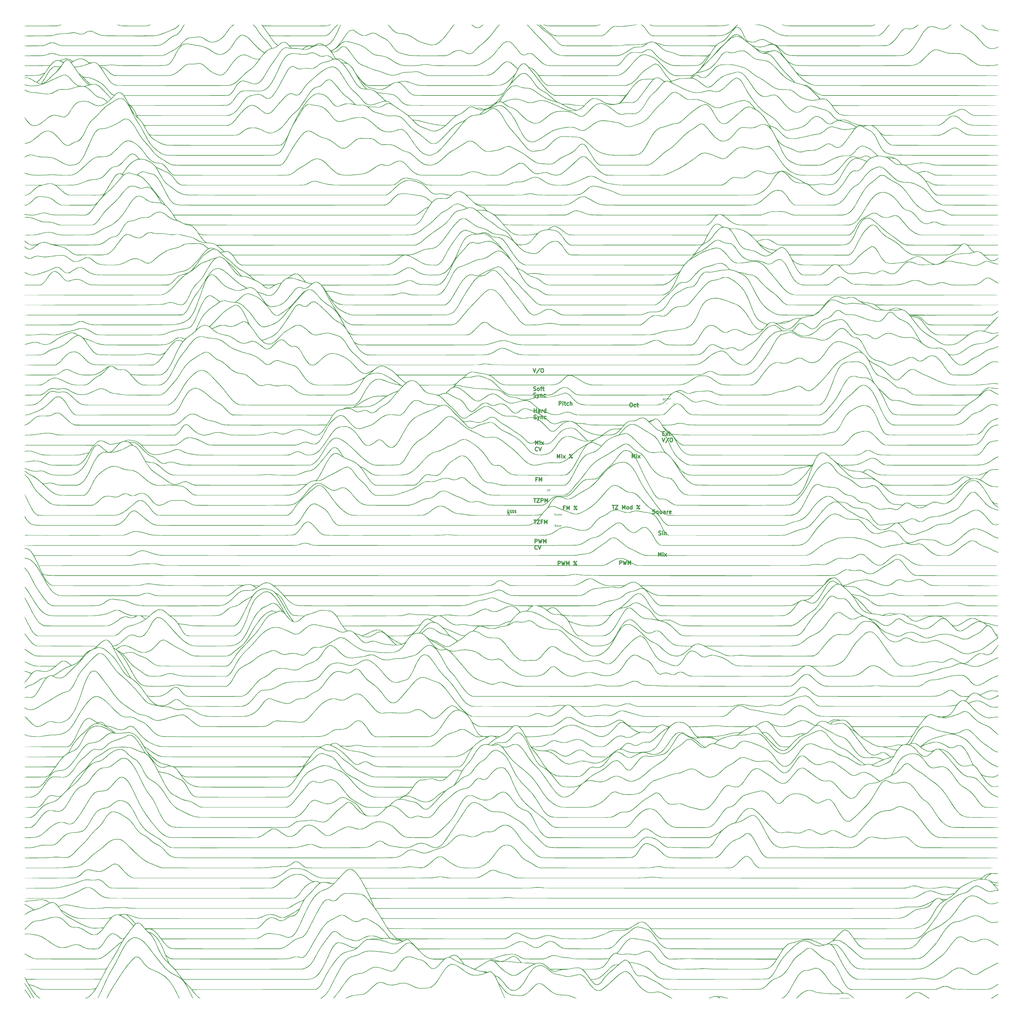
<source format=gbr>
%TF.GenerationSoftware,KiCad,Pcbnew,7.0.2*%
%TF.CreationDate,2023-06-19T12:03:47-04:00*%
%TF.ProjectId,SSI2130_Faceplate,53534932-3133-4305-9f46-616365706c61,rev?*%
%TF.SameCoordinates,Original*%
%TF.FileFunction,Legend,Top*%
%TF.FilePolarity,Positive*%
%FSLAX46Y46*%
G04 Gerber Fmt 4.6, Leading zero omitted, Abs format (unit mm)*
G04 Created by KiCad (PCBNEW 7.0.2) date 2023-06-19 12:03:47*
%MOMM*%
%LPD*%
G01*
G04 APERTURE LIST*
%ADD10C,0.500000*%
%ADD11C,0.150000*%
%ADD12C,0.300000*%
G04 APERTURE END LIST*
D10*
X181070190Y-52363619D02*
X181736857Y-52363619D01*
X182022571Y-53411238D02*
X181070190Y-53411238D01*
X181070190Y-53411238D02*
X181070190Y-51411238D01*
X181070190Y-51411238D02*
X182022571Y-51411238D01*
X182689238Y-53411238D02*
X183736857Y-52077904D01*
X182689238Y-52077904D02*
X183736857Y-53411238D01*
X184213048Y-52077904D02*
X184974952Y-52077904D01*
X184498762Y-51411238D02*
X184498762Y-53125523D01*
X184498762Y-53125523D02*
X184594000Y-53316000D01*
X184594000Y-53316000D02*
X184784476Y-53411238D01*
X184784476Y-53411238D02*
X184974952Y-53411238D01*
X180784476Y-54651238D02*
X181451142Y-56651238D01*
X181451142Y-56651238D02*
X182117809Y-54651238D01*
X184213047Y-54556000D02*
X182498762Y-57127428D01*
X185260666Y-54651238D02*
X185641619Y-54651238D01*
X185641619Y-54651238D02*
X185832095Y-54746476D01*
X185832095Y-54746476D02*
X186022571Y-54936952D01*
X186022571Y-54936952D02*
X186117809Y-55317904D01*
X186117809Y-55317904D02*
X186117809Y-55984571D01*
X186117809Y-55984571D02*
X186022571Y-56365523D01*
X186022571Y-56365523D02*
X185832095Y-56556000D01*
X185832095Y-56556000D02*
X185641619Y-56651238D01*
X185641619Y-56651238D02*
X185260666Y-56651238D01*
X185260666Y-56651238D02*
X185070190Y-56556000D01*
X185070190Y-56556000D02*
X184879714Y-56365523D01*
X184879714Y-56365523D02*
X184784476Y-55984571D01*
X184784476Y-55984571D02*
X184784476Y-55317904D01*
X184784476Y-55317904D02*
X184879714Y-54936952D01*
X184879714Y-54936952D02*
X185070190Y-54746476D01*
X185070190Y-54746476D02*
X185260666Y-54651238D01*
X164661742Y-36668038D02*
X165042695Y-36668038D01*
X165042695Y-36668038D02*
X165233171Y-36763276D01*
X165233171Y-36763276D02*
X165423647Y-36953752D01*
X165423647Y-36953752D02*
X165518885Y-37334704D01*
X165518885Y-37334704D02*
X165518885Y-38001371D01*
X165518885Y-38001371D02*
X165423647Y-38382323D01*
X165423647Y-38382323D02*
X165233171Y-38572800D01*
X165233171Y-38572800D02*
X165042695Y-38668038D01*
X165042695Y-38668038D02*
X164661742Y-38668038D01*
X164661742Y-38668038D02*
X164471266Y-38572800D01*
X164471266Y-38572800D02*
X164280790Y-38382323D01*
X164280790Y-38382323D02*
X164185552Y-38001371D01*
X164185552Y-38001371D02*
X164185552Y-37334704D01*
X164185552Y-37334704D02*
X164280790Y-36953752D01*
X164280790Y-36953752D02*
X164471266Y-36763276D01*
X164471266Y-36763276D02*
X164661742Y-36668038D01*
X167233171Y-38572800D02*
X167042695Y-38668038D01*
X167042695Y-38668038D02*
X166661742Y-38668038D01*
X166661742Y-38668038D02*
X166471266Y-38572800D01*
X166471266Y-38572800D02*
X166376028Y-38477561D01*
X166376028Y-38477561D02*
X166280790Y-38287085D01*
X166280790Y-38287085D02*
X166280790Y-37715657D01*
X166280790Y-37715657D02*
X166376028Y-37525180D01*
X166376028Y-37525180D02*
X166471266Y-37429942D01*
X166471266Y-37429942D02*
X166661742Y-37334704D01*
X166661742Y-37334704D02*
X167042695Y-37334704D01*
X167042695Y-37334704D02*
X167233171Y-37429942D01*
X167804600Y-37334704D02*
X168566504Y-37334704D01*
X168090314Y-36668038D02*
X168090314Y-38382323D01*
X168090314Y-38382323D02*
X168185552Y-38572800D01*
X168185552Y-38572800D02*
X168376028Y-38668038D01*
X168376028Y-38668038D02*
X168566504Y-38668038D01*
X115080990Y-41625638D02*
X115080990Y-39625638D01*
X115080990Y-40578019D02*
X116223847Y-40578019D01*
X116223847Y-41625638D02*
X116223847Y-39625638D01*
X118033371Y-41625638D02*
X118033371Y-40578019D01*
X118033371Y-40578019D02*
X117938133Y-40387542D01*
X117938133Y-40387542D02*
X117747657Y-40292304D01*
X117747657Y-40292304D02*
X117366704Y-40292304D01*
X117366704Y-40292304D02*
X117176228Y-40387542D01*
X118033371Y-41530400D02*
X117842895Y-41625638D01*
X117842895Y-41625638D02*
X117366704Y-41625638D01*
X117366704Y-41625638D02*
X117176228Y-41530400D01*
X117176228Y-41530400D02*
X117080990Y-41339923D01*
X117080990Y-41339923D02*
X117080990Y-41149447D01*
X117080990Y-41149447D02*
X117176228Y-40958971D01*
X117176228Y-40958971D02*
X117366704Y-40863733D01*
X117366704Y-40863733D02*
X117842895Y-40863733D01*
X117842895Y-40863733D02*
X118033371Y-40768495D01*
X118985752Y-41625638D02*
X118985752Y-40292304D01*
X118985752Y-40673257D02*
X119080990Y-40482780D01*
X119080990Y-40482780D02*
X119176228Y-40387542D01*
X119176228Y-40387542D02*
X119366704Y-40292304D01*
X119366704Y-40292304D02*
X119557181Y-40292304D01*
X121080990Y-41625638D02*
X121080990Y-39625638D01*
X121080990Y-41530400D02*
X120890514Y-41625638D01*
X120890514Y-41625638D02*
X120509561Y-41625638D01*
X120509561Y-41625638D02*
X120319085Y-41530400D01*
X120319085Y-41530400D02*
X120223847Y-41435161D01*
X120223847Y-41435161D02*
X120128609Y-41244685D01*
X120128609Y-41244685D02*
X120128609Y-40673257D01*
X120128609Y-40673257D02*
X120223847Y-40482780D01*
X120223847Y-40482780D02*
X120319085Y-40387542D01*
X120319085Y-40387542D02*
X120509561Y-40292304D01*
X120509561Y-40292304D02*
X120890514Y-40292304D01*
X120890514Y-40292304D02*
X121080990Y-40387542D01*
X114985752Y-44770400D02*
X115271466Y-44865638D01*
X115271466Y-44865638D02*
X115747657Y-44865638D01*
X115747657Y-44865638D02*
X115938133Y-44770400D01*
X115938133Y-44770400D02*
X116033371Y-44675161D01*
X116033371Y-44675161D02*
X116128609Y-44484685D01*
X116128609Y-44484685D02*
X116128609Y-44294209D01*
X116128609Y-44294209D02*
X116033371Y-44103733D01*
X116033371Y-44103733D02*
X115938133Y-44008495D01*
X115938133Y-44008495D02*
X115747657Y-43913257D01*
X115747657Y-43913257D02*
X115366704Y-43818019D01*
X115366704Y-43818019D02*
X115176228Y-43722780D01*
X115176228Y-43722780D02*
X115080990Y-43627542D01*
X115080990Y-43627542D02*
X114985752Y-43437066D01*
X114985752Y-43437066D02*
X114985752Y-43246590D01*
X114985752Y-43246590D02*
X115080990Y-43056114D01*
X115080990Y-43056114D02*
X115176228Y-42960876D01*
X115176228Y-42960876D02*
X115366704Y-42865638D01*
X115366704Y-42865638D02*
X115842895Y-42865638D01*
X115842895Y-42865638D02*
X116128609Y-42960876D01*
X116795276Y-43532304D02*
X117271466Y-44865638D01*
X117747657Y-43532304D02*
X117271466Y-44865638D01*
X117271466Y-44865638D02*
X117080990Y-45341828D01*
X117080990Y-45341828D02*
X116985752Y-45437066D01*
X116985752Y-45437066D02*
X116795276Y-45532304D01*
X118509562Y-43532304D02*
X118509562Y-44865638D01*
X118509562Y-43722780D02*
X118604800Y-43627542D01*
X118604800Y-43627542D02*
X118795276Y-43532304D01*
X118795276Y-43532304D02*
X119080991Y-43532304D01*
X119080991Y-43532304D02*
X119271467Y-43627542D01*
X119271467Y-43627542D02*
X119366705Y-43818019D01*
X119366705Y-43818019D02*
X119366705Y-44865638D01*
X121176229Y-44770400D02*
X120985753Y-44865638D01*
X120985753Y-44865638D02*
X120604800Y-44865638D01*
X120604800Y-44865638D02*
X120414324Y-44770400D01*
X120414324Y-44770400D02*
X120319086Y-44675161D01*
X120319086Y-44675161D02*
X120223848Y-44484685D01*
X120223848Y-44484685D02*
X120223848Y-43913257D01*
X120223848Y-43913257D02*
X120319086Y-43722780D01*
X120319086Y-43722780D02*
X120414324Y-43627542D01*
X120414324Y-43627542D02*
X120604800Y-43532304D01*
X120604800Y-43532304D02*
X120985753Y-43532304D01*
X120985753Y-43532304D02*
X121176229Y-43627542D01*
X114820676Y-85715438D02*
X115963533Y-85715438D01*
X115392104Y-87715438D02*
X115392104Y-85715438D01*
X116439724Y-85715438D02*
X117773057Y-85715438D01*
X117773057Y-85715438D02*
X116439724Y-87715438D01*
X116439724Y-87715438D02*
X117773057Y-87715438D01*
X118534962Y-87715438D02*
X118534962Y-85715438D01*
X118534962Y-85715438D02*
X119296867Y-85715438D01*
X119296867Y-85715438D02*
X119487343Y-85810676D01*
X119487343Y-85810676D02*
X119582581Y-85905914D01*
X119582581Y-85905914D02*
X119677819Y-86096390D01*
X119677819Y-86096390D02*
X119677819Y-86382104D01*
X119677819Y-86382104D02*
X119582581Y-86572580D01*
X119582581Y-86572580D02*
X119487343Y-86667819D01*
X119487343Y-86667819D02*
X119296867Y-86763057D01*
X119296867Y-86763057D02*
X118534962Y-86763057D01*
X120534962Y-87715438D02*
X120534962Y-85715438D01*
X120534962Y-85715438D02*
X121201629Y-87144009D01*
X121201629Y-87144009D02*
X121868295Y-85715438D01*
X121868295Y-85715438D02*
X121868295Y-87715438D01*
X158946790Y-119719438D02*
X158946790Y-117719438D01*
X158946790Y-117719438D02*
X159708695Y-117719438D01*
X159708695Y-117719438D02*
X159899171Y-117814676D01*
X159899171Y-117814676D02*
X159994409Y-117909914D01*
X159994409Y-117909914D02*
X160089647Y-118100390D01*
X160089647Y-118100390D02*
X160089647Y-118386104D01*
X160089647Y-118386104D02*
X159994409Y-118576580D01*
X159994409Y-118576580D02*
X159899171Y-118671819D01*
X159899171Y-118671819D02*
X159708695Y-118767057D01*
X159708695Y-118767057D02*
X158946790Y-118767057D01*
X160756314Y-117719438D02*
X161232504Y-119719438D01*
X161232504Y-119719438D02*
X161613457Y-118290866D01*
X161613457Y-118290866D02*
X161994409Y-119719438D01*
X161994409Y-119719438D02*
X162470600Y-117719438D01*
X163232504Y-119719438D02*
X163232504Y-117719438D01*
X163232504Y-117719438D02*
X163899171Y-119148009D01*
X163899171Y-119148009D02*
X164565837Y-117719438D01*
X164565837Y-117719438D02*
X164565837Y-119719438D01*
X126866590Y-65033238D02*
X126866590Y-63033238D01*
X126866590Y-63033238D02*
X127533257Y-64461809D01*
X127533257Y-64461809D02*
X128199923Y-63033238D01*
X128199923Y-63033238D02*
X128199923Y-65033238D01*
X129152304Y-65033238D02*
X129152304Y-63699904D01*
X129152304Y-63033238D02*
X129057066Y-63128476D01*
X129057066Y-63128476D02*
X129152304Y-63223714D01*
X129152304Y-63223714D02*
X129247542Y-63128476D01*
X129247542Y-63128476D02*
X129152304Y-63033238D01*
X129152304Y-63033238D02*
X129152304Y-63223714D01*
X129914209Y-65033238D02*
X130961828Y-63699904D01*
X129914209Y-63699904D02*
X130961828Y-65033238D01*
X133152305Y-65033238D02*
X134676114Y-63033238D01*
X133438019Y-63033238D02*
X133628495Y-63128476D01*
X133628495Y-63128476D02*
X133723733Y-63318952D01*
X133723733Y-63318952D02*
X133628495Y-63509428D01*
X133628495Y-63509428D02*
X133438019Y-63604666D01*
X133438019Y-63604666D02*
X133247543Y-63509428D01*
X133247543Y-63509428D02*
X133152305Y-63318952D01*
X133152305Y-63318952D02*
X133247543Y-63128476D01*
X133247543Y-63128476D02*
X133438019Y-63033238D01*
X134580876Y-64938000D02*
X134676114Y-64747523D01*
X134676114Y-64747523D02*
X134580876Y-64557047D01*
X134580876Y-64557047D02*
X134390400Y-64461809D01*
X134390400Y-64461809D02*
X134199924Y-64557047D01*
X134199924Y-64557047D02*
X134104686Y-64747523D01*
X134104686Y-64747523D02*
X134199924Y-64938000D01*
X134199924Y-64938000D02*
X134390400Y-65033238D01*
X134390400Y-65033238D02*
X134580876Y-64938000D01*
X114757152Y-30252800D02*
X115042866Y-30348038D01*
X115042866Y-30348038D02*
X115519057Y-30348038D01*
X115519057Y-30348038D02*
X115709533Y-30252800D01*
X115709533Y-30252800D02*
X115804771Y-30157561D01*
X115804771Y-30157561D02*
X115900009Y-29967085D01*
X115900009Y-29967085D02*
X115900009Y-29776609D01*
X115900009Y-29776609D02*
X115804771Y-29586133D01*
X115804771Y-29586133D02*
X115709533Y-29490895D01*
X115709533Y-29490895D02*
X115519057Y-29395657D01*
X115519057Y-29395657D02*
X115138104Y-29300419D01*
X115138104Y-29300419D02*
X114947628Y-29205180D01*
X114947628Y-29205180D02*
X114852390Y-29109942D01*
X114852390Y-29109942D02*
X114757152Y-28919466D01*
X114757152Y-28919466D02*
X114757152Y-28728990D01*
X114757152Y-28728990D02*
X114852390Y-28538514D01*
X114852390Y-28538514D02*
X114947628Y-28443276D01*
X114947628Y-28443276D02*
X115138104Y-28348038D01*
X115138104Y-28348038D02*
X115614295Y-28348038D01*
X115614295Y-28348038D02*
X115900009Y-28443276D01*
X117042866Y-30348038D02*
X116852390Y-30252800D01*
X116852390Y-30252800D02*
X116757152Y-30157561D01*
X116757152Y-30157561D02*
X116661914Y-29967085D01*
X116661914Y-29967085D02*
X116661914Y-29395657D01*
X116661914Y-29395657D02*
X116757152Y-29205180D01*
X116757152Y-29205180D02*
X116852390Y-29109942D01*
X116852390Y-29109942D02*
X117042866Y-29014704D01*
X117042866Y-29014704D02*
X117328581Y-29014704D01*
X117328581Y-29014704D02*
X117519057Y-29109942D01*
X117519057Y-29109942D02*
X117614295Y-29205180D01*
X117614295Y-29205180D02*
X117709533Y-29395657D01*
X117709533Y-29395657D02*
X117709533Y-29967085D01*
X117709533Y-29967085D02*
X117614295Y-30157561D01*
X117614295Y-30157561D02*
X117519057Y-30252800D01*
X117519057Y-30252800D02*
X117328581Y-30348038D01*
X117328581Y-30348038D02*
X117042866Y-30348038D01*
X118280962Y-29014704D02*
X119042866Y-29014704D01*
X118566676Y-30348038D02*
X118566676Y-28633752D01*
X118566676Y-28633752D02*
X118661914Y-28443276D01*
X118661914Y-28443276D02*
X118852390Y-28348038D01*
X118852390Y-28348038D02*
X119042866Y-28348038D01*
X119423819Y-29014704D02*
X120185723Y-29014704D01*
X119709533Y-28348038D02*
X119709533Y-30062323D01*
X119709533Y-30062323D02*
X119804771Y-30252800D01*
X119804771Y-30252800D02*
X119995247Y-30348038D01*
X119995247Y-30348038D02*
X120185723Y-30348038D01*
X114757152Y-33492800D02*
X115042866Y-33588038D01*
X115042866Y-33588038D02*
X115519057Y-33588038D01*
X115519057Y-33588038D02*
X115709533Y-33492800D01*
X115709533Y-33492800D02*
X115804771Y-33397561D01*
X115804771Y-33397561D02*
X115900009Y-33207085D01*
X115900009Y-33207085D02*
X115900009Y-33016609D01*
X115900009Y-33016609D02*
X115804771Y-32826133D01*
X115804771Y-32826133D02*
X115709533Y-32730895D01*
X115709533Y-32730895D02*
X115519057Y-32635657D01*
X115519057Y-32635657D02*
X115138104Y-32540419D01*
X115138104Y-32540419D02*
X114947628Y-32445180D01*
X114947628Y-32445180D02*
X114852390Y-32349942D01*
X114852390Y-32349942D02*
X114757152Y-32159466D01*
X114757152Y-32159466D02*
X114757152Y-31968990D01*
X114757152Y-31968990D02*
X114852390Y-31778514D01*
X114852390Y-31778514D02*
X114947628Y-31683276D01*
X114947628Y-31683276D02*
X115138104Y-31588038D01*
X115138104Y-31588038D02*
X115614295Y-31588038D01*
X115614295Y-31588038D02*
X115900009Y-31683276D01*
X116566676Y-32254704D02*
X117042866Y-33588038D01*
X117519057Y-32254704D02*
X117042866Y-33588038D01*
X117042866Y-33588038D02*
X116852390Y-34064228D01*
X116852390Y-34064228D02*
X116757152Y-34159466D01*
X116757152Y-34159466D02*
X116566676Y-34254704D01*
X118280962Y-32254704D02*
X118280962Y-33588038D01*
X118280962Y-32445180D02*
X118376200Y-32349942D01*
X118376200Y-32349942D02*
X118566676Y-32254704D01*
X118566676Y-32254704D02*
X118852391Y-32254704D01*
X118852391Y-32254704D02*
X119042867Y-32349942D01*
X119042867Y-32349942D02*
X119138105Y-32540419D01*
X119138105Y-32540419D02*
X119138105Y-33588038D01*
X120947629Y-33492800D02*
X120757153Y-33588038D01*
X120757153Y-33588038D02*
X120376200Y-33588038D01*
X120376200Y-33588038D02*
X120185724Y-33492800D01*
X120185724Y-33492800D02*
X120090486Y-33397561D01*
X120090486Y-33397561D02*
X119995248Y-33207085D01*
X119995248Y-33207085D02*
X119995248Y-32635657D01*
X119995248Y-32635657D02*
X120090486Y-32445180D01*
X120090486Y-32445180D02*
X120185724Y-32349942D01*
X120185724Y-32349942D02*
X120376200Y-32254704D01*
X120376200Y-32254704D02*
X120757153Y-32254704D01*
X120757153Y-32254704D02*
X120947629Y-32349942D01*
X130733657Y-90503219D02*
X130066990Y-90503219D01*
X130066990Y-91550838D02*
X130066990Y-89550838D01*
X130066990Y-89550838D02*
X131019371Y-89550838D01*
X131781276Y-91550838D02*
X131781276Y-89550838D01*
X131781276Y-89550838D02*
X132447943Y-90979409D01*
X132447943Y-90979409D02*
X133114609Y-89550838D01*
X133114609Y-89550838D02*
X133114609Y-91550838D01*
X135495562Y-91550838D02*
X137019371Y-89550838D01*
X135781276Y-89550838D02*
X135971752Y-89646076D01*
X135971752Y-89646076D02*
X136066990Y-89836552D01*
X136066990Y-89836552D02*
X135971752Y-90027028D01*
X135971752Y-90027028D02*
X135781276Y-90122266D01*
X135781276Y-90122266D02*
X135590800Y-90027028D01*
X135590800Y-90027028D02*
X135495562Y-89836552D01*
X135495562Y-89836552D02*
X135590800Y-89646076D01*
X135590800Y-89646076D02*
X135781276Y-89550838D01*
X136924133Y-91455600D02*
X137019371Y-91265123D01*
X137019371Y-91265123D02*
X136924133Y-91074647D01*
X136924133Y-91074647D02*
X136733657Y-90979409D01*
X136733657Y-90979409D02*
X136543181Y-91074647D01*
X136543181Y-91074647D02*
X136447943Y-91265123D01*
X136447943Y-91265123D02*
X136543181Y-91455600D01*
X136543181Y-91455600D02*
X136733657Y-91550838D01*
X136733657Y-91550838D02*
X136924133Y-91455600D01*
X175869552Y-93411400D02*
X176155266Y-93506638D01*
X176155266Y-93506638D02*
X176631457Y-93506638D01*
X176631457Y-93506638D02*
X176821933Y-93411400D01*
X176821933Y-93411400D02*
X176917171Y-93316161D01*
X176917171Y-93316161D02*
X177012409Y-93125685D01*
X177012409Y-93125685D02*
X177012409Y-92935209D01*
X177012409Y-92935209D02*
X176917171Y-92744733D01*
X176917171Y-92744733D02*
X176821933Y-92649495D01*
X176821933Y-92649495D02*
X176631457Y-92554257D01*
X176631457Y-92554257D02*
X176250504Y-92459019D01*
X176250504Y-92459019D02*
X176060028Y-92363780D01*
X176060028Y-92363780D02*
X175964790Y-92268542D01*
X175964790Y-92268542D02*
X175869552Y-92078066D01*
X175869552Y-92078066D02*
X175869552Y-91887590D01*
X175869552Y-91887590D02*
X175964790Y-91697114D01*
X175964790Y-91697114D02*
X176060028Y-91601876D01*
X176060028Y-91601876D02*
X176250504Y-91506638D01*
X176250504Y-91506638D02*
X176726695Y-91506638D01*
X176726695Y-91506638D02*
X177012409Y-91601876D01*
X178726695Y-92173304D02*
X178726695Y-94173304D01*
X178726695Y-93411400D02*
X178536219Y-93506638D01*
X178536219Y-93506638D02*
X178155266Y-93506638D01*
X178155266Y-93506638D02*
X177964790Y-93411400D01*
X177964790Y-93411400D02*
X177869552Y-93316161D01*
X177869552Y-93316161D02*
X177774314Y-93125685D01*
X177774314Y-93125685D02*
X177774314Y-92554257D01*
X177774314Y-92554257D02*
X177869552Y-92363780D01*
X177869552Y-92363780D02*
X177964790Y-92268542D01*
X177964790Y-92268542D02*
X178155266Y-92173304D01*
X178155266Y-92173304D02*
X178536219Y-92173304D01*
X178536219Y-92173304D02*
X178726695Y-92268542D01*
X180536219Y-92173304D02*
X180536219Y-93506638D01*
X179679076Y-92173304D02*
X179679076Y-93220923D01*
X179679076Y-93220923D02*
X179774314Y-93411400D01*
X179774314Y-93411400D02*
X179964790Y-93506638D01*
X179964790Y-93506638D02*
X180250505Y-93506638D01*
X180250505Y-93506638D02*
X180440981Y-93411400D01*
X180440981Y-93411400D02*
X180536219Y-93316161D01*
X182345743Y-93506638D02*
X182345743Y-92459019D01*
X182345743Y-92459019D02*
X182250505Y-92268542D01*
X182250505Y-92268542D02*
X182060029Y-92173304D01*
X182060029Y-92173304D02*
X181679076Y-92173304D01*
X181679076Y-92173304D02*
X181488600Y-92268542D01*
X182345743Y-93411400D02*
X182155267Y-93506638D01*
X182155267Y-93506638D02*
X181679076Y-93506638D01*
X181679076Y-93506638D02*
X181488600Y-93411400D01*
X181488600Y-93411400D02*
X181393362Y-93220923D01*
X181393362Y-93220923D02*
X181393362Y-93030447D01*
X181393362Y-93030447D02*
X181488600Y-92839971D01*
X181488600Y-92839971D02*
X181679076Y-92744733D01*
X181679076Y-92744733D02*
X182155267Y-92744733D01*
X182155267Y-92744733D02*
X182345743Y-92649495D01*
X183298124Y-93506638D02*
X183298124Y-92173304D01*
X183298124Y-92554257D02*
X183393362Y-92363780D01*
X183393362Y-92363780D02*
X183488600Y-92268542D01*
X183488600Y-92268542D02*
X183679076Y-92173304D01*
X183679076Y-92173304D02*
X183869553Y-92173304D01*
X185298124Y-93411400D02*
X185107648Y-93506638D01*
X185107648Y-93506638D02*
X184726695Y-93506638D01*
X184726695Y-93506638D02*
X184536219Y-93411400D01*
X184536219Y-93411400D02*
X184440981Y-93220923D01*
X184440981Y-93220923D02*
X184440981Y-92459019D01*
X184440981Y-92459019D02*
X184536219Y-92268542D01*
X184536219Y-92268542D02*
X184726695Y-92173304D01*
X184726695Y-92173304D02*
X185107648Y-92173304D01*
X185107648Y-92173304D02*
X185298124Y-92268542D01*
X185298124Y-92268542D02*
X185393362Y-92459019D01*
X185393362Y-92459019D02*
X185393362Y-92649495D01*
X185393362Y-92649495D02*
X184440981Y-92839971D01*
X155130476Y-89195238D02*
X156273333Y-89195238D01*
X155701904Y-91195238D02*
X155701904Y-89195238D01*
X156749524Y-89195238D02*
X158082857Y-89195238D01*
X158082857Y-89195238D02*
X156749524Y-91195238D01*
X156749524Y-91195238D02*
X158082857Y-91195238D01*
X160368572Y-91195238D02*
X160368572Y-89195238D01*
X160368572Y-89195238D02*
X161035239Y-90623809D01*
X161035239Y-90623809D02*
X161701905Y-89195238D01*
X161701905Y-89195238D02*
X161701905Y-91195238D01*
X162940000Y-91195238D02*
X162749524Y-91100000D01*
X162749524Y-91100000D02*
X162654286Y-91004761D01*
X162654286Y-91004761D02*
X162559048Y-90814285D01*
X162559048Y-90814285D02*
X162559048Y-90242857D01*
X162559048Y-90242857D02*
X162654286Y-90052380D01*
X162654286Y-90052380D02*
X162749524Y-89957142D01*
X162749524Y-89957142D02*
X162940000Y-89861904D01*
X162940000Y-89861904D02*
X163225715Y-89861904D01*
X163225715Y-89861904D02*
X163416191Y-89957142D01*
X163416191Y-89957142D02*
X163511429Y-90052380D01*
X163511429Y-90052380D02*
X163606667Y-90242857D01*
X163606667Y-90242857D02*
X163606667Y-90814285D01*
X163606667Y-90814285D02*
X163511429Y-91004761D01*
X163511429Y-91004761D02*
X163416191Y-91100000D01*
X163416191Y-91100000D02*
X163225715Y-91195238D01*
X163225715Y-91195238D02*
X162940000Y-91195238D01*
X165320953Y-91195238D02*
X165320953Y-89195238D01*
X165320953Y-91100000D02*
X165130477Y-91195238D01*
X165130477Y-91195238D02*
X164749524Y-91195238D01*
X164749524Y-91195238D02*
X164559048Y-91100000D01*
X164559048Y-91100000D02*
X164463810Y-91004761D01*
X164463810Y-91004761D02*
X164368572Y-90814285D01*
X164368572Y-90814285D02*
X164368572Y-90242857D01*
X164368572Y-90242857D02*
X164463810Y-90052380D01*
X164463810Y-90052380D02*
X164559048Y-89957142D01*
X164559048Y-89957142D02*
X164749524Y-89861904D01*
X164749524Y-89861904D02*
X165130477Y-89861904D01*
X165130477Y-89861904D02*
X165320953Y-89957142D01*
X167701906Y-91195238D02*
X169225715Y-89195238D01*
X167987620Y-89195238D02*
X168178096Y-89290476D01*
X168178096Y-89290476D02*
X168273334Y-89480952D01*
X168273334Y-89480952D02*
X168178096Y-89671428D01*
X168178096Y-89671428D02*
X167987620Y-89766666D01*
X167987620Y-89766666D02*
X167797144Y-89671428D01*
X167797144Y-89671428D02*
X167701906Y-89480952D01*
X167701906Y-89480952D02*
X167797144Y-89290476D01*
X167797144Y-89290476D02*
X167987620Y-89195238D01*
X169130477Y-91100000D02*
X169225715Y-90909523D01*
X169225715Y-90909523D02*
X169130477Y-90719047D01*
X169130477Y-90719047D02*
X168940001Y-90623809D01*
X168940001Y-90623809D02*
X168749525Y-90719047D01*
X168749525Y-90719047D02*
X168654287Y-90909523D01*
X168654287Y-90909523D02*
X168749525Y-91100000D01*
X168749525Y-91100000D02*
X168940001Y-91195238D01*
X168940001Y-91195238D02*
X169130477Y-91100000D01*
X116585857Y-75847419D02*
X115919190Y-75847419D01*
X115919190Y-76895038D02*
X115919190Y-74895038D01*
X115919190Y-74895038D02*
X116871571Y-74895038D01*
X117633476Y-76895038D02*
X117633476Y-74895038D01*
X117633476Y-74895038D02*
X118300143Y-76323609D01*
X118300143Y-76323609D02*
X118966809Y-74895038D01*
X118966809Y-74895038D02*
X118966809Y-76895038D01*
X178993752Y-104358800D02*
X179279466Y-104454038D01*
X179279466Y-104454038D02*
X179755657Y-104454038D01*
X179755657Y-104454038D02*
X179946133Y-104358800D01*
X179946133Y-104358800D02*
X180041371Y-104263561D01*
X180041371Y-104263561D02*
X180136609Y-104073085D01*
X180136609Y-104073085D02*
X180136609Y-103882609D01*
X180136609Y-103882609D02*
X180041371Y-103692133D01*
X180041371Y-103692133D02*
X179946133Y-103596895D01*
X179946133Y-103596895D02*
X179755657Y-103501657D01*
X179755657Y-103501657D02*
X179374704Y-103406419D01*
X179374704Y-103406419D02*
X179184228Y-103311180D01*
X179184228Y-103311180D02*
X179088990Y-103215942D01*
X179088990Y-103215942D02*
X178993752Y-103025466D01*
X178993752Y-103025466D02*
X178993752Y-102834990D01*
X178993752Y-102834990D02*
X179088990Y-102644514D01*
X179088990Y-102644514D02*
X179184228Y-102549276D01*
X179184228Y-102549276D02*
X179374704Y-102454038D01*
X179374704Y-102454038D02*
X179850895Y-102454038D01*
X179850895Y-102454038D02*
X180136609Y-102549276D01*
X180993752Y-104454038D02*
X180993752Y-103120704D01*
X180993752Y-102454038D02*
X180898514Y-102549276D01*
X180898514Y-102549276D02*
X180993752Y-102644514D01*
X180993752Y-102644514D02*
X181088990Y-102549276D01*
X181088990Y-102549276D02*
X180993752Y-102454038D01*
X180993752Y-102454038D02*
X180993752Y-102644514D01*
X181946133Y-103120704D02*
X181946133Y-104454038D01*
X181946133Y-103311180D02*
X182041371Y-103215942D01*
X182041371Y-103215942D02*
X182231847Y-103120704D01*
X182231847Y-103120704D02*
X182517562Y-103120704D01*
X182517562Y-103120704D02*
X182708038Y-103215942D01*
X182708038Y-103215942D02*
X182803276Y-103406419D01*
X182803276Y-103406419D02*
X182803276Y-104454038D01*
X115487390Y-108630838D02*
X115487390Y-106630838D01*
X115487390Y-106630838D02*
X116249295Y-106630838D01*
X116249295Y-106630838D02*
X116439771Y-106726076D01*
X116439771Y-106726076D02*
X116535009Y-106821314D01*
X116535009Y-106821314D02*
X116630247Y-107011790D01*
X116630247Y-107011790D02*
X116630247Y-107297504D01*
X116630247Y-107297504D02*
X116535009Y-107487980D01*
X116535009Y-107487980D02*
X116439771Y-107583219D01*
X116439771Y-107583219D02*
X116249295Y-107678457D01*
X116249295Y-107678457D02*
X115487390Y-107678457D01*
X117296914Y-106630838D02*
X117773104Y-108630838D01*
X117773104Y-108630838D02*
X118154057Y-107202266D01*
X118154057Y-107202266D02*
X118535009Y-108630838D01*
X118535009Y-108630838D02*
X119011200Y-106630838D01*
X119773104Y-108630838D02*
X119773104Y-106630838D01*
X119773104Y-106630838D02*
X120439771Y-108059409D01*
X120439771Y-108059409D02*
X121106437Y-106630838D01*
X121106437Y-106630838D02*
X121106437Y-108630838D01*
X116630247Y-111680361D02*
X116535009Y-111775600D01*
X116535009Y-111775600D02*
X116249295Y-111870838D01*
X116249295Y-111870838D02*
X116058819Y-111870838D01*
X116058819Y-111870838D02*
X115773104Y-111775600D01*
X115773104Y-111775600D02*
X115582628Y-111585123D01*
X115582628Y-111585123D02*
X115487390Y-111394647D01*
X115487390Y-111394647D02*
X115392152Y-111013695D01*
X115392152Y-111013695D02*
X115392152Y-110727980D01*
X115392152Y-110727980D02*
X115487390Y-110347028D01*
X115487390Y-110347028D02*
X115582628Y-110156552D01*
X115582628Y-110156552D02*
X115773104Y-109966076D01*
X115773104Y-109966076D02*
X116058819Y-109870838D01*
X116058819Y-109870838D02*
X116249295Y-109870838D01*
X116249295Y-109870838D02*
X116535009Y-109966076D01*
X116535009Y-109966076D02*
X116630247Y-110061314D01*
X117201676Y-109870838D02*
X117868342Y-111870838D01*
X117868342Y-111870838D02*
X118535009Y-109870838D01*
X127349190Y-119948038D02*
X127349190Y-117948038D01*
X127349190Y-117948038D02*
X128111095Y-117948038D01*
X128111095Y-117948038D02*
X128301571Y-118043276D01*
X128301571Y-118043276D02*
X128396809Y-118138514D01*
X128396809Y-118138514D02*
X128492047Y-118328990D01*
X128492047Y-118328990D02*
X128492047Y-118614704D01*
X128492047Y-118614704D02*
X128396809Y-118805180D01*
X128396809Y-118805180D02*
X128301571Y-118900419D01*
X128301571Y-118900419D02*
X128111095Y-118995657D01*
X128111095Y-118995657D02*
X127349190Y-118995657D01*
X129158714Y-117948038D02*
X129634904Y-119948038D01*
X129634904Y-119948038D02*
X130015857Y-118519466D01*
X130015857Y-118519466D02*
X130396809Y-119948038D01*
X130396809Y-119948038D02*
X130873000Y-117948038D01*
X131634904Y-119948038D02*
X131634904Y-117948038D01*
X131634904Y-117948038D02*
X132301571Y-119376609D01*
X132301571Y-119376609D02*
X132968237Y-117948038D01*
X132968237Y-117948038D02*
X132968237Y-119948038D01*
X135349190Y-119948038D02*
X136872999Y-117948038D01*
X135634904Y-117948038D02*
X135825380Y-118043276D01*
X135825380Y-118043276D02*
X135920618Y-118233752D01*
X135920618Y-118233752D02*
X135825380Y-118424228D01*
X135825380Y-118424228D02*
X135634904Y-118519466D01*
X135634904Y-118519466D02*
X135444428Y-118424228D01*
X135444428Y-118424228D02*
X135349190Y-118233752D01*
X135349190Y-118233752D02*
X135444428Y-118043276D01*
X135444428Y-118043276D02*
X135634904Y-117948038D01*
X136777761Y-119852800D02*
X136872999Y-119662323D01*
X136872999Y-119662323D02*
X136777761Y-119471847D01*
X136777761Y-119471847D02*
X136587285Y-119376609D01*
X136587285Y-119376609D02*
X136396809Y-119471847D01*
X136396809Y-119471847D02*
X136301571Y-119662323D01*
X136301571Y-119662323D02*
X136396809Y-119852800D01*
X136396809Y-119852800D02*
X136587285Y-119948038D01*
X136587285Y-119948038D02*
X136777761Y-119852800D01*
X115690590Y-58084838D02*
X115690590Y-56084838D01*
X115690590Y-56084838D02*
X116357257Y-57513409D01*
X116357257Y-57513409D02*
X117023923Y-56084838D01*
X117023923Y-56084838D02*
X117023923Y-58084838D01*
X117976304Y-58084838D02*
X117976304Y-56751504D01*
X117976304Y-56084838D02*
X117881066Y-56180076D01*
X117881066Y-56180076D02*
X117976304Y-56275314D01*
X117976304Y-56275314D02*
X118071542Y-56180076D01*
X118071542Y-56180076D02*
X117976304Y-56084838D01*
X117976304Y-56084838D02*
X117976304Y-56275314D01*
X118738209Y-58084838D02*
X119785828Y-56751504D01*
X118738209Y-56751504D02*
X119785828Y-58084838D01*
X116833447Y-61134361D02*
X116738209Y-61229600D01*
X116738209Y-61229600D02*
X116452495Y-61324838D01*
X116452495Y-61324838D02*
X116262019Y-61324838D01*
X116262019Y-61324838D02*
X115976304Y-61229600D01*
X115976304Y-61229600D02*
X115785828Y-61039123D01*
X115785828Y-61039123D02*
X115690590Y-60848647D01*
X115690590Y-60848647D02*
X115595352Y-60467695D01*
X115595352Y-60467695D02*
X115595352Y-60181980D01*
X115595352Y-60181980D02*
X115690590Y-59801028D01*
X115690590Y-59801028D02*
X115785828Y-59610552D01*
X115785828Y-59610552D02*
X115976304Y-59420076D01*
X115976304Y-59420076D02*
X116262019Y-59324838D01*
X116262019Y-59324838D02*
X116452495Y-59324838D01*
X116452495Y-59324838D02*
X116738209Y-59420076D01*
X116738209Y-59420076D02*
X116833447Y-59515314D01*
X117404876Y-59324838D02*
X118071542Y-61324838D01*
X118071542Y-61324838D02*
X118738209Y-59324838D01*
X165347590Y-64957038D02*
X165347590Y-62957038D01*
X165347590Y-62957038D02*
X166014257Y-64385609D01*
X166014257Y-64385609D02*
X166680923Y-62957038D01*
X166680923Y-62957038D02*
X166680923Y-64957038D01*
X167633304Y-64957038D02*
X167633304Y-63623704D01*
X167633304Y-62957038D02*
X167538066Y-63052276D01*
X167538066Y-63052276D02*
X167633304Y-63147514D01*
X167633304Y-63147514D02*
X167728542Y-63052276D01*
X167728542Y-63052276D02*
X167633304Y-62957038D01*
X167633304Y-62957038D02*
X167633304Y-63147514D01*
X168395209Y-64957038D02*
X169442828Y-63623704D01*
X168395209Y-63623704D02*
X169442828Y-64957038D01*
X127806390Y-37906038D02*
X127806390Y-35906038D01*
X127806390Y-35906038D02*
X128568295Y-35906038D01*
X128568295Y-35906038D02*
X128758771Y-36001276D01*
X128758771Y-36001276D02*
X128854009Y-36096514D01*
X128854009Y-36096514D02*
X128949247Y-36286990D01*
X128949247Y-36286990D02*
X128949247Y-36572704D01*
X128949247Y-36572704D02*
X128854009Y-36763180D01*
X128854009Y-36763180D02*
X128758771Y-36858419D01*
X128758771Y-36858419D02*
X128568295Y-36953657D01*
X128568295Y-36953657D02*
X127806390Y-36953657D01*
X129806390Y-37906038D02*
X129806390Y-36572704D01*
X129806390Y-35906038D02*
X129711152Y-36001276D01*
X129711152Y-36001276D02*
X129806390Y-36096514D01*
X129806390Y-36096514D02*
X129901628Y-36001276D01*
X129901628Y-36001276D02*
X129806390Y-35906038D01*
X129806390Y-35906038D02*
X129806390Y-36096514D01*
X130473057Y-36572704D02*
X131234961Y-36572704D01*
X130758771Y-35906038D02*
X130758771Y-37620323D01*
X130758771Y-37620323D02*
X130854009Y-37810800D01*
X130854009Y-37810800D02*
X131044485Y-37906038D01*
X131044485Y-37906038D02*
X131234961Y-37906038D01*
X132758771Y-37810800D02*
X132568295Y-37906038D01*
X132568295Y-37906038D02*
X132187342Y-37906038D01*
X132187342Y-37906038D02*
X131996866Y-37810800D01*
X131996866Y-37810800D02*
X131901628Y-37715561D01*
X131901628Y-37715561D02*
X131806390Y-37525085D01*
X131806390Y-37525085D02*
X131806390Y-36953657D01*
X131806390Y-36953657D02*
X131901628Y-36763180D01*
X131901628Y-36763180D02*
X131996866Y-36667942D01*
X131996866Y-36667942D02*
X132187342Y-36572704D01*
X132187342Y-36572704D02*
X132568295Y-36572704D01*
X132568295Y-36572704D02*
X132758771Y-36667942D01*
X133615914Y-37906038D02*
X133615914Y-35906038D01*
X134473057Y-37906038D02*
X134473057Y-36858419D01*
X134473057Y-36858419D02*
X134377819Y-36667942D01*
X134377819Y-36667942D02*
X134187343Y-36572704D01*
X134187343Y-36572704D02*
X133901628Y-36572704D01*
X133901628Y-36572704D02*
X133711152Y-36667942D01*
X133711152Y-36667942D02*
X133615914Y-36763180D01*
X114515876Y-19015038D02*
X115182542Y-21015038D01*
X115182542Y-21015038D02*
X115849209Y-19015038D01*
X117944447Y-18919800D02*
X116230162Y-21491228D01*
X118992066Y-19015038D02*
X119373019Y-19015038D01*
X119373019Y-19015038D02*
X119563495Y-19110276D01*
X119563495Y-19110276D02*
X119753971Y-19300752D01*
X119753971Y-19300752D02*
X119849209Y-19681704D01*
X119849209Y-19681704D02*
X119849209Y-20348371D01*
X119849209Y-20348371D02*
X119753971Y-20729323D01*
X119753971Y-20729323D02*
X119563495Y-20919800D01*
X119563495Y-20919800D02*
X119373019Y-21015038D01*
X119373019Y-21015038D02*
X118992066Y-21015038D01*
X118992066Y-21015038D02*
X118801590Y-20919800D01*
X118801590Y-20919800D02*
X118611114Y-20729323D01*
X118611114Y-20729323D02*
X118515876Y-20348371D01*
X118515876Y-20348371D02*
X118515876Y-19681704D01*
X118515876Y-19681704D02*
X118611114Y-19300752D01*
X118611114Y-19300752D02*
X118801590Y-19110276D01*
X118801590Y-19110276D02*
X118992066Y-19015038D01*
X178911190Y-115401438D02*
X178911190Y-113401438D01*
X178911190Y-113401438D02*
X179577857Y-114830009D01*
X179577857Y-114830009D02*
X180244523Y-113401438D01*
X180244523Y-113401438D02*
X180244523Y-115401438D01*
X181196904Y-115401438D02*
X181196904Y-114068104D01*
X181196904Y-113401438D02*
X181101666Y-113496676D01*
X181101666Y-113496676D02*
X181196904Y-113591914D01*
X181196904Y-113591914D02*
X181292142Y-113496676D01*
X181292142Y-113496676D02*
X181196904Y-113401438D01*
X181196904Y-113401438D02*
X181196904Y-113591914D01*
X181958809Y-115401438D02*
X183006428Y-114068104D01*
X181958809Y-114068104D02*
X183006428Y-115401438D01*
X114896876Y-96739038D02*
X116039733Y-96739038D01*
X115468304Y-98739038D02*
X115468304Y-96739038D01*
X116515924Y-96739038D02*
X117849257Y-96739038D01*
X117849257Y-96739038D02*
X116515924Y-98739038D01*
X116515924Y-98739038D02*
X117849257Y-98739038D01*
X119277829Y-97691419D02*
X118611162Y-97691419D01*
X118611162Y-98739038D02*
X118611162Y-96739038D01*
X118611162Y-96739038D02*
X119563543Y-96739038D01*
X120325448Y-98739038D02*
X120325448Y-96739038D01*
X120325448Y-96739038D02*
X120992115Y-98167609D01*
X120992115Y-98167609D02*
X121658781Y-96739038D01*
X121658781Y-96739038D02*
X121658781Y-98739038D01*
D11*
%TO.C,-*%
X182702248Y-50805466D02*
X183464153Y-50805466D01*
%TO.C,REF\u002A\u002A*%
X181800666Y-35380619D02*
X181467333Y-34904428D01*
X181229238Y-35380619D02*
X181229238Y-34380619D01*
X181229238Y-34380619D02*
X181610190Y-34380619D01*
X181610190Y-34380619D02*
X181705428Y-34428238D01*
X181705428Y-34428238D02*
X181753047Y-34475857D01*
X181753047Y-34475857D02*
X181800666Y-34571095D01*
X181800666Y-34571095D02*
X181800666Y-34713952D01*
X181800666Y-34713952D02*
X181753047Y-34809190D01*
X181753047Y-34809190D02*
X181705428Y-34856809D01*
X181705428Y-34856809D02*
X181610190Y-34904428D01*
X181610190Y-34904428D02*
X181229238Y-34904428D01*
X182229238Y-34856809D02*
X182562571Y-34856809D01*
X182705428Y-35380619D02*
X182229238Y-35380619D01*
X182229238Y-35380619D02*
X182229238Y-34380619D01*
X182229238Y-34380619D02*
X182705428Y-34380619D01*
X183467333Y-34856809D02*
X183134000Y-34856809D01*
X183134000Y-35380619D02*
X183134000Y-34380619D01*
X183134000Y-34380619D02*
X183610190Y-34380619D01*
X184134000Y-34380619D02*
X184134000Y-34618714D01*
X183895905Y-34523476D02*
X184134000Y-34618714D01*
X184134000Y-34618714D02*
X184372095Y-34523476D01*
X183991143Y-34809190D02*
X184134000Y-34618714D01*
X184134000Y-34618714D02*
X184276857Y-34809190D01*
X184895905Y-34380619D02*
X184895905Y-34618714D01*
X184657810Y-34523476D02*
X184895905Y-34618714D01*
X184895905Y-34618714D02*
X185134000Y-34523476D01*
X184753048Y-34809190D02*
X184895905Y-34618714D01*
X184895905Y-34618714D02*
X185038762Y-34809190D01*
%TO.C,-*%
X182702248Y-37089466D02*
X183464153Y-37089466D01*
X186512248Y-37089466D02*
X187274153Y-37089466D01*
X179146248Y-37089466D02*
X179908153Y-37089466D01*
%TO.C,Base*%
X126039714Y-99610609D02*
X126182571Y-99658228D01*
X126182571Y-99658228D02*
X126230190Y-99705847D01*
X126230190Y-99705847D02*
X126277809Y-99801085D01*
X126277809Y-99801085D02*
X126277809Y-99943942D01*
X126277809Y-99943942D02*
X126230190Y-100039180D01*
X126230190Y-100039180D02*
X126182571Y-100086800D01*
X126182571Y-100086800D02*
X126087333Y-100134419D01*
X126087333Y-100134419D02*
X125706381Y-100134419D01*
X125706381Y-100134419D02*
X125706381Y-99134419D01*
X125706381Y-99134419D02*
X126039714Y-99134419D01*
X126039714Y-99134419D02*
X126134952Y-99182038D01*
X126134952Y-99182038D02*
X126182571Y-99229657D01*
X126182571Y-99229657D02*
X126230190Y-99324895D01*
X126230190Y-99324895D02*
X126230190Y-99420133D01*
X126230190Y-99420133D02*
X126182571Y-99515371D01*
X126182571Y-99515371D02*
X126134952Y-99562990D01*
X126134952Y-99562990D02*
X126039714Y-99610609D01*
X126039714Y-99610609D02*
X125706381Y-99610609D01*
X127134952Y-100134419D02*
X127134952Y-99610609D01*
X127134952Y-99610609D02*
X127087333Y-99515371D01*
X127087333Y-99515371D02*
X126992095Y-99467752D01*
X126992095Y-99467752D02*
X126801619Y-99467752D01*
X126801619Y-99467752D02*
X126706381Y-99515371D01*
X127134952Y-100086800D02*
X127039714Y-100134419D01*
X127039714Y-100134419D02*
X126801619Y-100134419D01*
X126801619Y-100134419D02*
X126706381Y-100086800D01*
X126706381Y-100086800D02*
X126658762Y-99991561D01*
X126658762Y-99991561D02*
X126658762Y-99896323D01*
X126658762Y-99896323D02*
X126706381Y-99801085D01*
X126706381Y-99801085D02*
X126801619Y-99753466D01*
X126801619Y-99753466D02*
X127039714Y-99753466D01*
X127039714Y-99753466D02*
X127134952Y-99705847D01*
X127563524Y-100086800D02*
X127658762Y-100134419D01*
X127658762Y-100134419D02*
X127849238Y-100134419D01*
X127849238Y-100134419D02*
X127944476Y-100086800D01*
X127944476Y-100086800D02*
X127992095Y-99991561D01*
X127992095Y-99991561D02*
X127992095Y-99943942D01*
X127992095Y-99943942D02*
X127944476Y-99848704D01*
X127944476Y-99848704D02*
X127849238Y-99801085D01*
X127849238Y-99801085D02*
X127706381Y-99801085D01*
X127706381Y-99801085D02*
X127611143Y-99753466D01*
X127611143Y-99753466D02*
X127563524Y-99658228D01*
X127563524Y-99658228D02*
X127563524Y-99610609D01*
X127563524Y-99610609D02*
X127611143Y-99515371D01*
X127611143Y-99515371D02*
X127706381Y-99467752D01*
X127706381Y-99467752D02*
X127849238Y-99467752D01*
X127849238Y-99467752D02*
X127944476Y-99515371D01*
X128801619Y-100086800D02*
X128706381Y-100134419D01*
X128706381Y-100134419D02*
X128515905Y-100134419D01*
X128515905Y-100134419D02*
X128420667Y-100086800D01*
X128420667Y-100086800D02*
X128373048Y-99991561D01*
X128373048Y-99991561D02*
X128373048Y-99610609D01*
X128373048Y-99610609D02*
X128420667Y-99515371D01*
X128420667Y-99515371D02*
X128515905Y-99467752D01*
X128515905Y-99467752D02*
X128706381Y-99467752D01*
X128706381Y-99467752D02*
X128801619Y-99515371D01*
X128801619Y-99515371D02*
X128849238Y-99610609D01*
X128849238Y-99610609D02*
X128849238Y-99705847D01*
X128849238Y-99705847D02*
X128373048Y-99801085D01*
D12*
%TO.C,G\u002A\u002A\u002A*%
X102260338Y-92656921D02*
X102115075Y-92590522D01*
X102115075Y-92590522D02*
X101900920Y-92598000D01*
X101900920Y-92598000D02*
X101689257Y-92676864D01*
X101689257Y-92676864D02*
X101551473Y-92824620D01*
X101551473Y-92824620D02*
X101485074Y-92969883D01*
X101485074Y-92969883D02*
X101423660Y-93257916D01*
X101423660Y-93257916D02*
X101431138Y-93472071D01*
X101431138Y-93472071D02*
X101512495Y-93755118D01*
X101512495Y-93755118D02*
X101588865Y-93895396D01*
X101588865Y-93895396D02*
X101736621Y-94033180D01*
X101736621Y-94033180D02*
X101953269Y-94097087D01*
X101953269Y-94097087D02*
X102096039Y-94092101D01*
X102096039Y-94092101D02*
X102307702Y-94013237D01*
X102307702Y-94013237D02*
X102376594Y-93939360D01*
X102376594Y-93939360D02*
X102359144Y-93439664D01*
X102359144Y-93439664D02*
X102073604Y-93449635D01*
X103185851Y-92553130D02*
X103198315Y-92910055D01*
X102836404Y-92779749D02*
X103198315Y-92910055D01*
X103198315Y-92910055D02*
X103550255Y-92754821D01*
X102994131Y-93203074D02*
X103198315Y-92910055D01*
X103198315Y-92910055D02*
X103422441Y-93188117D01*
X104328012Y-92513244D02*
X104340476Y-92870170D01*
X103978565Y-92739864D02*
X104340476Y-92870170D01*
X104340476Y-92870170D02*
X104692415Y-92714936D01*
X104136292Y-93163188D02*
X104340476Y-92870170D01*
X104340476Y-92870170D02*
X104564602Y-93148232D01*
X105470173Y-92473359D02*
X105482637Y-92830285D01*
X105120726Y-92699979D02*
X105482637Y-92830285D01*
X105482637Y-92830285D02*
X105834576Y-92675050D01*
X105278453Y-93123303D02*
X105482637Y-92830285D01*
X105482637Y-92830285D02*
X105706763Y-93108346D01*
X102081972Y-91670557D02*
X101939115Y-91599128D01*
X101939115Y-91599128D02*
X101724829Y-91599128D01*
X101724829Y-91599128D02*
X101510543Y-91670557D01*
X101510543Y-91670557D02*
X101367686Y-91813414D01*
X101367686Y-91813414D02*
X101296257Y-91956271D01*
X101296257Y-91956271D02*
X101224829Y-92241985D01*
X101224829Y-92241985D02*
X101224829Y-92456271D01*
X101224829Y-92456271D02*
X101296257Y-92741985D01*
X101296257Y-92741985D02*
X101367686Y-92884842D01*
X101367686Y-92884842D02*
X101510543Y-93027700D01*
X101510543Y-93027700D02*
X101724829Y-93099128D01*
X101724829Y-93099128D02*
X101867686Y-93099128D01*
X101867686Y-93099128D02*
X102081972Y-93027700D01*
X102081972Y-93027700D02*
X102153400Y-92956271D01*
X102153400Y-92956271D02*
X102153400Y-92456271D01*
X102153400Y-92456271D02*
X101867686Y-92456271D01*
X103010543Y-91599128D02*
X103010543Y-91956271D01*
X102653400Y-91813414D02*
X103010543Y-91956271D01*
X103010543Y-91956271D02*
X103367686Y-91813414D01*
X102796257Y-92241985D02*
X103010543Y-91956271D01*
X103010543Y-91956271D02*
X103224829Y-92241985D01*
X104153400Y-91599128D02*
X104153400Y-91956271D01*
X103796257Y-91813414D02*
X104153400Y-91956271D01*
X104153400Y-91956271D02*
X104510543Y-91813414D01*
X103939114Y-92241985D02*
X104153400Y-91956271D01*
X104153400Y-91956271D02*
X104367686Y-92241985D01*
X105296257Y-91599128D02*
X105296257Y-91956271D01*
X104939114Y-91813414D02*
X105296257Y-91956271D01*
X105296257Y-91956271D02*
X105653400Y-91813414D01*
X105081971Y-92241985D02*
X105296257Y-91956271D01*
X105296257Y-91956271D02*
X105510543Y-92241985D01*
D11*
%TO.C,HF*%
X121866114Y-81996619D02*
X121866114Y-80996619D01*
X121866114Y-81472809D02*
X122437542Y-81472809D01*
X122437542Y-81996619D02*
X122437542Y-80996619D01*
X123247066Y-81472809D02*
X122913733Y-81472809D01*
X122913733Y-81996619D02*
X122913733Y-80996619D01*
X122913733Y-80996619D02*
X123389923Y-80996619D01*
%TO.C,Scale*%
X125447657Y-94369600D02*
X125590514Y-94417219D01*
X125590514Y-94417219D02*
X125828609Y-94417219D01*
X125828609Y-94417219D02*
X125923847Y-94369600D01*
X125923847Y-94369600D02*
X125971466Y-94321980D01*
X125971466Y-94321980D02*
X126019085Y-94226742D01*
X126019085Y-94226742D02*
X126019085Y-94131504D01*
X126019085Y-94131504D02*
X125971466Y-94036266D01*
X125971466Y-94036266D02*
X125923847Y-93988647D01*
X125923847Y-93988647D02*
X125828609Y-93941028D01*
X125828609Y-93941028D02*
X125638133Y-93893409D01*
X125638133Y-93893409D02*
X125542895Y-93845790D01*
X125542895Y-93845790D02*
X125495276Y-93798171D01*
X125495276Y-93798171D02*
X125447657Y-93702933D01*
X125447657Y-93702933D02*
X125447657Y-93607695D01*
X125447657Y-93607695D02*
X125495276Y-93512457D01*
X125495276Y-93512457D02*
X125542895Y-93464838D01*
X125542895Y-93464838D02*
X125638133Y-93417219D01*
X125638133Y-93417219D02*
X125876228Y-93417219D01*
X125876228Y-93417219D02*
X126019085Y-93464838D01*
X126876228Y-94369600D02*
X126780990Y-94417219D01*
X126780990Y-94417219D02*
X126590514Y-94417219D01*
X126590514Y-94417219D02*
X126495276Y-94369600D01*
X126495276Y-94369600D02*
X126447657Y-94321980D01*
X126447657Y-94321980D02*
X126400038Y-94226742D01*
X126400038Y-94226742D02*
X126400038Y-93941028D01*
X126400038Y-93941028D02*
X126447657Y-93845790D01*
X126447657Y-93845790D02*
X126495276Y-93798171D01*
X126495276Y-93798171D02*
X126590514Y-93750552D01*
X126590514Y-93750552D02*
X126780990Y-93750552D01*
X126780990Y-93750552D02*
X126876228Y-93798171D01*
X127733371Y-94417219D02*
X127733371Y-93893409D01*
X127733371Y-93893409D02*
X127685752Y-93798171D01*
X127685752Y-93798171D02*
X127590514Y-93750552D01*
X127590514Y-93750552D02*
X127400038Y-93750552D01*
X127400038Y-93750552D02*
X127304800Y-93798171D01*
X127733371Y-94369600D02*
X127638133Y-94417219D01*
X127638133Y-94417219D02*
X127400038Y-94417219D01*
X127400038Y-94417219D02*
X127304800Y-94369600D01*
X127304800Y-94369600D02*
X127257181Y-94274361D01*
X127257181Y-94274361D02*
X127257181Y-94179123D01*
X127257181Y-94179123D02*
X127304800Y-94083885D01*
X127304800Y-94083885D02*
X127400038Y-94036266D01*
X127400038Y-94036266D02*
X127638133Y-94036266D01*
X127638133Y-94036266D02*
X127733371Y-93988647D01*
X128352419Y-94417219D02*
X128257181Y-94369600D01*
X128257181Y-94369600D02*
X128209562Y-94274361D01*
X128209562Y-94274361D02*
X128209562Y-93417219D01*
X129114324Y-94369600D02*
X129019086Y-94417219D01*
X129019086Y-94417219D02*
X128828610Y-94417219D01*
X128828610Y-94417219D02*
X128733372Y-94369600D01*
X128733372Y-94369600D02*
X128685753Y-94274361D01*
X128685753Y-94274361D02*
X128685753Y-93893409D01*
X128685753Y-93893409D02*
X128733372Y-93798171D01*
X128733372Y-93798171D02*
X128828610Y-93750552D01*
X128828610Y-93750552D02*
X129019086Y-93750552D01*
X129019086Y-93750552D02*
X129114324Y-93798171D01*
X129114324Y-93798171D02*
X129161943Y-93893409D01*
X129161943Y-93893409D02*
X129161943Y-93988647D01*
X129161943Y-93988647D02*
X128685753Y-94083885D01*
%TO.C,G\u002A\u002A\u002A*%
G36*
X353370066Y-342338533D02*
G01*
X353356339Y-342397983D01*
X353303400Y-342405200D01*
X353221088Y-342368611D01*
X353236733Y-342338533D01*
X353355409Y-342326565D01*
X353370066Y-342338533D01*
G37*
G36*
X275207047Y-342201974D02*
G01*
X275867301Y-342215153D01*
X276447486Y-342235806D01*
X276907614Y-342263879D01*
X277153400Y-342290288D01*
X277259699Y-342315873D01*
X277196930Y-342336871D01*
X276959645Y-342353466D01*
X276542396Y-342365841D01*
X275939733Y-342374181D01*
X275146209Y-342378669D01*
X274503400Y-342379612D01*
X273593596Y-342378280D01*
X272873760Y-342373651D01*
X272333881Y-342365365D01*
X271963947Y-342353065D01*
X271753947Y-342336393D01*
X271693871Y-342314989D01*
X271773707Y-342288495D01*
X271803400Y-342282939D01*
X272104322Y-342250118D01*
X272565103Y-342225100D01*
X273145753Y-342207832D01*
X273806286Y-342198259D01*
X274506713Y-342196324D01*
X275207047Y-342201974D01*
G37*
G36*
X-146492612Y-337823063D02*
G01*
X-146284880Y-337991684D01*
X-146006214Y-338268928D01*
X-145648257Y-338668003D01*
X-145269699Y-339125288D01*
X-144952249Y-339542064D01*
X-144951129Y-339543633D01*
X-144743018Y-339849450D01*
X-144493028Y-340238332D01*
X-144222290Y-340674714D01*
X-143951932Y-341123029D01*
X-143703085Y-341547711D01*
X-143496878Y-341913195D01*
X-143354442Y-342183913D01*
X-143296904Y-342324300D01*
X-143296600Y-342328599D01*
X-143377288Y-342397798D01*
X-143437562Y-342405200D01*
X-143545743Y-342322745D01*
X-143714769Y-342102396D01*
X-143915104Y-341784672D01*
X-144002429Y-341630200D01*
X-144540735Y-340705466D01*
X-145105492Y-339866334D01*
X-145758782Y-339021990D01*
X-145912502Y-338836150D01*
X-146237487Y-338427641D01*
X-146460052Y-338109597D01*
X-146578136Y-337894500D01*
X-146589676Y-337794828D01*
X-146492612Y-337823063D01*
G37*
G36*
X353397564Y-340186641D02*
G01*
X353403400Y-340253515D01*
X353320508Y-340375250D01*
X353105872Y-340537830D01*
X352878400Y-340667811D01*
X352558544Y-340844365D01*
X352143513Y-341093468D01*
X351702151Y-341373225D01*
X351503400Y-341504589D01*
X350968794Y-341857178D01*
X350562506Y-342106911D01*
X350252027Y-342269829D01*
X350004850Y-342361968D01*
X349788468Y-342399369D01*
X349683365Y-342402569D01*
X349532435Y-342394878D01*
X349492840Y-342362550D01*
X349582781Y-342286903D01*
X349820459Y-342149253D01*
X350053400Y-342022746D01*
X350464660Y-341790202D01*
X350955995Y-341496281D01*
X351442274Y-341192330D01*
X351603400Y-341087914D01*
X352070321Y-340790230D01*
X352513468Y-340523223D01*
X352897484Y-340306793D01*
X353187012Y-340160840D01*
X353346695Y-340105263D01*
X353349416Y-340105200D01*
X353397564Y-340186641D01*
G37*
G36*
X-146528118Y-334465154D02*
G01*
X-146432359Y-334569540D01*
X-146273180Y-334780308D01*
X-146034588Y-335115468D01*
X-145700587Y-335593027D01*
X-145622334Y-335705200D01*
X-144561122Y-337282498D01*
X-143498311Y-338976928D01*
X-142652091Y-340405200D01*
X-142365482Y-340899335D01*
X-142099063Y-341357306D01*
X-141875897Y-341739561D01*
X-141719053Y-342006547D01*
X-141675265Y-342080200D01*
X-141555482Y-342291482D01*
X-141540138Y-342383084D01*
X-141627421Y-342404768D01*
X-141663445Y-342405098D01*
X-141832992Y-342311706D01*
X-142041122Y-342043363D01*
X-142137682Y-341880098D01*
X-142524006Y-341201246D01*
X-142987996Y-340414425D01*
X-143501659Y-339564862D01*
X-144036998Y-338697786D01*
X-144566019Y-337858424D01*
X-145060728Y-337092004D01*
X-145493129Y-336443755D01*
X-145588392Y-336305200D01*
X-145954920Y-335762260D01*
X-146251757Y-335294360D01*
X-146464556Y-334925662D01*
X-146578968Y-334680331D01*
X-146594814Y-334610200D01*
X-146593352Y-334503493D01*
X-146576451Y-334449141D01*
X-146528118Y-334465154D01*
G37*
G36*
X88959448Y157576040D02*
G01*
X88951545Y157504952D01*
X88831109Y157359325D01*
X88582097Y157116948D01*
X88412265Y156959786D01*
X87845069Y156481760D01*
X87332039Y156152553D01*
X86825001Y155949148D01*
X86275784Y155848529D01*
X86053400Y155832798D01*
X85659514Y155827907D01*
X85312628Y155847019D01*
X85097560Y155883681D01*
X84838485Y155981387D01*
X84580696Y156112994D01*
X84284168Y156303830D01*
X83908881Y156579224D01*
X83515852Y156884688D01*
X83147562Y157181062D01*
X82923811Y157379546D01*
X82827175Y157499590D01*
X82840234Y157560646D01*
X82895441Y157577357D01*
X83108193Y157525961D01*
X83442727Y157324584D01*
X83829689Y157030513D01*
X84318055Y156649435D01*
X84707363Y156386200D01*
X85043012Y156220335D01*
X85370401Y156131365D01*
X85734929Y156098813D01*
X85899544Y156096997D01*
X86449111Y156140757D01*
X86936464Y156283388D01*
X87413446Y156547939D01*
X87931901Y156957460D01*
X88028098Y157043340D01*
X88389878Y157343162D01*
X88686119Y157534220D01*
X88870856Y157594800D01*
X88959448Y157576040D01*
G37*
G36*
X149153400Y157586972D02*
G01*
X148803400Y157434196D01*
X148555200Y157343276D01*
X148174478Y157223911D01*
X147723048Y157094920D01*
X147453400Y157023168D01*
X146453400Y156764917D01*
X134403400Y156736845D01*
X132766375Y156733788D01*
X131199050Y156732352D01*
X129712886Y156732480D01*
X128319342Y156734115D01*
X127029879Y156737200D01*
X125855958Y156741677D01*
X124809039Y156747492D01*
X123900583Y156754585D01*
X123142050Y156762902D01*
X122544901Y156772384D01*
X122120596Y156782975D01*
X121880596Y156794618D01*
X121840853Y156799172D01*
X121508626Y156876694D01*
X121068576Y157004738D01*
X120598762Y157160019D01*
X120440853Y157216820D01*
X120036857Y157371528D01*
X119806874Y157475912D01*
X119734149Y157539714D01*
X119801928Y157572675D01*
X119823748Y157575628D01*
X120040903Y157558555D01*
X120382839Y157485527D01*
X120787042Y157370730D01*
X120923748Y157325994D01*
X121753400Y157044800D01*
X134153400Y157044800D01*
X146553400Y157044800D01*
X147551106Y157319800D01*
X148004602Y157436454D01*
X148417143Y157527705D01*
X148731167Y157581551D01*
X148851106Y157590886D01*
X149153400Y157586972D01*
G37*
G36*
X-127523423Y157564967D02*
G01*
X-127596600Y157493045D01*
X-127751928Y157419718D01*
X-128048062Y157302551D01*
X-128435908Y157160447D01*
X-128696600Y157069576D01*
X-129646600Y156744800D01*
X-138121600Y156716068D01*
X-139631620Y156711249D01*
X-140953807Y156707813D01*
X-142100324Y156705934D01*
X-143083335Y156705790D01*
X-143915004Y156707554D01*
X-144607495Y156711403D01*
X-145172970Y156717512D01*
X-145623593Y156726057D01*
X-145971528Y156737213D01*
X-146228938Y156751156D01*
X-146407987Y156768062D01*
X-146520838Y156788104D01*
X-146579654Y156811461D01*
X-146596600Y156838306D01*
X-146596600Y156838369D01*
X-146579254Y156865276D01*
X-146519145Y156888992D01*
X-146404169Y156909773D01*
X-146222224Y156927871D01*
X-145961204Y156943541D01*
X-145609006Y156957036D01*
X-145153526Y156968609D01*
X-144582661Y156978516D01*
X-143884306Y156987008D01*
X-143046358Y156994341D01*
X-142056712Y157000768D01*
X-140903266Y157006543D01*
X-139573914Y157011919D01*
X-138071600Y157017102D01*
X-129546600Y157044800D01*
X-128796600Y157319103D01*
X-128419252Y157443341D01*
X-128069417Y157534952D01*
X-127780939Y157589030D01*
X-127587660Y157600669D01*
X-127523423Y157564967D01*
G37*
G36*
X344989969Y157522811D02*
G01*
X345255964Y157334117D01*
X345617462Y157026387D01*
X345889352Y156774433D01*
X346550271Y156195159D01*
X347178260Y155741204D01*
X347496665Y155555273D01*
X347832875Y155385908D01*
X348115938Y155270045D01*
X348405326Y155192869D01*
X348760515Y155139563D01*
X349240980Y155095312D01*
X349389237Y155083806D01*
X350159572Y155014682D01*
X350915383Y154927747D01*
X351619102Y154828782D01*
X352233158Y154723568D01*
X352719981Y154617885D01*
X353025423Y154524321D01*
X353312558Y154359818D01*
X353403400Y154183943D01*
X353399323Y154048151D01*
X353354728Y154014266D01*
X353221067Y154083082D01*
X353053400Y154189667D01*
X352746942Y154322054D01*
X352257169Y154450122D01*
X351600759Y154570915D01*
X350794391Y154681480D01*
X349854746Y154778861D01*
X349605906Y154800388D01*
X348884734Y154872523D01*
X348312333Y154963571D01*
X347837511Y155088709D01*
X347409071Y155263114D01*
X346975822Y155501961D01*
X346743417Y155648974D01*
X346419962Y155881912D01*
X346068498Y156170739D01*
X345715449Y156488696D01*
X345387238Y156809026D01*
X345110291Y157104970D01*
X344911031Y157349770D01*
X344815881Y157516669D01*
X344838725Y157577752D01*
X344989969Y157522811D01*
G37*
G36*
X-98760546Y157581201D02*
G01*
X-98447287Y157520052D01*
X-98070165Y157421067D01*
X-97746600Y157318524D01*
X-96946600Y157044800D01*
X-90471690Y157016337D01*
X-83996779Y156987873D01*
X-83076880Y157296067D01*
X-82649818Y157427422D01*
X-82268187Y157523833D01*
X-81988467Y157571969D01*
X-81901791Y157573465D01*
X-81855039Y157530641D01*
X-81965485Y157444316D01*
X-82198679Y157328170D01*
X-82520166Y157195882D01*
X-82895495Y157061134D01*
X-83290214Y156937604D01*
X-83669868Y156838973D01*
X-83839966Y156803878D01*
X-84053726Y156783466D01*
X-84445215Y156765427D01*
X-84992177Y156749767D01*
X-85672353Y156736490D01*
X-86463489Y156725603D01*
X-87343326Y156717111D01*
X-88289608Y156711021D01*
X-89280078Y156707339D01*
X-90292479Y156706070D01*
X-91304555Y156707220D01*
X-92294048Y156710795D01*
X-93238702Y156716801D01*
X-94116260Y156725243D01*
X-94904465Y156736129D01*
X-95581060Y156749462D01*
X-96123788Y156765250D01*
X-96510392Y156783498D01*
X-96696600Y156800493D01*
X-97045269Y156868655D01*
X-97480193Y156977186D01*
X-97946337Y157109519D01*
X-98388667Y157249084D01*
X-98752150Y157379314D01*
X-98981749Y157483641D01*
X-98996600Y157492911D01*
X-99067257Y157572102D01*
X-98977887Y157600041D01*
X-98760546Y157581201D01*
G37*
G36*
X242407841Y157584027D02*
G01*
X242704606Y157528935D01*
X243061309Y157439827D01*
X243444730Y157321483D01*
X243453400Y157318524D01*
X244253400Y157044800D01*
X266253400Y157044800D01*
X288253400Y157044800D01*
X288965498Y157319800D01*
X289353001Y157454529D01*
X289705700Y157551457D01*
X289951977Y157591144D01*
X289965498Y157591257D01*
X290253400Y157587713D01*
X290003400Y157443079D01*
X289792255Y157342769D01*
X289455194Y157205733D01*
X289056300Y157057692D01*
X288953400Y157021623D01*
X288153400Y156744800D01*
X266603400Y156731212D01*
X264533833Y156730297D01*
X262513099Y156730166D01*
X260550642Y156730791D01*
X258655906Y156732140D01*
X256838336Y156734184D01*
X255107376Y156736892D01*
X253472470Y156740235D01*
X251943061Y156744182D01*
X250528595Y156748702D01*
X249238515Y156753766D01*
X248082265Y156759344D01*
X247069290Y156765404D01*
X246209034Y156771918D01*
X245510941Y156778854D01*
X244984455Y156786184D01*
X244639021Y156793875D01*
X244484082Y156801899D01*
X244483726Y156801951D01*
X244130753Y156872424D01*
X243685634Y156986689D01*
X243208224Y157126442D01*
X242758380Y157273380D01*
X242395956Y157409200D01*
X242209366Y157497442D01*
X242127002Y157573059D01*
X242204233Y157600327D01*
X242407841Y157584027D01*
G37*
G36*
X208705936Y-341214711D02*
G01*
X208991488Y-341268683D01*
X209414215Y-341313635D01*
X209911324Y-341344086D01*
X210303400Y-341354184D01*
X211028786Y-341379393D01*
X211582708Y-341442381D01*
X211953400Y-341532883D01*
X212240029Y-341621656D01*
X212666390Y-341743930D01*
X213178225Y-341884550D01*
X213721276Y-342028360D01*
X213803400Y-342049613D01*
X214329828Y-342186478D01*
X214679273Y-342281985D01*
X214868680Y-342343667D01*
X214914997Y-342379057D01*
X214835172Y-342395687D01*
X214646151Y-342401092D01*
X214595050Y-342401500D01*
X214209424Y-342369000D01*
X213664971Y-342271277D01*
X212989921Y-342113895D01*
X212561285Y-342000655D01*
X211903172Y-341827334D01*
X211393052Y-341711451D01*
X210989715Y-341645618D01*
X210651950Y-341622448D01*
X210469634Y-341625655D01*
X209853400Y-341655200D01*
X210353400Y-342005200D01*
X210618340Y-342198225D01*
X210733272Y-342309834D01*
X210716993Y-342365864D01*
X210631026Y-342386810D01*
X210415566Y-342347785D01*
X210116094Y-342206762D01*
X209940433Y-342096278D01*
X209365846Y-341760672D01*
X208781032Y-341524854D01*
X208246835Y-341411766D01*
X208107489Y-341405200D01*
X207771995Y-341443995D01*
X207305941Y-341550244D01*
X206760887Y-341708739D01*
X206188393Y-341904272D01*
X205640016Y-342121637D01*
X205559668Y-342156669D01*
X205210231Y-342290969D01*
X204892444Y-342379222D01*
X204725548Y-342400390D01*
X204600216Y-342386527D01*
X204606328Y-342339195D01*
X204761629Y-342239960D01*
X205003400Y-342111750D01*
X205484096Y-341887553D01*
X206050278Y-341660111D01*
X206641053Y-341450551D01*
X207195527Y-341279998D01*
X207652809Y-341169578D01*
X207778067Y-341149121D01*
X208294136Y-341141823D01*
X208705936Y-341214711D01*
G37*
G36*
X214593189Y157353927D02*
G01*
X214125840Y157220281D01*
X213565408Y157079143D01*
X213016012Y156956373D01*
X212893189Y156931699D01*
X212768575Y156908875D01*
X212632836Y156887994D01*
X212476895Y156868957D01*
X212291676Y156851665D01*
X212068101Y156836020D01*
X211797094Y156821923D01*
X211469577Y156809275D01*
X211076473Y156797978D01*
X210608705Y156787934D01*
X210057196Y156779042D01*
X209412869Y156771206D01*
X208666647Y156764325D01*
X207809453Y156758302D01*
X206832210Y156753037D01*
X205725840Y156748433D01*
X204481268Y156744391D01*
X203089414Y156740811D01*
X201541203Y156737595D01*
X199827558Y156734645D01*
X197939401Y156731861D01*
X195867655Y156729146D01*
X194053400Y156726935D01*
X191729609Y156724443D01*
X189598435Y156722768D01*
X187652495Y156721952D01*
X185884406Y156722036D01*
X184286786Y156723063D01*
X182852252Y156725072D01*
X181573423Y156728107D01*
X180442915Y156732208D01*
X179453346Y156737416D01*
X178597334Y156743775D01*
X177867497Y156751324D01*
X177256452Y156760106D01*
X176756816Y156770162D01*
X176361207Y156781533D01*
X176062244Y156794262D01*
X175852543Y156808389D01*
X175724721Y156823957D01*
X175696334Y156830190D01*
X175335336Y156958474D01*
X174932535Y157144239D01*
X174746334Y157246343D01*
X174479270Y157425605D01*
X174383210Y157537948D01*
X174440047Y157581542D01*
X174631673Y157554558D01*
X174939980Y157455163D01*
X175301811Y157302490D01*
X175977356Y156991111D01*
X194115378Y157022172D01*
X212253400Y157053232D01*
X213253400Y157288333D01*
X213748479Y157395060D01*
X214239856Y157484679D01*
X214651528Y157543964D01*
X214803400Y157558077D01*
X215353400Y157592722D01*
X214593189Y157353927D01*
G37*
G36*
X311962871Y-339127638D02*
G01*
X312287997Y-339156490D01*
X312571963Y-339207476D01*
X312863231Y-339296909D01*
X313210265Y-339441104D01*
X313661527Y-339656373D01*
X313928601Y-339789345D01*
X314482374Y-340082970D01*
X315065354Y-340418614D01*
X315605385Y-340753326D01*
X316003400Y-341024356D01*
X316455730Y-341340638D01*
X316944723Y-341660079D01*
X317390591Y-341931298D01*
X317553400Y-342022573D01*
X317895464Y-342209356D01*
X318078495Y-342321586D01*
X318120152Y-342378411D01*
X318038092Y-342398982D01*
X317903400Y-342402155D01*
X317748523Y-342391389D01*
X317579095Y-342348212D01*
X317371093Y-342259264D01*
X317100497Y-342111186D01*
X316743288Y-341890616D01*
X316275443Y-341584195D01*
X315672942Y-341178563D01*
X315534620Y-341084662D01*
X315005230Y-340746155D01*
X314386564Y-340382801D01*
X313773037Y-340048855D01*
X313450594Y-339887060D01*
X312956108Y-339655609D01*
X312588161Y-339502804D01*
X312296818Y-339413185D01*
X312032141Y-339371294D01*
X311753400Y-339361638D01*
X311218064Y-339397097D01*
X310703313Y-339510058D01*
X310178931Y-339714960D01*
X309614702Y-340026241D01*
X308980410Y-340458341D01*
X308245839Y-341025698D01*
X308209249Y-341055200D01*
X307715792Y-341423506D01*
X307192836Y-341762511D01*
X306680800Y-342050436D01*
X306220104Y-342265502D01*
X305851165Y-342385929D01*
X305706215Y-342403938D01*
X305566541Y-342396695D01*
X305532556Y-342363653D01*
X305622799Y-342289877D01*
X305855812Y-342160430D01*
X306250135Y-341960374D01*
X306267713Y-341951597D01*
X306802453Y-341652297D01*
X307383740Y-341275125D01*
X307916002Y-340882930D01*
X308014898Y-340802641D01*
X308822149Y-340175770D01*
X309551829Y-339706122D01*
X310232666Y-339381507D01*
X310893390Y-339189736D01*
X311562730Y-339118620D01*
X311962871Y-339127638D01*
G37*
G36*
X334046437Y157550781D02*
G01*
X334336529Y157355497D01*
X334726821Y157022361D01*
X334900012Y156860258D01*
X335582385Y156248602D01*
X336249079Y155745407D01*
X336970728Y155302578D01*
X337817965Y154872018D01*
X337824379Y154868994D01*
X338580151Y154483066D01*
X339310429Y154044955D01*
X340033477Y153538765D01*
X340767560Y152948603D01*
X341530943Y152258575D01*
X342341891Y151452787D01*
X343218667Y150515344D01*
X344179536Y149430352D01*
X344495458Y149063752D01*
X345282181Y148174153D01*
X345989166Y147438295D01*
X346637633Y146837271D01*
X347248805Y146352172D01*
X347843903Y145964093D01*
X348179635Y145781292D01*
X348544234Y145609176D01*
X348858326Y145503051D01*
X349201356Y145443932D01*
X349652770Y145412830D01*
X349735875Y145409363D01*
X350672799Y145425856D01*
X351540909Y145565057D01*
X352429582Y145842452D01*
X352585955Y145903202D01*
X352977242Y146058444D01*
X353218409Y146147688D01*
X353345696Y146177535D01*
X353395342Y146154583D01*
X353403588Y146085433D01*
X353403400Y146052069D01*
X353312702Y145941555D01*
X353067587Y145801209D01*
X352708524Y145646138D01*
X352275981Y145491451D01*
X351810426Y145352258D01*
X351352329Y145243667D01*
X351134244Y145204881D01*
X350383654Y145124607D01*
X349668691Y145112417D01*
X349054366Y145168356D01*
X348877992Y145203368D01*
X348272151Y145415015D01*
X347595926Y145770174D01*
X346886658Y146243849D01*
X346181687Y146811041D01*
X345518352Y147446753D01*
X345503400Y147462491D01*
X345207355Y147782364D01*
X344822557Y148209167D01*
X344389605Y148697291D01*
X343949102Y149201131D01*
X343737162Y149446487D01*
X342640211Y150676459D01*
X341604735Y151738998D01*
X340611903Y152649841D01*
X339642884Y153424724D01*
X338678849Y154079384D01*
X337700966Y154629558D01*
X337303400Y154823111D01*
X336818216Y155066963D01*
X336322800Y155344961D01*
X335896399Y155611607D01*
X335746610Y155716913D01*
X335409262Y155980307D01*
X335038786Y156290214D01*
X334667029Y156617309D01*
X334325839Y156932266D01*
X334047063Y157205759D01*
X333862548Y157408462D01*
X333803400Y157506266D01*
X333865682Y157602831D01*
X334046437Y157550781D01*
G37*
G36*
X40223664Y157512379D02*
G01*
X40476922Y157271127D01*
X40821365Y156880061D01*
X41097220Y156540692D01*
X41927508Y155560425D01*
X42718058Y154765362D01*
X43478307Y154146849D01*
X44174332Y153718385D01*
X44684549Y153478138D01*
X45178646Y153304055D01*
X45714308Y153182128D01*
X46349224Y153098348D01*
X46915354Y153052776D01*
X47708496Y152969960D01*
X48553273Y152830078D01*
X49374542Y152648364D01*
X50097159Y152440053D01*
X50311400Y152364231D01*
X50853635Y152146164D01*
X51374666Y151903466D01*
X51914056Y151614238D01*
X52511368Y151256582D01*
X53206165Y150808601D01*
X53613344Y150536576D01*
X54542748Y149931538D01*
X55362838Y149446539D01*
X56108814Y149063357D01*
X56815879Y148763774D01*
X57453400Y148548971D01*
X57820987Y148439056D01*
X58328778Y148286920D01*
X58925456Y148107954D01*
X59559701Y147917548D01*
X60003400Y147784238D01*
X60675550Y147586221D01*
X61198941Y147443469D01*
X61614391Y147347526D01*
X61962716Y147289935D01*
X62284735Y147262238D01*
X62553400Y147255915D01*
X63325575Y147291733D01*
X64013132Y147415937D01*
X64664699Y147646363D01*
X65328902Y148000848D01*
X66054371Y148497230D01*
X66166434Y148581209D01*
X66698510Y149006726D01*
X67235082Y149485298D01*
X67789170Y150031900D01*
X68373795Y150661507D01*
X69001976Y151389094D01*
X69686734Y152229637D01*
X70441089Y153198109D01*
X71278061Y154309486D01*
X72003643Y155294800D01*
X72497340Y155968447D01*
X72889620Y156496869D01*
X73195499Y156897458D01*
X73429991Y157187608D01*
X73608110Y157384708D01*
X73744870Y157506152D01*
X73855286Y157569332D01*
X73954372Y157591638D01*
X73987666Y157592998D01*
X74099016Y157581831D01*
X74118035Y157525291D01*
X74030853Y157392347D01*
X73823598Y157151969D01*
X73757613Y157078365D01*
X73490363Y156763195D01*
X73163037Y156351107D01*
X72828895Y155909972D01*
X72678523Y155703365D01*
X71623747Y154250209D01*
X70662687Y152968099D01*
X69792159Y151853124D01*
X69008975Y150901373D01*
X68309952Y150108935D01*
X67691902Y149471898D01*
X67331398Y149138707D01*
X66581693Y148505766D01*
X65924954Y148010532D01*
X65326395Y147636832D01*
X64751230Y147368492D01*
X64164674Y147189336D01*
X63531940Y147083193D01*
X62818242Y147033887D01*
X62803400Y147033386D01*
X62264668Y147021310D01*
X61859258Y147031523D01*
X61521062Y147071207D01*
X61183972Y147147543D01*
X60853400Y147245215D01*
X60485024Y147358135D01*
X59976067Y147511104D01*
X59378116Y147688771D01*
X58742764Y147875784D01*
X58303757Y148003926D01*
X57373962Y148287093D01*
X56585889Y148561245D01*
X55884323Y148852234D01*
X55214049Y149185911D01*
X54519852Y149588130D01*
X53746517Y150084742D01*
X53484157Y150260499D01*
X52364698Y150979626D01*
X51332549Y151558963D01*
X50347810Y152013052D01*
X49370583Y152356435D01*
X48360970Y152603655D01*
X47279072Y152769252D01*
X46380209Y152849717D01*
X45607568Y152931131D01*
X44956929Y153073518D01*
X44354431Y153297384D01*
X43853400Y153551176D01*
X43167427Y153978685D01*
X42535541Y154477430D01*
X41914018Y155085878D01*
X41284441Y155811454D01*
X40820332Y156381259D01*
X40471283Y156815311D01*
X40224824Y157131925D01*
X40068488Y157349413D01*
X39989806Y157486091D01*
X39976311Y157560273D01*
X40015534Y157590274D01*
X40070375Y157594800D01*
X40223664Y157512379D01*
G37*
G36*
X167503400Y157443120D02*
G01*
X166982743Y157326874D01*
X166294381Y157205082D01*
X165430438Y157076579D01*
X164383042Y156940199D01*
X163144316Y156794777D01*
X163053400Y156784583D01*
X162119108Y156680679D01*
X161356350Y156598124D01*
X160737972Y156535400D01*
X160236819Y156490989D01*
X159825737Y156463375D01*
X159477571Y156451041D01*
X159165167Y156452469D01*
X158861370Y156466143D01*
X158539026Y156490544D01*
X158253400Y156516410D01*
X157593382Y156574778D01*
X157090799Y156606379D01*
X156704395Y156607288D01*
X156392913Y156573580D01*
X156115097Y156501327D01*
X155829690Y156386604D01*
X155566360Y156260712D01*
X155025360Y155946074D01*
X154487798Y155531716D01*
X153926632Y154993372D01*
X153314825Y154306779D01*
X153101622Y154048957D01*
X152259630Y153138318D01*
X151372060Y152416591D01*
X150605556Y151964638D01*
X149957713Y151644800D01*
X138055556Y151627126D01*
X136210634Y151624715D01*
X134555398Y151623319D01*
X133079538Y151623039D01*
X131772742Y151623975D01*
X130624699Y151626227D01*
X129625097Y151629897D01*
X128763625Y151635083D01*
X128029973Y151641887D01*
X127413828Y151650409D01*
X126904880Y151660749D01*
X126492818Y151673008D01*
X126167329Y151687285D01*
X125918103Y151703682D01*
X125734828Y151722298D01*
X125607194Y151743234D01*
X125584244Y151748480D01*
X124914692Y151959763D01*
X124196507Y152265134D01*
X123526247Y152621129D01*
X123241295Y152803128D01*
X123011584Y152976410D01*
X122667993Y153255077D01*
X122244923Y153610305D01*
X121776775Y154013267D01*
X121366774Y154373854D01*
X120815953Y154860331D01*
X120213723Y155387098D01*
X119616291Y155905310D01*
X119079862Y156366123D01*
X118826446Y156581419D01*
X118383676Y156960419D01*
X118082415Y157232193D01*
X117907163Y157413402D01*
X117842421Y157520711D01*
X117872690Y157570780D01*
X117899981Y157577446D01*
X117976723Y157579762D01*
X118068215Y157555612D01*
X118190227Y157492507D01*
X118358527Y157377960D01*
X118588887Y157199482D01*
X118897075Y156944584D01*
X119298861Y156600779D01*
X119810015Y156155577D01*
X120446306Y155596491D01*
X120842894Y155246887D01*
X121528514Y154643174D01*
X122085821Y154156117D01*
X122535753Y153769245D01*
X122899249Y153466085D01*
X123197250Y153230163D01*
X123450693Y153045009D01*
X123680519Y152894148D01*
X123907667Y152761109D01*
X124153076Y152629419D01*
X124203400Y152603241D01*
X124400796Y152498513D01*
X124575042Y152404601D01*
X124737493Y152320918D01*
X124899504Y152246879D01*
X125072429Y152181895D01*
X125267625Y152125380D01*
X125496446Y152076746D01*
X125770247Y152035408D01*
X126100384Y152000777D01*
X126498212Y151972267D01*
X126975086Y151949291D01*
X127542361Y151931262D01*
X128211393Y151917592D01*
X128993536Y151907696D01*
X129900146Y151900985D01*
X130942577Y151896873D01*
X132132186Y151894773D01*
X133480327Y151894098D01*
X134998356Y151894261D01*
X136697627Y151894675D01*
X137908114Y151894800D01*
X149776528Y151894800D01*
X150464964Y152239910D01*
X151335204Y152777407D01*
X152187593Y153506026D01*
X153011979Y154417038D01*
X153046439Y154459911D01*
X153710957Y155228584D01*
X154347719Y155831288D01*
X154986053Y156293737D01*
X155400856Y156523967D01*
X155667451Y156647545D01*
X155921307Y156738725D01*
X156194222Y156799722D01*
X156517995Y156832748D01*
X156924422Y156840017D01*
X157445302Y156823742D01*
X158112433Y156786136D01*
X158653400Y156750359D01*
X159086654Y156730854D01*
X159564904Y156730432D01*
X160107838Y156750855D01*
X160735141Y156793884D01*
X161466502Y156861278D01*
X162321606Y156954800D01*
X163320140Y157076209D01*
X164481793Y157227266D01*
X165453400Y157358541D01*
X166006431Y157428515D01*
X166567412Y157489913D01*
X167062236Y157535108D01*
X167353400Y157554150D01*
X168053400Y157585631D01*
X167503400Y157443120D01*
G37*
G36*
X229436440Y157593025D02*
G01*
X229900646Y157573570D01*
X230372308Y157544137D01*
X230813061Y157506113D01*
X231184540Y157460881D01*
X231317353Y157438831D01*
X232109176Y157271853D01*
X232853049Y157069995D01*
X233578034Y156819871D01*
X234313196Y156508091D01*
X235087597Y156121271D01*
X235930302Y155646022D01*
X236870373Y155068957D01*
X237871680Y154419809D01*
X238944025Y153745633D01*
X239928395Y153205039D01*
X240867318Y152780054D01*
X241803323Y152452706D01*
X242778937Y152205021D01*
X243384781Y152089921D01*
X243515267Y152068322D01*
X243647752Y152048363D01*
X243790150Y152029989D01*
X243950374Y152013144D01*
X244136339Y151997775D01*
X244355958Y151983825D01*
X244617145Y151971239D01*
X244927813Y151959963D01*
X245295877Y151949941D01*
X245729250Y151941118D01*
X246235846Y151933440D01*
X246823579Y151926850D01*
X247500362Y151921294D01*
X248274109Y151916717D01*
X249152733Y151913063D01*
X250144150Y151910278D01*
X251256272Y151908306D01*
X252497013Y151907093D01*
X253874287Y151906583D01*
X255396008Y151906721D01*
X257070089Y151907452D01*
X258904444Y151908721D01*
X260906987Y151910473D01*
X263085632Y151912652D01*
X265448292Y151915204D01*
X268002882Y151918073D01*
X268055526Y151918133D01*
X291557652Y151944800D01*
X292205526Y152264019D01*
X293001353Y152746647D01*
X293798504Y153403897D01*
X294570797Y154212290D01*
X295057090Y154821136D01*
X295631239Y155580438D01*
X296145165Y156236038D01*
X296588908Y156776288D01*
X296952507Y157189537D01*
X297226004Y157464136D01*
X297399437Y157588436D01*
X297428400Y157594721D01*
X297577054Y157568512D01*
X297603400Y157539361D01*
X297542402Y157444026D01*
X297379059Y157235295D01*
X297142848Y156950181D01*
X297012705Y156797606D01*
X296726185Y156454270D01*
X296363834Y156004733D01*
X295968941Y155503452D01*
X295584797Y155004880D01*
X295526502Y154928045D01*
X294790486Y154009766D01*
X294097985Y153263568D01*
X293428792Y152671957D01*
X292762700Y152217437D01*
X292079501Y151882513D01*
X291951846Y151833092D01*
X291891969Y151812774D01*
X291820561Y151793983D01*
X291729895Y151776653D01*
X291612245Y151760718D01*
X291459883Y151746115D01*
X291265084Y151732776D01*
X291020119Y151720636D01*
X290717264Y151709631D01*
X290348790Y151699695D01*
X289906971Y151690761D01*
X289384081Y151682766D01*
X288772392Y151675642D01*
X288064178Y151669326D01*
X287251713Y151663751D01*
X286327268Y151658852D01*
X285283119Y151654563D01*
X284111537Y151650820D01*
X282804797Y151647557D01*
X281355172Y151644707D01*
X279754934Y151642207D01*
X277996357Y151639989D01*
X276071714Y151637990D01*
X273973279Y151636143D01*
X271693325Y151634383D01*
X269224125Y151632645D01*
X268203400Y151631956D01*
X266051417Y151630849D01*
X263947137Y151630425D01*
X261899703Y151630660D01*
X259918260Y151631529D01*
X258011951Y151633009D01*
X256189919Y151635077D01*
X254461308Y151637707D01*
X252835263Y151640877D01*
X251320927Y151644563D01*
X249927443Y151648740D01*
X248663955Y151653385D01*
X247539607Y151658474D01*
X246563543Y151663983D01*
X245744907Y151669888D01*
X245092842Y151676166D01*
X244616491Y151682792D01*
X244325000Y151689743D01*
X244238594Y151694467D01*
X243253798Y151827295D01*
X242346618Y152008717D01*
X241482772Y152252355D01*
X240627980Y152571831D01*
X239747960Y152980765D01*
X238808433Y153492780D01*
X237775116Y154121496D01*
X237203400Y154489875D01*
X235976103Y155255784D01*
X234826235Y155898703D01*
X233768925Y156411063D01*
X232819302Y156785293D01*
X232303400Y156941459D01*
X231831794Y157047780D01*
X231234718Y157157242D01*
X230586096Y157257482D01*
X229959856Y157336141D01*
X229913159Y157341108D01*
X229398187Y157398061D01*
X228957353Y157452529D01*
X228627372Y157499535D01*
X228444960Y157534101D01*
X228421493Y157543374D01*
X228472217Y157577678D01*
X228683860Y157596463D01*
X229018056Y157601117D01*
X229436440Y157593025D01*
G37*
G36*
X-64571078Y157328456D02*
G01*
X-64711383Y157103370D01*
X-64901712Y156763783D01*
X-65105477Y156375468D01*
X-65146094Y156294800D01*
X-65654429Y155367432D01*
X-66224088Y154485650D01*
X-66828966Y153683067D01*
X-67442958Y152993299D01*
X-68039959Y152449962D01*
X-68257287Y152288636D01*
X-68622479Y152085400D01*
X-69036186Y151922203D01*
X-69157287Y151888608D01*
X-69643760Y151731639D01*
X-70218419Y151482442D01*
X-70813702Y151174260D01*
X-71362048Y150840337D01*
X-71541380Y150715559D01*
X-71816555Y150498764D01*
X-72185120Y150185270D01*
X-72597487Y149818224D01*
X-72978030Y149465498D01*
X-73638199Y148880713D01*
X-74338425Y148332611D01*
X-75036642Y147850236D01*
X-75690782Y147462630D01*
X-76258780Y147198837D01*
X-76263894Y147196919D01*
X-76595127Y147092735D01*
X-77058306Y146972966D01*
X-77587878Y146853572D01*
X-78038889Y146764736D01*
X-79246600Y146544800D01*
X-103446600Y146544800D01*
X-127646600Y146544800D01*
X-128546600Y146825508D01*
X-129066857Y147006435D01*
X-129657229Y147240187D01*
X-130212016Y147484252D01*
X-130355825Y147553183D01*
X-131139286Y147893252D01*
X-131842435Y148088486D01*
X-132511435Y148138776D01*
X-133192451Y148044013D01*
X-133931649Y147804085D01*
X-134521903Y147543263D01*
X-135048152Y147309019D01*
X-135639772Y147072826D01*
X-136192552Y146875607D01*
X-136346600Y146826686D01*
X-137246600Y146552737D01*
X-141921600Y146517520D01*
X-143016710Y146509803D01*
X-143928312Y146504901D01*
X-144672888Y146503241D01*
X-145266915Y146505248D01*
X-145726874Y146511351D01*
X-146069243Y146521975D01*
X-146310502Y146537547D01*
X-146467130Y146558494D01*
X-146555606Y146585242D01*
X-146592410Y146618218D01*
X-146596600Y146638552D01*
X-146579975Y146675918D01*
X-146518896Y146706895D01*
X-146396556Y146732071D01*
X-146196150Y146752038D01*
X-145900872Y146767383D01*
X-145493917Y146778697D01*
X-144958479Y146786568D01*
X-144277752Y146791586D01*
X-143434930Y146794341D01*
X-142413207Y146795422D01*
X-142121600Y146795501D01*
X-140952242Y146796483D01*
X-139960660Y146800997D01*
X-139124631Y146811989D01*
X-138421935Y146832404D01*
X-137830348Y146865189D01*
X-137327647Y146913288D01*
X-136891611Y146979648D01*
X-136500016Y147067214D01*
X-136130640Y147178932D01*
X-135761261Y147317748D01*
X-135369656Y147486608D01*
X-134933603Y147688457D01*
X-134757442Y147771669D01*
X-133546600Y148344800D01*
X-132446600Y148344800D01*
X-131346600Y148344800D01*
X-130246600Y147826872D01*
X-129733782Y147594037D01*
X-129204959Y147368363D01*
X-128730626Y147179223D01*
X-128446600Y147076872D01*
X-127746600Y146844800D01*
X-103796600Y146818240D01*
X-101149350Y146815298D01*
X-98694358Y146812647D01*
X-96423884Y146810414D01*
X-94330186Y146808725D01*
X-92405523Y146807707D01*
X-90642155Y146807488D01*
X-89032339Y146808193D01*
X-87568336Y146809949D01*
X-86242403Y146812884D01*
X-85046799Y146817124D01*
X-83973784Y146822795D01*
X-83015616Y146830026D01*
X-82164555Y146838941D01*
X-81412858Y146849668D01*
X-80752784Y146862335D01*
X-80176594Y146877067D01*
X-79676544Y146893991D01*
X-79244895Y146913234D01*
X-78873906Y146934923D01*
X-78555834Y146959185D01*
X-78282938Y146986146D01*
X-78047479Y147015933D01*
X-77841714Y147048673D01*
X-77657902Y147084492D01*
X-77488302Y147123518D01*
X-77325174Y147165877D01*
X-77160775Y147211696D01*
X-77001828Y147256993D01*
X-76102373Y147601002D01*
X-75156303Y148133094D01*
X-74170666Y148848687D01*
X-73152509Y149743195D01*
X-73096600Y149796635D01*
X-72348953Y150458175D01*
X-71575867Y151039595D01*
X-70809971Y151520885D01*
X-70083893Y151882040D01*
X-69430259Y152103052D01*
X-69285975Y152133347D01*
X-68773993Y152315921D01*
X-68221461Y152679022D01*
X-67639779Y153210044D01*
X-67040347Y153896380D01*
X-66434568Y154725423D01*
X-65833840Y155684565D01*
X-65449113Y156376250D01*
X-65173297Y156881699D01*
X-64963371Y157230085D01*
X-64801856Y157446139D01*
X-64671275Y157554594D01*
X-64599520Y157578456D01*
X-64370656Y157612110D01*
X-64571078Y157328456D01*
G37*
G36*
X-88725593Y-320951224D02*
G01*
X-88181298Y-321095279D01*
X-87688903Y-321328622D01*
X-87221814Y-321672905D01*
X-86753434Y-322149774D01*
X-86257167Y-322780882D01*
X-85964702Y-323198623D01*
X-85481689Y-323853911D01*
X-84889749Y-324566332D01*
X-84240777Y-325274122D01*
X-84097215Y-325421345D01*
X-83661855Y-325859451D01*
X-83322719Y-326185719D01*
X-83036684Y-326431782D01*
X-82760627Y-326629267D01*
X-82451425Y-326809804D01*
X-82065955Y-327005023D01*
X-81696600Y-327182126D01*
X-81136042Y-327444106D01*
X-80541048Y-327714414D01*
X-79983691Y-327960724D01*
X-79546600Y-328146382D01*
X-78328210Y-328678213D01*
X-77180402Y-329241043D01*
X-76130344Y-329819345D01*
X-75205204Y-330397593D01*
X-74432150Y-330960264D01*
X-74046600Y-331289463D01*
X-73153095Y-332178388D01*
X-72247439Y-333201857D01*
X-71375580Y-334303037D01*
X-70583465Y-335425096D01*
X-70153234Y-336105200D01*
X-69994351Y-336382889D01*
X-69774508Y-336786669D01*
X-69506515Y-337291288D01*
X-69203182Y-337871490D01*
X-68877319Y-338502022D01*
X-68541738Y-339157632D01*
X-68209248Y-339813064D01*
X-67892659Y-340443066D01*
X-67604783Y-341022384D01*
X-67358429Y-341525763D01*
X-67166407Y-341927952D01*
X-67041528Y-342203695D01*
X-66996603Y-342327740D01*
X-66996600Y-342328026D01*
X-67077367Y-342397586D01*
X-67138753Y-342405200D01*
X-67245751Y-342319145D01*
X-67399172Y-342088844D01*
X-67572029Y-341756090D01*
X-67606884Y-341680200D01*
X-67870336Y-341114737D01*
X-68202140Y-340433879D01*
X-68580308Y-339680030D01*
X-68982852Y-338895596D01*
X-69387782Y-338122982D01*
X-69773112Y-337404594D01*
X-70116852Y-336782837D01*
X-70393946Y-336305200D01*
X-71464846Y-334679003D01*
X-72609870Y-333233161D01*
X-73839311Y-331958488D01*
X-75163463Y-330845797D01*
X-76592617Y-329885903D01*
X-78137066Y-329069621D01*
X-78855360Y-328753769D01*
X-80005504Y-328268572D01*
X-80978439Y-327840073D01*
X-81786823Y-327462110D01*
X-82443313Y-327128522D01*
X-82960565Y-326833146D01*
X-83351237Y-326569823D01*
X-83368505Y-326556756D01*
X-83979225Y-326031485D01*
X-84640948Y-325353860D01*
X-85325774Y-324555307D01*
X-86005807Y-323667253D01*
X-86289073Y-323266752D01*
X-86729257Y-322655490D01*
X-87109394Y-322192928D01*
X-87459148Y-321849017D01*
X-87808184Y-321593707D01*
X-88092720Y-321439728D01*
X-88561178Y-321281481D01*
X-89048495Y-321223139D01*
X-89481414Y-321269527D01*
X-89660315Y-321336436D01*
X-89860962Y-321480634D01*
X-90168647Y-321753015D01*
X-90560511Y-322129688D01*
X-91013695Y-322586760D01*
X-91505341Y-323100339D01*
X-92012589Y-323646535D01*
X-92512581Y-324201455D01*
X-92982458Y-324741206D01*
X-93399362Y-325241899D01*
X-93412624Y-325258312D01*
X-94017872Y-326032488D01*
X-94693337Y-326938878D01*
X-95409750Y-327936196D01*
X-96137841Y-328983156D01*
X-96848342Y-330038471D01*
X-97383565Y-330859677D01*
X-98242522Y-332200158D01*
X-99001023Y-333386004D01*
X-99667220Y-334430522D01*
X-100249261Y-335347020D01*
X-100755298Y-336148807D01*
X-101193480Y-336849189D01*
X-101571956Y-337461475D01*
X-101898879Y-337998973D01*
X-102182396Y-338474989D01*
X-102430659Y-338902833D01*
X-102651818Y-339295811D01*
X-102854022Y-339667232D01*
X-103045422Y-340030403D01*
X-103234168Y-340398632D01*
X-103275246Y-340479861D01*
X-103566831Y-341046035D01*
X-103835676Y-341546337D01*
X-104066892Y-341954786D01*
X-104245591Y-342245399D01*
X-104356882Y-342392193D01*
X-104378339Y-342404861D01*
X-104464718Y-342335463D01*
X-104443030Y-342180200D01*
X-104333453Y-341897556D01*
X-104135239Y-341471980D01*
X-103863702Y-340931401D01*
X-103534157Y-340303751D01*
X-103161918Y-339616959D01*
X-102762299Y-338898956D01*
X-102350615Y-338177671D01*
X-101942179Y-337481037D01*
X-101552306Y-336836982D01*
X-101249176Y-336355200D01*
X-100783207Y-335629188D01*
X-100252727Y-334799491D01*
X-99699600Y-333931787D01*
X-99165691Y-333091755D01*
X-98692863Y-332345072D01*
X-98667682Y-332305200D01*
X-97621504Y-330669058D01*
X-96649954Y-329194741D01*
X-95739679Y-327864461D01*
X-94877324Y-326660434D01*
X-94049538Y-325564875D01*
X-93242967Y-324559997D01*
X-92444257Y-323628016D01*
X-91640054Y-322751147D01*
X-91003185Y-322096822D01*
X-90482529Y-321600913D01*
X-90046263Y-321251622D01*
X-89662444Y-321032882D01*
X-89299128Y-320928627D01*
X-88924372Y-320922788D01*
X-88725593Y-320951224D01*
G37*
G36*
X260419050Y-326834065D02*
G01*
X261088171Y-327017746D01*
X261502669Y-327187519D01*
X261992071Y-327492377D01*
X262554976Y-327967340D01*
X263181250Y-328600839D01*
X263860760Y-329381307D01*
X264583370Y-330297176D01*
X265338948Y-331336878D01*
X266029751Y-332355200D01*
X266793447Y-333459344D01*
X267519840Y-334388419D01*
X268225790Y-335159878D01*
X268928159Y-335791178D01*
X269643807Y-336299775D01*
X270083051Y-336551441D01*
X270707405Y-336927366D01*
X271393967Y-337421877D01*
X272087812Y-337991451D01*
X272734013Y-338592564D01*
X272983461Y-338849801D01*
X273602322Y-339511365D01*
X274427861Y-339549580D01*
X275394541Y-339677574D01*
X276317541Y-339975140D01*
X277214691Y-340450760D01*
X278103819Y-341112915D01*
X278538986Y-341505200D01*
X278935843Y-341893895D01*
X279184317Y-342165023D01*
X279291353Y-342327000D01*
X279267316Y-342387659D01*
X279123486Y-342335724D01*
X278870563Y-342164149D01*
X278539830Y-341895753D01*
X278300171Y-341682231D01*
X277601467Y-341082204D01*
X276956397Y-340625679D01*
X276318874Y-340282793D01*
X275846615Y-340092334D01*
X275258274Y-339926027D01*
X274639506Y-339843681D01*
X273942598Y-339843013D01*
X273119839Y-339921738D01*
X272903400Y-339951466D01*
X271939526Y-340061167D01*
X270841115Y-340137276D01*
X269671076Y-340178046D01*
X268492321Y-340181728D01*
X267367760Y-340146575D01*
X266903400Y-340118143D01*
X265576018Y-340020973D01*
X264428879Y-339932464D01*
X263442564Y-339849675D01*
X262597651Y-339769664D01*
X261874720Y-339689490D01*
X261254352Y-339606210D01*
X260717127Y-339516882D01*
X260243624Y-339418565D01*
X259814423Y-339308317D01*
X259410104Y-339183195D01*
X259011246Y-339040259D01*
X258598431Y-338876566D01*
X258535179Y-338850485D01*
X257505037Y-338505833D01*
X256531136Y-338350620D01*
X255604732Y-338385138D01*
X254717081Y-338609679D01*
X253891792Y-339005165D01*
X252789056Y-339735187D01*
X251694171Y-340601356D01*
X250691041Y-341534009D01*
X250241641Y-341970674D01*
X249910970Y-342251035D01*
X249696047Y-342377489D01*
X249633377Y-342384276D01*
X249598680Y-342302908D01*
X249701470Y-342117371D01*
X249921659Y-341846664D01*
X250239158Y-341509782D01*
X250633879Y-341125724D01*
X251085733Y-340713486D01*
X251574632Y-340292066D01*
X252080486Y-339880461D01*
X252583208Y-339497669D01*
X252985636Y-339214134D01*
X253649870Y-338792446D01*
X254227527Y-338492544D01*
X254773152Y-338294496D01*
X255341293Y-338178369D01*
X255965718Y-338125134D01*
X256617731Y-338113349D01*
X257161753Y-338152177D01*
X257674131Y-338255295D01*
X258231212Y-338436381D01*
X258671924Y-338609967D01*
X259192197Y-338814321D01*
X259689285Y-338985179D01*
X260193632Y-339128252D01*
X260735684Y-339249251D01*
X261345885Y-339353889D01*
X262054682Y-339447877D01*
X262892519Y-339536926D01*
X263889842Y-339626748D01*
X264253400Y-339657060D01*
X265780507Y-339768461D01*
X267232550Y-339846572D01*
X268586110Y-339890956D01*
X269817772Y-339901178D01*
X270904119Y-339876798D01*
X271821734Y-339817381D01*
X271982341Y-339801320D01*
X272415012Y-339751617D01*
X272780918Y-339703293D01*
X273028577Y-339663461D01*
X273097056Y-339647299D01*
X273109502Y-339565840D01*
X272981480Y-339373680D01*
X272708023Y-339064300D01*
X272447056Y-338794344D01*
X271687284Y-338069535D01*
X270973283Y-337486059D01*
X270258273Y-337007952D01*
X269769579Y-336736011D01*
X269125028Y-336327397D01*
X268430733Y-335749727D01*
X267704827Y-335022075D01*
X266965442Y-334163515D01*
X266230712Y-333193119D01*
X265788872Y-332548829D01*
X264950442Y-331323745D01*
X264149538Y-330242646D01*
X263392789Y-329312961D01*
X262686819Y-328542116D01*
X262038255Y-327937540D01*
X261453723Y-327506661D01*
X261137972Y-327335274D01*
X260580676Y-327137028D01*
X259960100Y-327038953D01*
X259805379Y-327028525D01*
X259450015Y-327015964D01*
X259162974Y-327031410D01*
X258882503Y-327087579D01*
X258546852Y-327197192D01*
X258094270Y-327372966D01*
X258053400Y-327389368D01*
X256869771Y-327795673D01*
X255755398Y-328032329D01*
X254732615Y-328105278D01*
X254269706Y-328119673D01*
X253913816Y-328175396D01*
X253573220Y-328291420D01*
X253353400Y-328390553D01*
X252580888Y-328847614D01*
X251833957Y-329460120D01*
X251164434Y-330185247D01*
X251132197Y-330225880D01*
X250768896Y-330721340D01*
X250328733Y-331379380D01*
X249822094Y-332182615D01*
X249259366Y-333113660D01*
X248650934Y-334155129D01*
X248007187Y-335289637D01*
X247338511Y-336499800D01*
X246902690Y-337305200D01*
X246312627Y-338354494D01*
X245745500Y-339252771D01*
X245172073Y-340042089D01*
X244563107Y-340764505D01*
X244304677Y-341042426D01*
X243703646Y-341624770D01*
X243169390Y-342036929D01*
X242684030Y-342289921D01*
X242229690Y-342394762D01*
X242103400Y-342399051D01*
X241653400Y-342394778D01*
X242203400Y-342186431D01*
X242786517Y-341913110D01*
X243356310Y-341534342D01*
X243923279Y-341037686D01*
X244497926Y-340410704D01*
X245090751Y-339640957D01*
X245712257Y-338716006D01*
X246372943Y-337623412D01*
X246999547Y-336505200D01*
X247411752Y-335757382D01*
X247889255Y-334906804D01*
X248393308Y-334021510D01*
X248885164Y-333169546D01*
X249326073Y-332418956D01*
X249334252Y-332405200D01*
X249744383Y-331721086D01*
X250079245Y-331179019D01*
X250361892Y-330746886D01*
X250615380Y-330392571D01*
X250862764Y-330083960D01*
X251127098Y-329788939D01*
X251431439Y-329475394D01*
X251453400Y-329453362D01*
X252034682Y-328899784D01*
X252545413Y-328489414D01*
X253028852Y-328200999D01*
X253528261Y-328013289D01*
X254086898Y-327905031D01*
X254703400Y-327856777D01*
X256051209Y-327706613D01*
X257322939Y-327372656D01*
X257977751Y-327116457D01*
X258398708Y-326953614D01*
X258830483Y-326821345D01*
X259155345Y-326752449D01*
X259747784Y-326740630D01*
X260419050Y-326834065D01*
G37*
G36*
X-67029869Y157501477D02*
G01*
X-67143555Y157322342D01*
X-67352900Y157069273D01*
X-67630113Y156770737D01*
X-67947404Y156455202D01*
X-68276983Y156151135D01*
X-68591060Y155887003D01*
X-68861844Y155691274D01*
X-68910889Y155661361D01*
X-69364836Y155417830D01*
X-69976707Y155121452D01*
X-70715433Y154784804D01*
X-71549941Y154420462D01*
X-72449161Y154041004D01*
X-73382021Y153659006D01*
X-74317449Y153287045D01*
X-75224374Y152937697D01*
X-76071725Y152623539D01*
X-76828431Y152357148D01*
X-77463420Y152151100D01*
X-77861062Y152038625D01*
X-78127279Y151972686D01*
X-78386630Y151913392D01*
X-78650507Y151860428D01*
X-78930306Y151813482D01*
X-79237420Y151772238D01*
X-79583243Y151736383D01*
X-79979170Y151705603D01*
X-80436594Y151679583D01*
X-80966910Y151658010D01*
X-81581511Y151640570D01*
X-82291791Y151626948D01*
X-83109145Y151616831D01*
X-84044967Y151609905D01*
X-85110650Y151605855D01*
X-86317588Y151604368D01*
X-87677177Y151605129D01*
X-89200809Y151607825D01*
X-90899878Y151612141D01*
X-92785780Y151617764D01*
X-93096600Y151618735D01*
X-94926350Y151624661D01*
X-96567502Y151630461D01*
X-98031462Y151636320D01*
X-99329631Y151642426D01*
X-100473414Y151648965D01*
X-101474214Y151656122D01*
X-102343433Y151664085D01*
X-103092476Y151673040D01*
X-103732745Y151683173D01*
X-104275644Y151694670D01*
X-104732576Y151707718D01*
X-105114945Y151722503D01*
X-105434153Y151739212D01*
X-105701604Y151758030D01*
X-105928701Y151779145D01*
X-106126847Y151802742D01*
X-106307447Y151829009D01*
X-106346600Y151835268D01*
X-107530500Y152082616D01*
X-108706507Y152444745D01*
X-109913138Y152935960D01*
X-111188910Y153570562D01*
X-111546600Y153766329D01*
X-111815775Y153903661D01*
X-112061101Y153986793D01*
X-112348321Y154028711D01*
X-112743176Y154042401D01*
X-112946600Y154042882D01*
X-113330152Y154036797D01*
X-113641132Y154010036D01*
X-113921503Y153947060D01*
X-114213233Y153832334D01*
X-114558286Y153650320D01*
X-114998629Y153385482D01*
X-115396600Y153135825D01*
X-116100346Y152769438D01*
X-116824425Y152562260D01*
X-117637638Y152494866D01*
X-117666904Y152494800D01*
X-118072951Y152509059D01*
X-118432616Y152562770D01*
X-118820510Y152672340D01*
X-119311243Y152854174D01*
X-119323753Y152859108D01*
X-120384194Y153175917D01*
X-121456584Y153293190D01*
X-122543732Y153211102D01*
X-123096600Y153094617D01*
X-123418612Y153020659D01*
X-123761812Y152961282D01*
X-124159046Y152913523D01*
X-124643158Y152874416D01*
X-125246995Y152840997D01*
X-126003401Y152810303D01*
X-126396600Y152796778D01*
X-127190675Y152768745D01*
X-127819031Y152741089D01*
X-128315912Y152710363D01*
X-128715562Y152673118D01*
X-129052227Y152625907D01*
X-129360151Y152565284D01*
X-129673577Y152487800D01*
X-129796600Y152454496D01*
X-130313510Y152317098D01*
X-130931398Y152159988D01*
X-131556012Y152006870D01*
X-131896600Y151926357D01*
X-133046600Y151659500D01*
X-139821600Y151620862D01*
X-141161262Y151613600D01*
X-142314546Y151608362D01*
X-143295069Y151605375D01*
X-144116445Y151604867D01*
X-144792289Y151607064D01*
X-145336217Y151612195D01*
X-145761843Y151620486D01*
X-146082784Y151632165D01*
X-146312653Y151647460D01*
X-146465066Y151666597D01*
X-146553638Y151689805D01*
X-146591984Y151717310D01*
X-146596600Y151734015D01*
X-146578941Y151763942D01*
X-146516981Y151789979D01*
X-146397246Y151812491D01*
X-146206263Y151831846D01*
X-145930558Y151848410D01*
X-145556659Y151862550D01*
X-145071090Y151874633D01*
X-144460380Y151885025D01*
X-143711054Y151894093D01*
X-142809638Y151902203D01*
X-141742660Y151909723D01*
X-140496645Y151917019D01*
X-139721600Y151921113D01*
X-138377374Y151928221D01*
X-137217304Y151935076D01*
X-136225551Y151942183D01*
X-135386271Y151950047D01*
X-134683624Y151959174D01*
X-134101769Y151970070D01*
X-133624864Y151983239D01*
X-133237067Y151999187D01*
X-132922537Y152018419D01*
X-132665433Y152041441D01*
X-132449913Y152068757D01*
X-132260135Y152100874D01*
X-132080259Y152138297D01*
X-131946600Y152169137D01*
X-131485585Y152283973D01*
X-131043628Y152404069D01*
X-130696213Y152508614D01*
X-130614277Y152536476D01*
X-129990384Y152722010D01*
X-129270716Y152862441D01*
X-128428680Y152961044D01*
X-127437686Y153021098D01*
X-126496600Y153043858D01*
X-125763595Y153055666D01*
X-125180118Y153075243D01*
X-124695723Y153107217D01*
X-124259964Y153156214D01*
X-123822394Y153226860D01*
X-123332567Y153323781D01*
X-123246600Y153341903D01*
X-122505853Y153483558D01*
X-121865194Y153563473D01*
X-121278753Y153576860D01*
X-120700659Y153518931D01*
X-120085041Y153384897D01*
X-119386028Y153169971D01*
X-118557748Y152869364D01*
X-118496600Y152846079D01*
X-117911982Y152721007D01*
X-117247762Y152744338D01*
X-116547163Y152906632D01*
X-115853411Y153198452D01*
X-115296600Y153544801D01*
X-114662234Y153947087D01*
X-114036504Y154196784D01*
X-113347290Y154317602D01*
X-112883743Y154338017D01*
X-112020886Y154344800D01*
X-110633743Y153629874D01*
X-109663939Y153152234D01*
X-108802219Y152779890D01*
X-107998996Y152495099D01*
X-107204681Y152280114D01*
X-106438710Y152128652D01*
X-106270687Y152101917D01*
X-106093579Y152077895D01*
X-105896369Y152056442D01*
X-105668036Y152037414D01*
X-105397564Y152020666D01*
X-105073932Y152006054D01*
X-104686122Y151993434D01*
X-104223116Y151982662D01*
X-103673894Y151973592D01*
X-103027439Y151966082D01*
X-102272730Y151959987D01*
X-101398750Y151955162D01*
X-100394480Y151951463D01*
X-99248902Y151948746D01*
X-97950995Y151946867D01*
X-96489743Y151945681D01*
X-94854125Y151945044D01*
X-93033123Y151944813D01*
X-92396600Y151944800D01*
X-90515142Y151944922D01*
X-88822874Y151945383D01*
X-87308985Y151946326D01*
X-85962666Y151947894D01*
X-84773105Y151950230D01*
X-83729493Y151953477D01*
X-82821020Y151957779D01*
X-82036875Y151963279D01*
X-81366248Y151970119D01*
X-80798329Y151978443D01*
X-80322307Y151988393D01*
X-79927373Y152000114D01*
X-79602716Y152013747D01*
X-79337526Y152029436D01*
X-79120993Y152047325D01*
X-78942306Y152067556D01*
X-78790656Y152090272D01*
X-78655231Y152115617D01*
X-78598926Y152127439D01*
X-78059876Y152265697D01*
X-77370282Y152477225D01*
X-76560664Y152750348D01*
X-75661545Y153073394D01*
X-74703444Y153434687D01*
X-73716884Y153822555D01*
X-72732385Y154225324D01*
X-71780469Y154631319D01*
X-70891656Y155028869D01*
X-70356157Y155280127D01*
X-69784513Y155559092D01*
X-69349303Y155787584D01*
X-69004117Y155996175D01*
X-68702545Y156215436D01*
X-68398177Y156475941D01*
X-68062556Y156791012D01*
X-67665238Y157155954D01*
X-67344123Y157417530D01*
X-67121191Y157558824D01*
X-67039632Y157578210D01*
X-67029869Y157501477D01*
G37*
G36*
X-38932514Y157588104D02*
G01*
X-38894558Y157552628D01*
X-38981880Y157465292D01*
X-39211572Y157303017D01*
X-39376905Y157192069D01*
X-39929108Y156763794D01*
X-40533777Y156190744D01*
X-41157887Y155508952D01*
X-41768411Y154754449D01*
X-42321591Y153979402D01*
X-42906083Y153144495D01*
X-43530088Y152328900D01*
X-44162163Y151570011D01*
X-44770867Y150905217D01*
X-45324759Y150371910D01*
X-45434912Y150276971D01*
X-46161098Y149753676D01*
X-47024313Y149273457D01*
X-47962155Y148864275D01*
X-48912226Y148554095D01*
X-49628513Y148397744D01*
X-50341290Y148366668D01*
X-51129686Y148478579D01*
X-51945392Y148719489D01*
X-52740096Y149075412D01*
X-53412390Y149493318D01*
X-53993169Y149909314D01*
X-54451946Y150223430D01*
X-54824108Y150457191D01*
X-55145040Y150632122D01*
X-55450129Y150769748D01*
X-55618594Y150835331D01*
X-56232663Y151034822D01*
X-56775323Y151133736D01*
X-57328690Y151139119D01*
X-57974880Y151058013D01*
X-58054287Y151044267D01*
X-58490295Y150980062D01*
X-59059452Y150914607D01*
X-59695070Y150854679D01*
X-60330460Y150807055D01*
X-60475811Y150798191D01*
X-61080930Y150760225D01*
X-61529956Y150721885D01*
X-61866660Y150675398D01*
X-62134813Y150612988D01*
X-62378183Y150526879D01*
X-62625811Y150416274D01*
X-63380823Y149996246D01*
X-64102395Y149458027D01*
X-64824582Y148773960D01*
X-65316177Y148231383D01*
X-66083539Y147371010D01*
X-66792161Y146647683D01*
X-67484619Y146026011D01*
X-68203492Y145470603D01*
X-68991356Y144946068D01*
X-69890788Y144417015D01*
X-69934356Y144392653D01*
X-70522560Y144060321D01*
X-71172066Y143686819D01*
X-71803947Y143317876D01*
X-72339119Y142999319D01*
X-73224526Y142494757D01*
X-74031410Y142104390D01*
X-74821983Y141800304D01*
X-75413892Y141619706D01*
X-75487944Y141601446D01*
X-75578017Y141584497D01*
X-75691455Y141568812D01*
X-75835598Y141554341D01*
X-76017790Y141541037D01*
X-76245372Y141528850D01*
X-76525686Y141517732D01*
X-76866075Y141507633D01*
X-77273881Y141498507D01*
X-77756446Y141490302D01*
X-78321112Y141482972D01*
X-78975221Y141476467D01*
X-79726116Y141470739D01*
X-80581139Y141465739D01*
X-81547631Y141461418D01*
X-82632935Y141457728D01*
X-83844394Y141454619D01*
X-85189348Y141452044D01*
X-86675142Y141449954D01*
X-88309116Y141448299D01*
X-90098612Y141447032D01*
X-92050974Y141446103D01*
X-94173543Y141445464D01*
X-96473662Y141445067D01*
X-98958671Y141444862D01*
X-101635915Y141444801D01*
X-101796600Y141444800D01*
X-104551600Y141444948D01*
X-107113380Y141445415D01*
X-109488724Y141446234D01*
X-111684412Y141447442D01*
X-113707225Y141449073D01*
X-115563946Y141451162D01*
X-117261355Y141453743D01*
X-118806233Y141456851D01*
X-120205363Y141460521D01*
X-121465525Y141464788D01*
X-122593500Y141469686D01*
X-123596071Y141475251D01*
X-124480018Y141481517D01*
X-125252123Y141488518D01*
X-125919168Y141496290D01*
X-126487932Y141504868D01*
X-126965199Y141514285D01*
X-127357749Y141524577D01*
X-127672364Y141535779D01*
X-127915824Y141547925D01*
X-128094912Y141561051D01*
X-128216408Y141575190D01*
X-128246600Y141580388D01*
X-128610129Y141664795D01*
X-129101405Y141798188D01*
X-129659517Y141963151D01*
X-130223557Y142142269D01*
X-130296600Y142166507D01*
X-130833153Y142343757D01*
X-131232496Y142465780D01*
X-131546914Y142541309D01*
X-131828696Y142579078D01*
X-132130127Y142587818D01*
X-132503494Y142576264D01*
X-132696600Y142567353D01*
X-133267061Y142528426D01*
X-133705424Y142465687D01*
X-134079270Y142366639D01*
X-134361444Y142259554D01*
X-135053272Y142008249D01*
X-135861513Y141777642D01*
X-136702582Y141589785D01*
X-137246600Y141498284D01*
X-137496382Y141476964D01*
X-137921174Y141457114D01*
X-138495988Y141439240D01*
X-139195835Y141423845D01*
X-139995729Y141411436D01*
X-140870681Y141402516D01*
X-141795703Y141397590D01*
X-142271600Y141396781D01*
X-143330158Y141397068D01*
X-144205303Y141399349D01*
X-144913619Y141404170D01*
X-145471686Y141412074D01*
X-145896088Y141423606D01*
X-146203406Y141439311D01*
X-146410224Y141459732D01*
X-146533123Y141485414D01*
X-146588686Y141516902D01*
X-146596600Y141538765D01*
X-146573163Y141572330D01*
X-146492462Y141600905D01*
X-146338915Y141625071D01*
X-146096940Y141645413D01*
X-145750953Y141662515D01*
X-145285372Y141676960D01*
X-144684615Y141689332D01*
X-143933099Y141700216D01*
X-143015242Y141710194D01*
X-141915460Y141719851D01*
X-141721600Y141721405D01*
X-140568816Y141730529D01*
X-139594468Y141739650D01*
X-138777008Y141751121D01*
X-138094886Y141767297D01*
X-137526553Y141790532D01*
X-137050460Y141823179D01*
X-136645058Y141867593D01*
X-136288796Y141926127D01*
X-135960127Y142001135D01*
X-135637500Y142094972D01*
X-135299366Y142209991D01*
X-134924177Y142348546D01*
X-134496600Y142510635D01*
X-134112021Y142650489D01*
X-133797644Y142742808D01*
X-133491450Y142797318D01*
X-133131419Y142823744D01*
X-132655533Y142831811D01*
X-132446600Y142832096D01*
X-131913976Y142827601D01*
X-131519845Y142808355D01*
X-131202768Y142764734D01*
X-130901302Y142687115D01*
X-130554009Y142565875D01*
X-130418194Y142514393D01*
X-129901858Y142328322D01*
X-129322650Y142137040D01*
X-128800162Y141979928D01*
X-128768194Y141971060D01*
X-127946600Y141744800D01*
X-101896600Y141744800D01*
X-75846600Y141744800D01*
X-74892603Y142067768D01*
X-74249448Y142322291D01*
X-73522060Y142672273D01*
X-72779282Y143084461D01*
X-72742603Y143106329D01*
X-72196794Y143429858D01*
X-71550668Y143808132D01*
X-70878324Y144198019D01*
X-70253859Y144556387D01*
X-70146600Y144617432D01*
X-69622022Y144922014D01*
X-69115916Y145227500D01*
X-68673663Y145505692D01*
X-68340640Y145728393D01*
X-68237840Y145803504D01*
X-67788655Y146176858D01*
X-67243672Y146676583D01*
X-66632731Y147273438D01*
X-65985672Y147938181D01*
X-65332335Y148641571D01*
X-65259075Y148722587D01*
X-64866418Y149137689D01*
X-64455705Y149537780D01*
X-64076582Y149876357D01*
X-63787699Y150100845D01*
X-63319801Y150403922D01*
X-62910619Y150624912D01*
X-62508029Y150779891D01*
X-62059910Y150884934D01*
X-61514138Y150956117D01*
X-60847344Y151007683D01*
X-60233750Y151053959D01*
X-59592757Y151114083D01*
X-58999671Y151180332D01*
X-58529796Y151244984D01*
X-58523420Y151246007D01*
X-57525070Y151362172D01*
X-56649236Y151357495D01*
X-55851268Y151220930D01*
X-55086513Y150941429D01*
X-54310319Y150507944D01*
X-53646600Y150039430D01*
X-52795520Y149464991D01*
X-51947541Y149030638D01*
X-51128159Y148745957D01*
X-50362865Y148620535D01*
X-49898137Y148629830D01*
X-49378007Y148724551D01*
X-48745954Y148900633D01*
X-48062155Y149137551D01*
X-47386789Y149414780D01*
X-46876338Y149660483D01*
X-46258252Y150051235D01*
X-45580678Y150600201D01*
X-44866536Y151283366D01*
X-44138750Y152076712D01*
X-43420242Y152956222D01*
X-42733935Y153897881D01*
X-42500912Y154244800D01*
X-41993780Y154971031D01*
X-41464203Y155646390D01*
X-40931836Y156251635D01*
X-40416338Y156767525D01*
X-39937365Y157174817D01*
X-39514575Y157454269D01*
X-39167625Y157586639D01*
X-39078654Y157594800D01*
X-38932514Y157588104D01*
G37*
G36*
X-98613133Y-260521577D02*
G01*
X-98102885Y-260546047D01*
X-97728006Y-260585575D01*
X-97423879Y-260653281D01*
X-97125882Y-260762286D01*
X-96878837Y-260873709D01*
X-96525569Y-261047639D01*
X-96191785Y-261232080D01*
X-95860619Y-261441380D01*
X-95515206Y-261689886D01*
X-95138682Y-261991944D01*
X-94714179Y-262361901D01*
X-94224835Y-262814105D01*
X-93653782Y-263362902D01*
X-92984155Y-264022639D01*
X-92199090Y-264807663D01*
X-91896600Y-265111980D01*
X-90685359Y-266321724D01*
X-89589714Y-267392152D01*
X-88594253Y-268335062D01*
X-87683562Y-269162255D01*
X-86842228Y-269885531D01*
X-86054839Y-270516690D01*
X-85305980Y-271067533D01*
X-84580239Y-271549860D01*
X-83862203Y-271975470D01*
X-83136459Y-272356164D01*
X-82387593Y-272703743D01*
X-81600193Y-273030005D01*
X-81506149Y-273066819D01*
X-80863860Y-273321009D01*
X-80156353Y-273607747D01*
X-79464168Y-273894018D01*
X-78867843Y-274146806D01*
X-78800581Y-274175913D01*
X-78229987Y-274411726D01*
X-77617128Y-274645513D01*
X-77038484Y-274849114D01*
X-76600581Y-274985986D01*
X-75646600Y-275255200D01*
X-50246600Y-275285216D01*
X-47484730Y-275288420D01*
X-44915250Y-275291203D01*
X-42530550Y-275293461D01*
X-40323023Y-275295093D01*
X-38285058Y-275295994D01*
X-36409045Y-275296063D01*
X-34687377Y-275295196D01*
X-33112443Y-275293291D01*
X-31676633Y-275290244D01*
X-30372340Y-275285952D01*
X-29191952Y-275280314D01*
X-28127862Y-275273225D01*
X-27172459Y-275264584D01*
X-26318134Y-275254287D01*
X-25557278Y-275242231D01*
X-24882281Y-275228314D01*
X-24285535Y-275212432D01*
X-23759429Y-275194483D01*
X-23296355Y-275174364D01*
X-22888703Y-275151972D01*
X-22528864Y-275127205D01*
X-22209228Y-275099958D01*
X-21922187Y-275070130D01*
X-21660130Y-275037617D01*
X-21415448Y-275002317D01*
X-21180532Y-274964127D01*
X-20947773Y-274922944D01*
X-20751088Y-274886475D01*
X-20426126Y-274830032D01*
X-20091524Y-274783128D01*
X-19722024Y-274744328D01*
X-19292368Y-274712200D01*
X-18777300Y-274685311D01*
X-18151560Y-274662227D01*
X-17389893Y-274641516D01*
X-16467040Y-274621744D01*
X-15896600Y-274611022D01*
X-14923971Y-274592790D01*
X-14129292Y-274575936D01*
X-13490534Y-274559005D01*
X-12985665Y-274540540D01*
X-12592658Y-274519087D01*
X-12289480Y-274493190D01*
X-12054104Y-274461394D01*
X-11864499Y-274422244D01*
X-11698635Y-274374284D01*
X-11556634Y-274324309D01*
X-10568509Y-273875412D01*
X-9590010Y-273273944D01*
X-9095462Y-272904289D01*
X-8619644Y-272546533D01*
X-8220457Y-272311489D01*
X-7838035Y-272175691D01*
X-7412510Y-272115672D01*
X-7059388Y-272106176D01*
X-6543715Y-272139570D01*
X-6079414Y-272251222D01*
X-5627435Y-272460617D01*
X-5148726Y-272787239D01*
X-4604236Y-273250573D01*
X-4415795Y-273425187D01*
X-3715235Y-274042242D01*
X-3071802Y-274514052D01*
X-2442884Y-274868725D01*
X-1867314Y-275106366D01*
X-1803419Y-275127923D01*
X-1733998Y-275147863D01*
X-1651366Y-275166248D01*
X-1547838Y-275183143D01*
X-1415728Y-275198609D01*
X-1247352Y-275212710D01*
X-1035024Y-275225508D01*
X-771060Y-275237067D01*
X-447774Y-275247449D01*
X-57482Y-275256718D01*
X407503Y-275264936D01*
X954864Y-275272166D01*
X1592287Y-275278472D01*
X2327458Y-275283915D01*
X3168061Y-275288560D01*
X4121781Y-275292469D01*
X5196303Y-275295705D01*
X6399313Y-275298330D01*
X7738495Y-275300409D01*
X9221535Y-275302003D01*
X10856118Y-275303176D01*
X12649929Y-275303991D01*
X14610652Y-275304511D01*
X16745974Y-275304798D01*
X19063579Y-275304915D01*
X21571151Y-275304926D01*
X22375901Y-275304918D01*
X25404949Y-275304430D01*
X28234210Y-275303040D01*
X30863894Y-275300747D01*
X33294215Y-275297551D01*
X35525381Y-275293450D01*
X37557605Y-275288443D01*
X39391097Y-275282530D01*
X41026069Y-275275709D01*
X42462732Y-275267980D01*
X43701296Y-275259342D01*
X44741973Y-275249794D01*
X45584974Y-275239335D01*
X46230510Y-275227964D01*
X46678792Y-275215680D01*
X46930031Y-275202483D01*
X46953400Y-275200121D01*
X47467034Y-275130644D01*
X48074273Y-275033856D01*
X48673602Y-274926367D01*
X48903400Y-274881035D01*
X50024469Y-274719126D01*
X51249833Y-274661111D01*
X52512980Y-274706839D01*
X53747399Y-274856159D01*
X53953400Y-274892537D01*
X54583822Y-274993416D01*
X55300776Y-275083199D01*
X55995672Y-275149241D01*
X56353400Y-275172046D01*
X56893146Y-275193017D01*
X57289793Y-275192910D01*
X57599586Y-275166807D01*
X57878771Y-275109792D01*
X58183595Y-275016946D01*
X58203400Y-275010306D01*
X58828010Y-274761581D01*
X59447798Y-274430224D01*
X60096461Y-273994418D01*
X60807697Y-273432347D01*
X61303400Y-273003299D01*
X62217742Y-272198412D01*
X63036617Y-271494257D01*
X63751258Y-270897939D01*
X64352899Y-270416566D01*
X64832774Y-270057244D01*
X65182117Y-269827077D01*
X65295970Y-269766804D01*
X65564713Y-269661850D01*
X65855972Y-269597677D01*
X66228280Y-269565908D01*
X66740171Y-269558165D01*
X66753400Y-269558201D01*
X67120129Y-269562054D01*
X67427611Y-269579773D01*
X67703066Y-269624248D01*
X67973716Y-269708368D01*
X68266781Y-269845023D01*
X68609483Y-270047104D01*
X69029041Y-270327499D01*
X69552677Y-270699099D01*
X70207612Y-271174793D01*
X70282166Y-271229160D01*
X71358623Y-272003831D01*
X72306700Y-272660661D01*
X73150051Y-273211755D01*
X73912330Y-273669219D01*
X74617190Y-274045157D01*
X75288284Y-274351674D01*
X75949267Y-274600875D01*
X76623791Y-274804866D01*
X77335511Y-274975752D01*
X77777478Y-275065002D01*
X78191285Y-275122716D01*
X78768117Y-275173448D01*
X79471096Y-275216475D01*
X80263346Y-275251079D01*
X81107988Y-275276537D01*
X81968146Y-275292129D01*
X82806943Y-275297135D01*
X83587501Y-275290835D01*
X84272943Y-275272507D01*
X84826392Y-275241430D01*
X85136348Y-275208800D01*
X86161874Y-275033967D01*
X87045558Y-274815124D01*
X87844233Y-274531247D01*
X88614730Y-274161311D01*
X89413883Y-273684293D01*
X89616226Y-273551560D01*
X90463893Y-272933170D01*
X91315930Y-272200241D01*
X92185436Y-271338829D01*
X93085510Y-270334993D01*
X94029249Y-269174790D01*
X95029753Y-267844277D01*
X95202791Y-267605200D01*
X96010126Y-266546569D01*
X96800189Y-265633733D01*
X97563570Y-264875152D01*
X98290857Y-264279287D01*
X98972641Y-263854601D01*
X99599510Y-263609552D01*
X99664108Y-263594062D01*
X100191695Y-263525205D01*
X100836553Y-263514506D01*
X101526120Y-263557174D01*
X102187833Y-263648417D01*
X102749128Y-263783443D01*
X102803400Y-263801370D01*
X103527529Y-264134717D01*
X104297409Y-264651115D01*
X105102925Y-265341575D01*
X105933963Y-266197108D01*
X106780408Y-267208727D01*
X107083818Y-267605200D01*
X107864182Y-268611903D01*
X108578423Y-269453363D01*
X109244166Y-270145955D01*
X109879035Y-270706056D01*
X110500655Y-271150045D01*
X111126649Y-271494298D01*
X111398278Y-271614390D01*
X112259895Y-272013643D01*
X113196223Y-272525287D01*
X114146545Y-273114546D01*
X114795851Y-273560517D01*
X115712745Y-274171674D01*
X116593000Y-274654076D01*
X117472113Y-275033423D01*
X118053400Y-275255200D01*
X145703400Y-275284443D01*
X148780617Y-275287421D01*
X151661706Y-275289629D01*
X154350537Y-275291055D01*
X156850981Y-275291688D01*
X159166908Y-275291518D01*
X161302189Y-275290533D01*
X163260694Y-275288722D01*
X165046293Y-275286075D01*
X166662857Y-275282580D01*
X168114257Y-275278225D01*
X169404362Y-275273001D01*
X170537044Y-275266895D01*
X171516172Y-275259898D01*
X172345618Y-275251997D01*
X173029251Y-275243182D01*
X173570941Y-275233442D01*
X173974561Y-275222766D01*
X174243979Y-275211142D01*
X174353400Y-275202591D01*
X174894071Y-275130856D01*
X175531547Y-275028660D01*
X176168177Y-274912305D01*
X176503400Y-274843711D01*
X177867367Y-274634859D01*
X179210728Y-274595525D01*
X180497282Y-274726012D01*
X180904517Y-274806685D01*
X181186609Y-274869872D01*
X181449658Y-274927435D01*
X181703722Y-274979638D01*
X181958861Y-275026744D01*
X182225134Y-275069015D01*
X182512600Y-275106715D01*
X182831319Y-275140107D01*
X183191349Y-275169454D01*
X183602751Y-275195021D01*
X184075584Y-275217069D01*
X184619906Y-275235862D01*
X185245777Y-275251664D01*
X185963256Y-275264737D01*
X186782403Y-275275345D01*
X187713277Y-275283750D01*
X188765937Y-275290217D01*
X189950442Y-275295009D01*
X191276852Y-275298388D01*
X192755226Y-275300618D01*
X194395623Y-275301963D01*
X196208103Y-275302684D01*
X198202724Y-275303046D01*
X199880898Y-275303247D01*
X202004437Y-275303842D01*
X203937486Y-275304787D01*
X205689549Y-275305635D01*
X207270136Y-275305945D01*
X208688751Y-275305269D01*
X209954904Y-275303165D01*
X211078100Y-275299188D01*
X212067846Y-275292894D01*
X212933650Y-275283837D01*
X213685019Y-275271573D01*
X214331459Y-275255658D01*
X214882478Y-275235648D01*
X215347582Y-275211098D01*
X215736278Y-275181563D01*
X216058075Y-275146600D01*
X216322477Y-275105762D01*
X216538993Y-275058607D01*
X216717130Y-275004690D01*
X216866394Y-274943566D01*
X216996293Y-274874790D01*
X217116333Y-274797919D01*
X217236021Y-274712507D01*
X217364865Y-274618111D01*
X217512372Y-274514285D01*
X217569180Y-274476287D01*
X217909250Y-274244000D01*
X218216321Y-274011242D01*
X218520673Y-273749864D01*
X218852585Y-273431720D01*
X219242338Y-273028661D01*
X219720213Y-272512540D01*
X219932921Y-272279029D01*
X220409086Y-271779502D01*
X220942686Y-271261013D01*
X221500862Y-270751857D01*
X222050751Y-270280331D01*
X222559494Y-269874731D01*
X222994229Y-269563353D01*
X223286712Y-269391102D01*
X223813135Y-269240620D01*
X224383040Y-269268491D01*
X224976614Y-269463346D01*
X225574046Y-269813818D01*
X226155523Y-270308538D01*
X226701234Y-270936138D01*
X227145421Y-271605200D01*
X227661767Y-272418354D01*
X228226642Y-273179332D01*
X228814212Y-273859912D01*
X229398641Y-274431874D01*
X229954094Y-274866999D01*
X230329956Y-275083679D01*
X230801220Y-275305200D01*
X292102310Y-275305200D01*
X296938958Y-275305363D01*
X301577478Y-275305852D01*
X306017793Y-275306667D01*
X310259823Y-275307808D01*
X314303490Y-275309275D01*
X318148715Y-275311068D01*
X321795419Y-275313185D01*
X325243524Y-275315629D01*
X328492951Y-275318397D01*
X331543622Y-275321491D01*
X334395457Y-275324910D01*
X337048378Y-275328653D01*
X339502306Y-275332721D01*
X341757163Y-275337114D01*
X343812870Y-275341831D01*
X345669348Y-275346873D01*
X347326519Y-275352239D01*
X348784304Y-275357929D01*
X350042623Y-275363942D01*
X351101400Y-275370280D01*
X351960554Y-275376941D01*
X352620008Y-275383926D01*
X353079682Y-275391234D01*
X353339498Y-275398866D01*
X353403400Y-275405200D01*
X353303413Y-275413077D01*
X353003504Y-275420630D01*
X352503750Y-275427857D01*
X351804230Y-275434758D01*
X350905020Y-275441334D01*
X349806198Y-275447583D01*
X348507843Y-275453507D01*
X347010031Y-275459104D01*
X345312840Y-275464376D01*
X343416348Y-275469321D01*
X341320633Y-275473939D01*
X339025771Y-275478231D01*
X336531842Y-275482196D01*
X333838921Y-275485834D01*
X330947087Y-275489145D01*
X327856418Y-275492129D01*
X324566991Y-275494786D01*
X321078883Y-275497115D01*
X317392173Y-275499117D01*
X313506938Y-275500792D01*
X309423255Y-275502138D01*
X305141203Y-275503157D01*
X300660858Y-275503847D01*
X295982299Y-275504210D01*
X291928400Y-275504261D01*
X230453400Y-275503323D01*
X229951881Y-275215649D01*
X229232943Y-274721120D01*
X228543740Y-274074661D01*
X227871021Y-273261621D01*
X227201534Y-272267349D01*
X227032756Y-271988143D01*
X226532801Y-271242076D01*
X225989968Y-270606275D01*
X225425845Y-270098520D01*
X224862022Y-269736591D01*
X224320085Y-269538270D01*
X224018119Y-269505200D01*
X223757363Y-269538943D01*
X223463959Y-269647669D01*
X223123402Y-269842617D01*
X222721189Y-270135030D01*
X222242814Y-270536148D01*
X221673773Y-271057212D01*
X220999563Y-271709464D01*
X220393449Y-272314395D01*
X219660430Y-273044211D01*
X219038493Y-273640860D01*
X218506457Y-274121196D01*
X218043142Y-274502074D01*
X217627368Y-274800349D01*
X217237954Y-275032876D01*
X216853720Y-275216510D01*
X216639230Y-275301912D01*
X216566459Y-275328213D01*
X216489058Y-275352142D01*
X216397701Y-275373809D01*
X216283059Y-275393328D01*
X216135806Y-275410809D01*
X215946614Y-275426365D01*
X215706157Y-275440108D01*
X215405106Y-275452148D01*
X215034134Y-275462598D01*
X214583915Y-275471570D01*
X214045120Y-275479175D01*
X213408423Y-275485526D01*
X212664496Y-275490733D01*
X211804011Y-275494909D01*
X210817642Y-275498166D01*
X209696061Y-275500615D01*
X208429941Y-275502368D01*
X207009955Y-275503536D01*
X205426774Y-275504233D01*
X203671073Y-275504569D01*
X201733523Y-275504656D01*
X199724648Y-275504610D01*
X197548112Y-275504512D01*
X195561939Y-275504222D01*
X193756493Y-275503503D01*
X192122138Y-275502117D01*
X190649239Y-275499826D01*
X189328158Y-275496392D01*
X188149259Y-275491578D01*
X187102907Y-275485145D01*
X186179464Y-275476857D01*
X185369294Y-275466474D01*
X184662762Y-275453760D01*
X184050230Y-275438476D01*
X183522064Y-275420384D01*
X183068625Y-275399247D01*
X182680279Y-275374828D01*
X182347388Y-275346887D01*
X182060317Y-275315188D01*
X181809428Y-275279492D01*
X181585087Y-275239562D01*
X181377657Y-275195160D01*
X181177501Y-275146047D01*
X180974982Y-275091987D01*
X180775713Y-275036963D01*
X180283292Y-274942486D01*
X179655322Y-274882895D01*
X178953189Y-274858190D01*
X178238280Y-274868372D01*
X177571979Y-274913440D01*
X177015671Y-274993394D01*
X176831086Y-275036963D01*
X176667400Y-275082881D01*
X176514725Y-275125690D01*
X176365915Y-275165499D01*
X176213822Y-275202416D01*
X176051299Y-275236551D01*
X175871200Y-275268013D01*
X175666378Y-275296911D01*
X175429685Y-275323353D01*
X175153975Y-275347449D01*
X174832101Y-275369309D01*
X174456915Y-275389040D01*
X174021272Y-275406752D01*
X173518023Y-275422554D01*
X172940023Y-275436555D01*
X172280124Y-275448863D01*
X171531179Y-275459589D01*
X170686041Y-275468841D01*
X169737564Y-275476728D01*
X168678600Y-275483359D01*
X167502002Y-275488843D01*
X166200624Y-275493290D01*
X164767319Y-275496807D01*
X163194939Y-275499504D01*
X161476338Y-275501491D01*
X159604369Y-275502876D01*
X157571884Y-275503768D01*
X155371738Y-275504277D01*
X152996782Y-275504511D01*
X150439871Y-275504579D01*
X147693857Y-275504590D01*
X146174909Y-275504610D01*
X118096418Y-275505200D01*
X117301606Y-275242511D01*
X116858022Y-275079773D01*
X116405625Y-274877221D01*
X115914066Y-274617871D01*
X115352996Y-274284737D01*
X114692067Y-273860834D01*
X113983786Y-273385646D01*
X113451646Y-273041570D01*
X112862041Y-272689471D01*
X112290365Y-272372920D01*
X111853285Y-272154335D01*
X111411257Y-271948436D01*
X111007010Y-271756982D01*
X110693488Y-271605217D01*
X110553400Y-271534559D01*
X109975046Y-271165875D01*
X109337074Y-270646709D01*
X108668500Y-270005865D01*
X107998341Y-269272147D01*
X107355614Y-268474359D01*
X107053400Y-268060149D01*
X106624861Y-267492980D01*
X106116200Y-266886074D01*
X105561347Y-266274489D01*
X104994232Y-265693279D01*
X104448785Y-265177502D01*
X103958937Y-264762212D01*
X103637031Y-264530439D01*
X102915830Y-264145912D01*
X102153173Y-263900562D01*
X101297780Y-263780519D01*
X100799089Y-263763014D01*
X100334836Y-263765750D01*
X100000795Y-263789914D01*
X99727308Y-263849641D01*
X99444719Y-263959066D01*
X99156034Y-264096441D01*
X98709705Y-264369370D01*
X98184325Y-264777156D01*
X97611919Y-265288339D01*
X97024514Y-265871458D01*
X96454136Y-266495052D01*
X95932811Y-267127660D01*
X95577826Y-267611480D01*
X94425094Y-269204113D01*
X93290147Y-270603557D01*
X92166668Y-271815166D01*
X91048342Y-272844294D01*
X89928852Y-273696294D01*
X88801881Y-274376520D01*
X87661115Y-274890326D01*
X86603400Y-275218340D01*
X86329570Y-275282757D01*
X86070361Y-275334587D01*
X85799311Y-275375478D01*
X85489958Y-275407082D01*
X85115839Y-275431047D01*
X84650494Y-275449022D01*
X84067459Y-275462657D01*
X83340273Y-275473601D01*
X82442473Y-275483505D01*
X82331684Y-275484606D01*
X81402640Y-275492773D01*
X80644549Y-275496283D01*
X80028393Y-275493989D01*
X79525157Y-275484741D01*
X79105822Y-275467390D01*
X78741373Y-275440788D01*
X78402793Y-275403785D01*
X78061064Y-275355233D01*
X77738981Y-275302765D01*
X77009828Y-275165720D01*
X76332632Y-275004611D01*
X75685218Y-274808163D01*
X75045412Y-274565105D01*
X74391041Y-274264162D01*
X73699931Y-273894062D01*
X72949908Y-273443531D01*
X72118799Y-272901297D01*
X71184429Y-272256085D01*
X70124624Y-271496623D01*
X69828677Y-271281164D01*
X69307132Y-270906121D01*
X68815852Y-270563257D01*
X68386578Y-270273925D01*
X68051055Y-270059479D01*
X67841027Y-269941271D01*
X67828677Y-269935790D01*
X67313507Y-269800400D01*
X66707716Y-269769335D01*
X66089445Y-269839591D01*
X65536835Y-270008164D01*
X65498792Y-270025348D01*
X65213326Y-270192264D01*
X64803253Y-270480950D01*
X64288673Y-270875120D01*
X63689691Y-271358491D01*
X63026409Y-271914778D01*
X62318930Y-272527697D01*
X61587357Y-273180964D01*
X61457597Y-273298910D01*
X60893410Y-273797258D01*
X60410363Y-274182387D01*
X59956486Y-274490344D01*
X59479805Y-274757178D01*
X59070865Y-274954390D01*
X58497886Y-275198416D01*
X57992962Y-275361236D01*
X57497239Y-275451552D01*
X56951863Y-275478070D01*
X56297980Y-275449494D01*
X55929951Y-275418915D01*
X55295233Y-275352519D01*
X54590914Y-275265456D01*
X53915836Y-275170533D01*
X53502122Y-275104298D01*
X51983153Y-274931587D01*
X50510004Y-274942311D01*
X49283476Y-275100159D01*
X48740777Y-275198321D01*
X48165374Y-275295053D01*
X47651288Y-275374793D01*
X47471164Y-275400159D01*
X47278535Y-275413242D01*
X46901598Y-275425415D01*
X46339288Y-275436682D01*
X45590540Y-275447047D01*
X44654287Y-275456516D01*
X43529466Y-275465091D01*
X42215011Y-275472779D01*
X40709858Y-275479582D01*
X39012940Y-275485506D01*
X37123193Y-275490554D01*
X35039552Y-275494732D01*
X32760952Y-275498044D01*
X30286327Y-275500493D01*
X27614613Y-275502085D01*
X24744744Y-275502823D01*
X22521164Y-275502826D01*
X-1646600Y-275500452D01*
X-2226824Y-275261866D01*
X-2867313Y-274964544D01*
X-3470532Y-274606100D01*
X-4084840Y-274153845D01*
X-4758598Y-273575092D01*
X-4862214Y-273480462D01*
X-5446868Y-272978428D01*
X-5954151Y-272628249D01*
X-6416986Y-272414943D01*
X-6868294Y-272323526D01*
X-7340996Y-272339012D01*
X-7363511Y-272342012D01*
X-7702350Y-272408353D01*
X-8010631Y-272523328D01*
X-8338901Y-272713407D01*
X-8737710Y-273005059D01*
X-8947260Y-273171341D01*
X-9590952Y-273629126D01*
X-10352979Y-274073938D01*
X-11154108Y-274461717D01*
X-11571233Y-274630457D01*
X-11734176Y-274687801D01*
X-11899146Y-274734125D01*
X-12089094Y-274770743D01*
X-12326966Y-274798965D01*
X-12635713Y-274820105D01*
X-13038281Y-274835474D01*
X-13557621Y-274846383D01*
X-14216680Y-274854146D01*
X-15038408Y-274860073D01*
X-15646600Y-274863437D01*
X-16615452Y-274869697D01*
X-17411415Y-274878264D01*
X-18061598Y-274890464D01*
X-18593109Y-274907621D01*
X-19033058Y-274931061D01*
X-19408554Y-274962109D01*
X-19746704Y-275002089D01*
X-20074619Y-275052326D01*
X-20291560Y-275090460D01*
X-20900308Y-275190649D01*
X-21601626Y-275289459D01*
X-22288512Y-275372435D01*
X-22641560Y-275407920D01*
X-22862139Y-275420552D01*
X-23234108Y-275432143D01*
X-23760451Y-275442702D01*
X-24444149Y-275452235D01*
X-25288184Y-275460753D01*
X-26295539Y-275468263D01*
X-27469194Y-275474775D01*
X-28812133Y-275480296D01*
X-30327337Y-275484835D01*
X-32017789Y-275488400D01*
X-33886471Y-275491001D01*
X-35936364Y-275492645D01*
X-38170450Y-275493341D01*
X-40591713Y-275493098D01*
X-43203133Y-275491924D01*
X-46007693Y-275489827D01*
X-49008375Y-275486816D01*
X-49946600Y-275485737D01*
X-76046600Y-275454876D01*
X-76896600Y-275195576D01*
X-77286427Y-275064910D01*
X-77805084Y-274874282D01*
X-78398421Y-274644457D01*
X-79012285Y-274396200D01*
X-79346600Y-274256111D01*
X-79943670Y-274005338D01*
X-80545429Y-273757923D01*
X-81099214Y-273535159D01*
X-81552357Y-273358338D01*
X-81746600Y-273285843D01*
X-82719846Y-272896228D01*
X-83659318Y-272440194D01*
X-84594684Y-271899045D01*
X-85555614Y-271254085D01*
X-86571776Y-270486617D01*
X-87672838Y-269577946D01*
X-87790177Y-269477371D01*
X-89278010Y-268164343D01*
X-90646651Y-266881960D01*
X-91956184Y-265572211D01*
X-93164819Y-264288390D01*
X-94102808Y-263311149D01*
X-94969803Y-262505834D01*
X-95779321Y-261863104D01*
X-96544881Y-261373617D01*
X-97279999Y-261028032D01*
X-97998193Y-260817008D01*
X-98252497Y-260772570D01*
X-99096017Y-260730891D01*
X-100008197Y-260824756D01*
X-100922436Y-261042387D01*
X-101772129Y-261372007D01*
X-101845475Y-261407920D01*
X-102723642Y-261914257D01*
X-103682089Y-262594911D01*
X-104713514Y-263444397D01*
X-105456711Y-264119326D01*
X-106383306Y-264964124D01*
X-107246430Y-265691475D01*
X-108100642Y-266345390D01*
X-108943084Y-266931677D01*
X-109827172Y-267550653D01*
X-110703040Y-268226319D01*
X-111605389Y-268987500D01*
X-112568920Y-269863024D01*
X-113229636Y-270492733D01*
X-114121257Y-271341757D01*
X-114903214Y-272054068D01*
X-115595607Y-272645144D01*
X-116218537Y-273130462D01*
X-116792102Y-273525497D01*
X-117336403Y-273845726D01*
X-117871539Y-274106627D01*
X-117988347Y-274156891D01*
X-118589240Y-274392118D01*
X-119157714Y-274571111D01*
X-119744519Y-274704140D01*
X-120400405Y-274801474D01*
X-121176122Y-274873382D01*
X-121696600Y-274907233D01*
X-122386965Y-274957208D01*
X-123135810Y-275027927D01*
X-123864556Y-275110989D01*
X-124494622Y-275197994D01*
X-124646600Y-275222584D01*
X-124860527Y-275258023D01*
X-125066880Y-275289492D01*
X-125278502Y-275317272D01*
X-125508236Y-275341645D01*
X-125768922Y-275362894D01*
X-126073404Y-275381300D01*
X-126434523Y-275397144D01*
X-126865121Y-275410709D01*
X-127378041Y-275422276D01*
X-127986124Y-275432127D01*
X-128702212Y-275440544D01*
X-129539148Y-275447810D01*
X-130509773Y-275454204D01*
X-131626929Y-275460011D01*
X-132903460Y-275465510D01*
X-134352205Y-275470985D01*
X-135986008Y-275476717D01*
X-136271600Y-275477698D01*
X-138147346Y-275483287D01*
X-139826230Y-275486496D01*
X-141311374Y-275487304D01*
X-142605904Y-275485689D01*
X-143712942Y-275481631D01*
X-144635611Y-275475109D01*
X-145377037Y-275466103D01*
X-145940342Y-275454592D01*
X-146328650Y-275440555D01*
X-146545084Y-275423971D01*
X-146596600Y-275409151D01*
X-146510879Y-275389259D01*
X-146251781Y-275371563D01*
X-145816403Y-275356030D01*
X-145201843Y-275342628D01*
X-144405200Y-275331324D01*
X-143423570Y-275322086D01*
X-142254052Y-275314881D01*
X-140893743Y-275309678D01*
X-139339742Y-275306444D01*
X-137589145Y-275305146D01*
X-137271600Y-275305116D01*
X-135608094Y-275304732D01*
X-134129568Y-275303303D01*
X-132821003Y-275300364D01*
X-131667381Y-275295449D01*
X-130653682Y-275288095D01*
X-129764887Y-275277836D01*
X-128985978Y-275264208D01*
X-128301935Y-275246746D01*
X-127697740Y-275224986D01*
X-127158374Y-275198462D01*
X-126668817Y-275166709D01*
X-126214052Y-275129264D01*
X-125779058Y-275085661D01*
X-125348817Y-275035435D01*
X-124908310Y-274978123D01*
X-124442518Y-274913258D01*
X-124396600Y-274906714D01*
X-123779243Y-274827969D01*
X-123046214Y-274748985D01*
X-122281659Y-274678064D01*
X-121569722Y-274623510D01*
X-121446600Y-274615635D01*
X-120606759Y-274545411D01*
X-119841343Y-274435770D01*
X-119129787Y-274275186D01*
X-118451526Y-274052134D01*
X-117785994Y-273755091D01*
X-117112624Y-273372530D01*
X-116410852Y-272892928D01*
X-115660111Y-272304760D01*
X-114839836Y-271596501D01*
X-113929461Y-270756626D01*
X-113046600Y-269908406D01*
X-112160720Y-269068890D01*
X-111340367Y-268345202D01*
X-110531333Y-267692977D01*
X-109679407Y-267067846D01*
X-109046600Y-266634703D01*
X-108373350Y-266167084D01*
X-107721319Y-265674435D01*
X-107049834Y-265123683D01*
X-106318220Y-264481753D01*
X-105682983Y-263899569D01*
X-104677284Y-263000399D01*
X-103756634Y-262258963D01*
X-102898412Y-261664455D01*
X-102079996Y-261206066D01*
X-101278766Y-260872987D01*
X-100472099Y-260654409D01*
X-99637376Y-260539524D01*
X-98751973Y-260517524D01*
X-98613133Y-260521577D01*
G37*
G36*
X-101137850Y-246413523D02*
G01*
X-100766213Y-246433944D01*
X-100021694Y-246525682D01*
X-99245058Y-246699049D01*
X-98515620Y-246932931D01*
X-97957746Y-247181606D01*
X-97783489Y-247280983D01*
X-97466133Y-247467933D01*
X-97033345Y-247725915D01*
X-96512792Y-248038392D01*
X-95932140Y-248388824D01*
X-95492643Y-248655200D01*
X-94567748Y-249230110D01*
X-93777378Y-249757225D01*
X-93092665Y-250264909D01*
X-92484738Y-250781524D01*
X-91924728Y-251335433D01*
X-91383767Y-251954998D01*
X-90832983Y-252668581D01*
X-90243508Y-253504546D01*
X-89648039Y-254397197D01*
X-88998626Y-255327659D01*
X-88347428Y-256130700D01*
X-87807516Y-256707975D01*
X-87378042Y-257131349D01*
X-87032015Y-257442768D01*
X-86719705Y-257679485D01*
X-86391376Y-257878752D01*
X-85997295Y-258077821D01*
X-85946600Y-258101871D01*
X-84891768Y-258664668D01*
X-83820955Y-259353897D01*
X-82810109Y-260118365D01*
X-82296600Y-260562018D01*
X-81408500Y-261333798D01*
X-80572870Y-261974179D01*
X-79735298Y-262520808D01*
X-78841370Y-263011328D01*
X-78544705Y-263157688D01*
X-78013603Y-263425610D01*
X-77489730Y-263710627D01*
X-77028470Y-263981304D01*
X-76685209Y-264206209D01*
X-76644705Y-264236021D01*
X-76174416Y-264627780D01*
X-75624944Y-265147645D01*
X-75031411Y-265759605D01*
X-74428938Y-266427647D01*
X-73932728Y-267016750D01*
X-73449512Y-267552266D01*
X-72865764Y-268109451D01*
X-72242688Y-268635057D01*
X-71641485Y-269075833D01*
X-71369050Y-269247279D01*
X-70943063Y-269452647D01*
X-70406569Y-269628367D01*
X-69732390Y-269781443D01*
X-68893347Y-269918879D01*
X-68616479Y-269956656D01*
X-68516222Y-269967510D01*
X-68381468Y-269977832D01*
X-68207352Y-269987636D01*
X-67989008Y-269996935D01*
X-67721571Y-270005741D01*
X-67400176Y-270014066D01*
X-67019958Y-270021925D01*
X-66576051Y-270029330D01*
X-66063591Y-270036294D01*
X-65477712Y-270042829D01*
X-64813548Y-270048948D01*
X-64066236Y-270054665D01*
X-63230909Y-270059992D01*
X-62302702Y-270064943D01*
X-61276751Y-270069529D01*
X-60148189Y-270073764D01*
X-58912152Y-270077660D01*
X-57563774Y-270081231D01*
X-56098191Y-270084490D01*
X-54510537Y-270087449D01*
X-52795947Y-270090121D01*
X-50949556Y-270092519D01*
X-48966498Y-270094655D01*
X-46841908Y-270096544D01*
X-44570922Y-270098197D01*
X-42148673Y-270099628D01*
X-39570297Y-270100848D01*
X-36830928Y-270101872D01*
X-33925702Y-270102713D01*
X-30849753Y-270103382D01*
X-27598216Y-270103892D01*
X-24166225Y-270104258D01*
X-20548916Y-270104491D01*
X-16741423Y-270104604D01*
X-12738882Y-270104611D01*
X-12666479Y-270104610D01*
X-8678389Y-270104600D01*
X-4885275Y-270104632D01*
X-1282115Y-270104667D01*
X2136114Y-270104664D01*
X5374435Y-270104584D01*
X8437873Y-270104388D01*
X11331449Y-270104035D01*
X14060188Y-270103488D01*
X16629111Y-270102704D01*
X19043243Y-270101647D01*
X21307606Y-270100274D01*
X23427224Y-270098548D01*
X25407120Y-270096428D01*
X27252316Y-270093875D01*
X28967837Y-270090850D01*
X30558705Y-270087312D01*
X32029943Y-270083222D01*
X33386574Y-270078541D01*
X34633622Y-270073229D01*
X35776110Y-270067246D01*
X36819060Y-270060553D01*
X37767497Y-270053110D01*
X38626443Y-270044878D01*
X39400921Y-270035817D01*
X40095955Y-270025887D01*
X40716567Y-270015049D01*
X41267781Y-270003263D01*
X41754620Y-269990490D01*
X42182107Y-269976690D01*
X42555265Y-269961824D01*
X42879117Y-269945852D01*
X43158687Y-269928734D01*
X43398997Y-269910431D01*
X43605071Y-269890903D01*
X43781932Y-269870110D01*
X43934604Y-269848014D01*
X44068108Y-269824574D01*
X44187468Y-269799751D01*
X44297708Y-269773505D01*
X44403851Y-269745797D01*
X44510919Y-269716587D01*
X44623937Y-269685836D01*
X44747926Y-269653503D01*
X44753400Y-269652123D01*
X45515401Y-269399970D01*
X46358294Y-269016152D01*
X47238314Y-268525401D01*
X48111695Y-267952450D01*
X48934671Y-267322031D01*
X49053089Y-267222313D01*
X49895063Y-266614895D01*
X50777486Y-266190364D01*
X51684588Y-265955075D01*
X52317284Y-265906386D01*
X52588828Y-265924369D01*
X52924759Y-265983399D01*
X53345065Y-266089550D01*
X53869737Y-266248892D01*
X54518765Y-266467499D01*
X55312141Y-266751443D01*
X56269853Y-267106794D01*
X56272406Y-267107753D01*
X57070686Y-267383054D01*
X57777516Y-267563263D01*
X58434095Y-267646382D01*
X59081620Y-267630411D01*
X59761287Y-267513351D01*
X60514293Y-267293205D01*
X61381837Y-266967972D01*
X61680866Y-266845336D01*
X62279667Y-266607472D01*
X63008430Y-266335939D01*
X63805045Y-266052819D01*
X64607399Y-265780195D01*
X65342060Y-265543665D01*
X66016951Y-265331149D01*
X66680487Y-265117266D01*
X67290095Y-264916106D01*
X67803204Y-264741758D01*
X68177241Y-264608310D01*
X68238585Y-264585090D01*
X68871826Y-264306871D01*
X69498794Y-263956376D01*
X70143887Y-263515465D01*
X70831505Y-262966002D01*
X71586048Y-262289849D01*
X72431914Y-261468868D01*
X72435839Y-261464943D01*
X73314122Y-260614458D01*
X74097557Y-259917121D01*
X74802992Y-259360179D01*
X75447278Y-258930877D01*
X76047265Y-258616461D01*
X76373136Y-258484755D01*
X76715991Y-258380540D01*
X77082341Y-258315978D01*
X77533015Y-258283489D01*
X78053400Y-258275408D01*
X78522786Y-258279487D01*
X78890970Y-258299436D01*
X79219032Y-258346325D01*
X79568057Y-258431223D01*
X79999126Y-258565199D01*
X80403400Y-258701268D01*
X81538881Y-259039287D01*
X82542488Y-259233212D01*
X83420247Y-259283802D01*
X84178186Y-259191816D01*
X84218115Y-259182242D01*
X85438175Y-258796878D01*
X86679453Y-258243234D01*
X87483107Y-257797972D01*
X88368481Y-257311320D01*
X89173589Y-256970272D01*
X89942645Y-256763891D01*
X90719865Y-256681244D01*
X91549462Y-256711393D01*
X91776777Y-256736066D01*
X92613708Y-256768728D01*
X93400726Y-256648740D01*
X94166196Y-256366117D01*
X94938480Y-255910873D01*
X95617856Y-255383812D01*
X96444019Y-254736869D01*
X97308454Y-254162535D01*
X98150927Y-253699282D01*
X98512981Y-253534718D01*
X98881971Y-253395059D01*
X99217368Y-253313356D01*
X99599232Y-253275757D01*
X100053400Y-253268190D01*
X100867926Y-253321745D01*
X101642168Y-253484286D01*
X102388544Y-253765536D01*
X103119471Y-254175218D01*
X103847367Y-254723055D01*
X104584652Y-255418771D01*
X105343743Y-256272089D01*
X106137058Y-257292733D01*
X106977016Y-258490424D01*
X107252774Y-258905200D01*
X107991136Y-260000060D01*
X108665033Y-260935863D01*
X109293647Y-261735223D01*
X109896159Y-262420749D01*
X110491751Y-263015055D01*
X111099605Y-263540751D01*
X111353400Y-263739106D01*
X111898864Y-264181570D01*
X112525977Y-264736081D01*
X113190132Y-265359579D01*
X113846721Y-266009000D01*
X114451136Y-266641282D01*
X114958770Y-267213363D01*
X114986120Y-267245962D01*
X115892872Y-268207934D01*
X116847331Y-268979323D01*
X117753400Y-269515382D01*
X118064702Y-269667019D01*
X118321250Y-269776694D01*
X118568114Y-269853955D01*
X118850368Y-269908351D01*
X119213085Y-269949432D01*
X119701335Y-269986745D01*
X120103400Y-270013245D01*
X120390305Y-270025103D01*
X120859486Y-270035858D01*
X121499674Y-270045531D01*
X122299600Y-270054147D01*
X123247995Y-270061728D01*
X124333592Y-270068297D01*
X125545121Y-270073877D01*
X126871315Y-270078490D01*
X128300904Y-270082160D01*
X129822620Y-270084909D01*
X131425195Y-270086761D01*
X133097360Y-270087738D01*
X134827846Y-270087863D01*
X136605385Y-270087159D01*
X138418709Y-270085649D01*
X140256549Y-270083356D01*
X142107636Y-270080302D01*
X143960703Y-270076511D01*
X145804479Y-270072005D01*
X147627698Y-270066808D01*
X149419090Y-270060942D01*
X151167386Y-270054430D01*
X152861319Y-270047294D01*
X154489620Y-270039559D01*
X156041020Y-270031247D01*
X157504251Y-270022380D01*
X158868044Y-270012981D01*
X160121131Y-270003074D01*
X161252243Y-269992681D01*
X162250112Y-269981826D01*
X163103469Y-269970530D01*
X163801045Y-269958817D01*
X164331573Y-269946710D01*
X164683783Y-269934232D01*
X164840970Y-269922390D01*
X165433646Y-269764973D01*
X166012651Y-269482827D01*
X166588863Y-269065121D01*
X167173161Y-268501027D01*
X167776425Y-267779711D01*
X168409533Y-266890345D01*
X169083364Y-265822098D01*
X169262637Y-265520413D01*
X169759930Y-264765321D01*
X170309016Y-264090532D01*
X170885077Y-263518471D01*
X171463291Y-263071563D01*
X172018838Y-262772231D01*
X172436243Y-262653190D01*
X172837284Y-262659742D01*
X173391149Y-262771460D01*
X174083264Y-262984068D01*
X174899057Y-263293287D01*
X175524112Y-263559706D01*
X176248446Y-263904952D01*
X176939249Y-264288961D01*
X177623314Y-264731466D01*
X178327433Y-265252198D01*
X179078402Y-265870892D01*
X179903015Y-266607278D01*
X180760949Y-267416451D01*
X181535356Y-268131038D01*
X182224176Y-268697885D01*
X182853644Y-269135071D01*
X183449995Y-269460674D01*
X184039463Y-269692772D01*
X184085438Y-269707322D01*
X184314889Y-269771185D01*
X184577860Y-269828272D01*
X184885489Y-269878890D01*
X185248913Y-269923347D01*
X185679271Y-269961949D01*
X186187701Y-269995004D01*
X186785339Y-270022818D01*
X187483325Y-270045699D01*
X188292797Y-270063953D01*
X189224891Y-270077888D01*
X190290746Y-270087809D01*
X191501501Y-270094026D01*
X192868292Y-270096844D01*
X194402259Y-270096570D01*
X196114538Y-270093511D01*
X197908703Y-270088332D01*
X207964006Y-270055200D01*
X208720246Y-269681388D01*
X209522009Y-269189398D01*
X210332660Y-268501265D01*
X211153563Y-267615717D01*
X211751705Y-266855200D01*
X212778126Y-265520442D01*
X213753360Y-264362603D01*
X214691532Y-263369564D01*
X215606766Y-262529207D01*
X216513187Y-261829415D01*
X217424920Y-261258070D01*
X218356088Y-260803055D01*
X219153400Y-260505200D01*
X220315267Y-260041769D01*
X221418870Y-259421753D01*
X222495220Y-258626817D01*
X222860412Y-258313496D01*
X223403802Y-257888333D01*
X223903252Y-257629696D01*
X224398165Y-257522304D01*
X224855149Y-257539934D01*
X225369077Y-257661102D01*
X225845132Y-257888340D01*
X226302190Y-258238945D01*
X226759129Y-258730214D01*
X227234826Y-259379444D01*
X227731520Y-260175618D01*
X228153503Y-260901951D01*
X228641282Y-261757046D01*
X229167849Y-262692496D01*
X229706198Y-263659896D01*
X230229324Y-264610840D01*
X230710219Y-265496923D01*
X230944172Y-265933908D01*
X231519821Y-266924513D01*
X232135020Y-267816294D01*
X232771112Y-268587583D01*
X233409441Y-269216710D01*
X234031351Y-269682008D01*
X234300185Y-269831825D01*
X234753400Y-270055200D01*
X294078400Y-270081190D01*
X298228712Y-270083045D01*
X302183643Y-270084896D01*
X305947811Y-270086758D01*
X309525835Y-270088643D01*
X312922332Y-270090565D01*
X316141921Y-270092540D01*
X319189222Y-270094579D01*
X322068851Y-270096698D01*
X324785428Y-270098910D01*
X327343572Y-270101228D01*
X329747900Y-270103667D01*
X332003031Y-270106241D01*
X334113584Y-270108963D01*
X336084177Y-270111847D01*
X337919428Y-270114907D01*
X339623956Y-270118157D01*
X341202380Y-270121611D01*
X342659317Y-270125282D01*
X343999387Y-270129185D01*
X345227208Y-270133332D01*
X346347398Y-270137739D01*
X347364576Y-270142419D01*
X348283359Y-270147385D01*
X349108368Y-270152652D01*
X349844220Y-270158233D01*
X350495533Y-270164142D01*
X351066926Y-270170394D01*
X351563018Y-270177001D01*
X351988427Y-270183978D01*
X352347771Y-270191339D01*
X352645669Y-270199097D01*
X352886740Y-270207266D01*
X353075601Y-270215860D01*
X353216872Y-270224893D01*
X353315170Y-270234379D01*
X353375115Y-270244331D01*
X353401324Y-270254764D01*
X353403400Y-270258917D01*
X353389026Y-270269525D01*
X353342825Y-270279618D01*
X353260178Y-270289206D01*
X353136464Y-270298299D01*
X352967066Y-270306907D01*
X352747362Y-270315038D01*
X352472734Y-270322703D01*
X352138561Y-270329912D01*
X351740225Y-270336673D01*
X351273107Y-270342997D01*
X350732586Y-270348894D01*
X350114043Y-270354372D01*
X349412858Y-270359442D01*
X348624413Y-270364114D01*
X347744087Y-270368396D01*
X346767262Y-270372299D01*
X345689317Y-270375832D01*
X344505633Y-270379005D01*
X343211591Y-270381828D01*
X341802571Y-270384309D01*
X340273954Y-270386460D01*
X338621120Y-270388289D01*
X336839450Y-270389807D01*
X334924324Y-270391022D01*
X332871122Y-270391945D01*
X330675226Y-270392585D01*
X328332016Y-270392951D01*
X325836872Y-270393055D01*
X323185175Y-270392904D01*
X320372305Y-270392509D01*
X317393643Y-270391880D01*
X314244570Y-270391025D01*
X310920465Y-270389956D01*
X307416710Y-270388681D01*
X303728684Y-270387209D01*
X299851769Y-270385552D01*
X295781345Y-270383718D01*
X294076283Y-270382927D01*
X234749166Y-270355200D01*
X234091009Y-270031183D01*
X233660009Y-269782207D01*
X233230305Y-269450461D01*
X232752846Y-268997060D01*
X232640418Y-268881183D01*
X232344584Y-268563647D01*
X232075885Y-268250747D01*
X231818540Y-267918090D01*
X231556765Y-267541282D01*
X231274777Y-267095930D01*
X230956795Y-266557640D01*
X230587034Y-265902020D01*
X230149712Y-265104674D01*
X229906169Y-264655200D01*
X229300467Y-263544552D01*
X228727388Y-262513977D01*
X228195474Y-261577947D01*
X227713264Y-260750936D01*
X227289298Y-260047417D01*
X226932116Y-259481864D01*
X226650258Y-259068752D01*
X226486928Y-258860221D01*
X225972269Y-258373876D01*
X225418817Y-258025263D01*
X224864667Y-257835351D01*
X224571825Y-257806138D01*
X224249208Y-257821523D01*
X223982262Y-257886087D01*
X223719547Y-258025292D01*
X223409621Y-258264600D01*
X223110345Y-258529551D01*
X222119870Y-259327584D01*
X221050486Y-260002093D01*
X219951490Y-260523776D01*
X219453400Y-260703133D01*
X218683331Y-260999828D01*
X217848018Y-261403701D01*
X217018810Y-261875838D01*
X216267056Y-262377325D01*
X215976439Y-262599472D01*
X215318873Y-263179079D01*
X214590082Y-263914126D01*
X213810305Y-264782193D01*
X212999779Y-265760861D01*
X212270096Y-266705200D01*
X211655608Y-267502335D01*
X211112008Y-268152279D01*
X210612895Y-268682582D01*
X210131870Y-269120794D01*
X209642533Y-269494467D01*
X209511931Y-269583619D01*
X209332365Y-269705601D01*
X209172577Y-269813437D01*
X209019746Y-269908060D01*
X208861052Y-269990406D01*
X208683674Y-270061409D01*
X208474792Y-270122005D01*
X208221584Y-270173126D01*
X207911229Y-270215709D01*
X207530908Y-270250688D01*
X207067800Y-270278997D01*
X206509083Y-270301571D01*
X205841938Y-270319344D01*
X205053542Y-270333253D01*
X204131077Y-270344230D01*
X203061720Y-270353211D01*
X201832652Y-270361130D01*
X200431051Y-270368921D01*
X198844097Y-270377521D01*
X198603400Y-270378859D01*
X196556548Y-270388503D01*
X194700792Y-270393332D01*
X193027280Y-270393170D01*
X191527160Y-270387841D01*
X190191581Y-270377170D01*
X189011692Y-270360981D01*
X187978642Y-270339098D01*
X187083579Y-270311345D01*
X186317653Y-270277548D01*
X185672011Y-270237529D01*
X185137803Y-270191113D01*
X184706178Y-270138125D01*
X184466387Y-270098180D01*
X183827478Y-269929015D01*
X183180855Y-269656226D01*
X182506318Y-269266738D01*
X181783670Y-268747475D01*
X180992713Y-268085362D01*
X180153217Y-267305938D01*
X179643135Y-266824250D01*
X179107724Y-266336511D01*
X178591043Y-265881657D01*
X178137154Y-265498626D01*
X177853217Y-265273378D01*
X177305197Y-264892909D01*
X176665251Y-264505402D01*
X175967995Y-264126657D01*
X175248043Y-263772473D01*
X174540012Y-263458652D01*
X173878517Y-263200993D01*
X173298172Y-263015297D01*
X172833594Y-262917363D01*
X172667023Y-262906138D01*
X172295398Y-262985770D01*
X171843132Y-263208952D01*
X171343697Y-263554982D01*
X170830565Y-264003159D01*
X170725921Y-264106580D01*
X170403903Y-264450412D01*
X170101482Y-264818962D01*
X169793523Y-265247931D01*
X169454895Y-265773024D01*
X169060463Y-266429943D01*
X168916801Y-266676509D01*
X168358045Y-267546171D01*
X167742109Y-268337286D01*
X167096735Y-269020107D01*
X166449664Y-269564885D01*
X165908014Y-269902846D01*
X165806423Y-269952447D01*
X165698470Y-269998170D01*
X165575964Y-270040192D01*
X165430712Y-270078685D01*
X165254522Y-270113826D01*
X165039202Y-270145790D01*
X164776561Y-270174750D01*
X164458405Y-270200883D01*
X164076543Y-270224363D01*
X163622783Y-270245365D01*
X163088932Y-270264064D01*
X162466800Y-270280635D01*
X161748192Y-270295253D01*
X160924919Y-270308093D01*
X159988786Y-270319329D01*
X158931603Y-270329138D01*
X157745178Y-270337693D01*
X156421317Y-270345169D01*
X154951830Y-270351742D01*
X153328523Y-270357587D01*
X151543206Y-270362878D01*
X149587686Y-270367790D01*
X147453770Y-270372499D01*
X145133267Y-270377179D01*
X143553400Y-270380227D01*
X140912908Y-270384941D01*
X138464873Y-270388555D01*
X136201753Y-270390964D01*
X134116006Y-270392061D01*
X132200091Y-270391743D01*
X130446466Y-270389902D01*
X128847591Y-270386433D01*
X127395923Y-270381231D01*
X126083922Y-270374189D01*
X124904045Y-270365203D01*
X123848752Y-270354167D01*
X122910501Y-270340974D01*
X122081751Y-270325521D01*
X121354960Y-270307700D01*
X120722587Y-270287406D01*
X120177090Y-270264533D01*
X119710929Y-270238977D01*
X119316561Y-270210631D01*
X118986445Y-270179390D01*
X118713041Y-270145148D01*
X118488806Y-270107799D01*
X118306199Y-270067238D01*
X118161332Y-270024597D01*
X117641311Y-269820608D01*
X117153743Y-269562041D01*
X116665215Y-269224608D01*
X116142314Y-268784023D01*
X115551627Y-268215997D01*
X115253400Y-267910883D01*
X114313522Y-266942738D01*
X113496530Y-266117476D01*
X112794077Y-265427052D01*
X112197819Y-264863425D01*
X111699409Y-264418551D01*
X111290502Y-264084387D01*
X111254272Y-264056795D01*
X110479469Y-263415639D01*
X109718131Y-262669081D01*
X108953201Y-261797272D01*
X108167621Y-260780362D01*
X107344333Y-259598501D01*
X107085091Y-259205200D01*
X106236514Y-257952454D01*
X105440178Y-256881501D01*
X104687887Y-255983481D01*
X103971443Y-255249536D01*
X103282649Y-254670810D01*
X102613308Y-254238443D01*
X102377149Y-254117685D01*
X101635957Y-253800395D01*
X100984561Y-253606106D01*
X100366097Y-253521836D01*
X99797859Y-253528807D01*
X99105118Y-253658593D01*
X98335440Y-253946554D01*
X97514504Y-254379197D01*
X96667990Y-254943028D01*
X95839652Y-255608707D01*
X94969688Y-256266114D01*
X94087392Y-256725064D01*
X93188634Y-256986931D01*
X92269284Y-257053089D01*
X91675346Y-256994526D01*
X91189609Y-256931151D01*
X90742099Y-256913748D01*
X90304112Y-256950778D01*
X89846942Y-257050703D01*
X89341886Y-257221984D01*
X88760238Y-257473084D01*
X88073294Y-257812463D01*
X87252349Y-258248583D01*
X87053400Y-258356990D01*
X86024247Y-258867312D01*
X85078230Y-259222543D01*
X84184590Y-259431989D01*
X83312564Y-259504958D01*
X83258741Y-259505200D01*
X82309324Y-259457318D01*
X81407558Y-259303402D01*
X80474224Y-259028047D01*
X80102968Y-258891511D01*
X79719394Y-258749840D01*
X79405620Y-258655938D01*
X79099928Y-258599846D01*
X78740600Y-258571605D01*
X78265919Y-258561257D01*
X78048213Y-258559967D01*
X77536281Y-258559947D01*
X77170108Y-258571469D01*
X76895460Y-258604755D01*
X76658101Y-258670025D01*
X76403796Y-258777502D01*
X76098213Y-258927456D01*
X75604847Y-259193982D01*
X75122060Y-259500381D01*
X74623883Y-259867548D01*
X74084344Y-260316376D01*
X73477474Y-260867759D01*
X72777302Y-261542591D01*
X72473233Y-261843852D01*
X71641367Y-262647721D01*
X70901301Y-263305673D01*
X70229733Y-263835355D01*
X69603361Y-264254411D01*
X68998885Y-264580484D01*
X68665196Y-264727446D01*
X68361408Y-264841887D01*
X67905298Y-265001791D01*
X67335791Y-265194094D01*
X66691811Y-265405733D01*
X66012282Y-265623642D01*
X65733944Y-265711291D01*
X65006137Y-265945065D01*
X64256816Y-266196117D01*
X63536151Y-266446906D01*
X62894308Y-266679889D01*
X62381454Y-266877523D01*
X62279804Y-266919133D01*
X61570377Y-267211699D01*
X61008797Y-267434577D01*
X60559626Y-267598119D01*
X60187424Y-267712673D01*
X59856752Y-267788589D01*
X59532171Y-267836218D01*
X59178242Y-267865909D01*
X59003400Y-267875994D01*
X58616776Y-267890756D01*
X58268746Y-267886301D01*
X57929007Y-267855563D01*
X57567260Y-267791481D01*
X57153203Y-267686990D01*
X56656535Y-267535027D01*
X56046956Y-267328529D01*
X55294165Y-267060432D01*
X54914360Y-266922808D01*
X54304674Y-266704654D01*
X53736232Y-266507655D01*
X53244081Y-266343457D01*
X52863264Y-266223707D01*
X52628827Y-266160052D01*
X52605839Y-266155612D01*
X52226046Y-266148011D01*
X51735491Y-266217262D01*
X51201046Y-266348312D01*
X50689584Y-266526111D01*
X50427506Y-266645907D01*
X50152779Y-266810083D01*
X49778986Y-267064745D01*
X49360275Y-267371831D01*
X49038736Y-267622139D01*
X48025504Y-268384534D01*
X47064795Y-268993355D01*
X46111095Y-269466847D01*
X45118893Y-269823256D01*
X44042678Y-270080825D01*
X42836938Y-270257800D01*
X42340787Y-270307228D01*
X42162624Y-270315792D01*
X41824954Y-270323862D01*
X41326086Y-270331441D01*
X40664328Y-270338530D01*
X39837987Y-270345131D01*
X38845372Y-270351247D01*
X37684791Y-270356880D01*
X36354551Y-270362032D01*
X34852961Y-270366705D01*
X33178328Y-270370902D01*
X31328962Y-270374624D01*
X29303168Y-270377874D01*
X27099257Y-270380653D01*
X24715535Y-270382965D01*
X22150310Y-270384811D01*
X19401891Y-270386193D01*
X16468586Y-270387113D01*
X13348702Y-270387574D01*
X10040548Y-270387578D01*
X6542432Y-270387126D01*
X2852661Y-270386222D01*
X-1030457Y-270384866D01*
X-5108612Y-270383062D01*
X-9383499Y-270380812D01*
X-13546600Y-270378314D01*
X-17512398Y-270375776D01*
X-21283183Y-270373297D01*
X-24863942Y-270370858D01*
X-28259663Y-270368442D01*
X-31475333Y-270366028D01*
X-34515939Y-270363601D01*
X-37386468Y-270361140D01*
X-40091908Y-270358628D01*
X-42637246Y-270356046D01*
X-45027469Y-270353376D01*
X-47267565Y-270350601D01*
X-49362520Y-270347700D01*
X-51317321Y-270344657D01*
X-53136957Y-270341453D01*
X-54826414Y-270338069D01*
X-56390680Y-270334487D01*
X-57834741Y-270330690D01*
X-59163585Y-270326658D01*
X-60382200Y-270322373D01*
X-61495572Y-270317817D01*
X-62508689Y-270312971D01*
X-63426537Y-270307818D01*
X-64254105Y-270302339D01*
X-64996379Y-270296516D01*
X-65658346Y-270290330D01*
X-66244995Y-270283763D01*
X-66761311Y-270276796D01*
X-67212283Y-270269412D01*
X-67602897Y-270261593D01*
X-67938141Y-270253319D01*
X-68223003Y-270244572D01*
X-68462468Y-270235335D01*
X-68661525Y-270225588D01*
X-68825160Y-270215314D01*
X-68958361Y-270204494D01*
X-69066116Y-270193110D01*
X-69153411Y-270181143D01*
X-69196600Y-270173935D01*
X-69680255Y-270081312D01*
X-70153549Y-269980196D01*
X-70538154Y-269887667D01*
X-70646600Y-269857771D01*
X-71362115Y-269565369D01*
X-72126291Y-269099139D01*
X-72920852Y-268473719D01*
X-73727524Y-267703749D01*
X-74528031Y-266803866D01*
X-74657017Y-266645454D01*
X-75563087Y-265613650D01*
X-76482381Y-264762004D01*
X-77439233Y-264070979D01*
X-78457982Y-263521042D01*
X-78663221Y-263429741D01*
X-79674341Y-262921359D01*
X-80701515Y-262269522D01*
X-81682844Y-261514961D01*
X-82014410Y-261224717D01*
X-82785356Y-260541396D01*
X-83463321Y-259980565D01*
X-84087488Y-259514602D01*
X-84697042Y-259115889D01*
X-85331164Y-258756805D01*
X-85964756Y-258440170D01*
X-86373422Y-258238573D01*
X-86703705Y-258051413D01*
X-87001165Y-257844594D01*
X-87311362Y-257584022D01*
X-87679858Y-257235602D01*
X-88003810Y-256914248D01*
X-88600769Y-256286698D01*
X-89119145Y-255669136D01*
X-89618739Y-254987215D01*
X-89941564Y-254505200D01*
X-90643828Y-253471846D01*
X-91338227Y-252533502D01*
X-92004774Y-251715293D01*
X-92623483Y-251042342D01*
X-92929859Y-250748914D01*
X-93163946Y-250563365D01*
X-93541182Y-250295462D01*
X-94032070Y-249963813D01*
X-94607114Y-249587028D01*
X-95236817Y-249183717D01*
X-95891684Y-248772488D01*
X-96542218Y-248371950D01*
X-97158923Y-248000714D01*
X-97712302Y-247677389D01*
X-98172859Y-247420583D01*
X-98364280Y-247320318D01*
X-98896025Y-247094239D01*
X-99504321Y-246905187D01*
X-100137615Y-246762681D01*
X-100744352Y-246676239D01*
X-101272977Y-246655381D01*
X-101671915Y-246709618D01*
X-102155897Y-246928927D01*
X-102697498Y-247301238D01*
X-103268651Y-247798834D01*
X-103841292Y-248394000D01*
X-104387356Y-249059020D01*
X-104878776Y-249766181D01*
X-105046464Y-250042096D01*
X-105857400Y-251371840D01*
X-106637528Y-252521432D01*
X-107398964Y-253506061D01*
X-108153827Y-254340913D01*
X-108914236Y-255041177D01*
X-109244474Y-255303587D01*
X-110219715Y-256122781D01*
X-111217830Y-257120007D01*
X-112244859Y-258301673D01*
X-113095030Y-259389003D01*
X-114171818Y-260756862D01*
X-115242611Y-261983644D01*
X-116288353Y-263048043D01*
X-116732574Y-263456726D01*
X-117762549Y-264409687D01*
X-118830936Y-265466801D01*
X-119871839Y-266561576D01*
X-120492614Y-267250668D01*
X-121224107Y-268038896D01*
X-121905789Y-268676367D01*
X-122573922Y-269192854D01*
X-123264764Y-269618132D01*
X-123566782Y-269774919D01*
X-123893431Y-269930294D01*
X-124164682Y-270035438D01*
X-124437697Y-270102514D01*
X-124769643Y-270143689D01*
X-125217682Y-270171128D01*
X-125482821Y-270182664D01*
X-126335986Y-270189700D01*
X-127224538Y-270149133D01*
X-127809813Y-270093441D01*
X-128759284Y-270008295D01*
X-129810322Y-269965683D01*
X-130896981Y-269964998D01*
X-131953316Y-270005636D01*
X-132913385Y-270086992D01*
X-133346600Y-270144256D01*
X-133626412Y-270183681D01*
X-133923835Y-270217676D01*
X-134256826Y-270246818D01*
X-134643344Y-270271682D01*
X-135101346Y-270292846D01*
X-135648788Y-270310885D01*
X-136303630Y-270326376D01*
X-137083827Y-270339895D01*
X-138007338Y-270352019D01*
X-139092120Y-270363323D01*
X-140356130Y-270374385D01*
X-140571600Y-270376134D01*
X-141829133Y-270385829D01*
X-142901131Y-270392939D01*
X-143802048Y-270397214D01*
X-144546336Y-270398405D01*
X-145148448Y-270396263D01*
X-145622835Y-270390538D01*
X-145983950Y-270380981D01*
X-146246246Y-270367343D01*
X-146424175Y-270349374D01*
X-146532190Y-270326825D01*
X-146584743Y-270299447D01*
X-146596600Y-270272190D01*
X-146578843Y-270240806D01*
X-146516167Y-270213616D01*
X-146394470Y-270190178D01*
X-146199649Y-270170049D01*
X-145917600Y-270152784D01*
X-145534220Y-270137941D01*
X-145035406Y-270125076D01*
X-144407055Y-270113747D01*
X-143635062Y-270103509D01*
X-142705326Y-270093920D01*
X-141603743Y-270084535D01*
X-140321600Y-270074952D01*
X-138991314Y-270064735D01*
X-137844892Y-270054162D01*
X-136866196Y-270042768D01*
X-136039092Y-270030086D01*
X-135347442Y-270015648D01*
X-134775111Y-269998990D01*
X-134305962Y-269979643D01*
X-133923858Y-269957142D01*
X-133612664Y-269931020D01*
X-133356242Y-269900811D01*
X-133146600Y-269867527D01*
X-131881676Y-269697395D01*
X-130590922Y-269631763D01*
X-129349613Y-269672729D01*
X-128700617Y-269743511D01*
X-128030945Y-269820094D01*
X-127306899Y-269872344D01*
X-126569308Y-269900202D01*
X-125859000Y-269903607D01*
X-125216802Y-269882498D01*
X-124683542Y-269836815D01*
X-124300048Y-269766498D01*
X-124246748Y-269750097D01*
X-123501211Y-269425176D01*
X-122746725Y-268949340D01*
X-121968476Y-268311157D01*
X-121151646Y-267499197D01*
X-120745199Y-267048587D01*
X-119465269Y-265647057D01*
X-118177265Y-264364743D01*
X-117217370Y-263486009D01*
X-116452960Y-262780706D01*
X-115719619Y-262041576D01*
X-114987400Y-261235300D01*
X-114226361Y-260328558D01*
X-113406556Y-259288029D01*
X-113190517Y-259005200D01*
X-112403306Y-258017529D01*
X-111588957Y-257085625D01*
X-110777928Y-256241435D01*
X-110000677Y-255516905D01*
X-109392528Y-255021409D01*
X-108593817Y-254340276D01*
X-107791618Y-253491815D01*
X-106979154Y-252467699D01*
X-106149647Y-251259603D01*
X-105572319Y-250328643D01*
X-104887225Y-249251013D01*
X-104228743Y-248358845D01*
X-103586794Y-247640996D01*
X-102951302Y-247086324D01*
X-102312188Y-246683684D01*
X-102245972Y-246650512D01*
X-101963436Y-246520248D01*
X-101727750Y-246443648D01*
X-101474145Y-246411232D01*
X-101137850Y-246413523D01*
G37*
G36*
X-96403711Y-228654792D02*
G01*
X-95623192Y-228867511D01*
X-94875065Y-229264029D01*
X-94183770Y-229828302D01*
X-93617634Y-230483640D01*
X-93121428Y-231207140D01*
X-92572681Y-232092211D01*
X-91985998Y-233112035D01*
X-91375983Y-234239790D01*
X-90757240Y-235448657D01*
X-90144373Y-236711815D01*
X-89685374Y-237705200D01*
X-89259128Y-238630026D01*
X-88786992Y-239622329D01*
X-88289069Y-240642032D01*
X-87785462Y-241649061D01*
X-87296273Y-242603342D01*
X-86841607Y-243464799D01*
X-86441565Y-244193357D01*
X-86349481Y-244355200D01*
X-85775333Y-245312682D01*
X-85097112Y-246371799D01*
X-84334577Y-247506231D01*
X-83507483Y-248689657D01*
X-82635587Y-249895757D01*
X-81738647Y-251098211D01*
X-80836419Y-252270700D01*
X-79948660Y-253386902D01*
X-79095127Y-254420498D01*
X-78295576Y-255345167D01*
X-77569764Y-256134590D01*
X-77299510Y-256411618D01*
X-76444669Y-257226847D01*
X-75647143Y-257890203D01*
X-74869541Y-258425967D01*
X-74074475Y-258858421D01*
X-73224554Y-259211850D01*
X-72732964Y-259377345D01*
X-71846600Y-259655200D01*
X-49646600Y-259681971D01*
X-27446600Y-259708743D01*
X-26570871Y-259458043D01*
X-26130387Y-259323281D01*
X-25722221Y-259175596D01*
X-25319394Y-258999988D01*
X-24894928Y-258781455D01*
X-24421842Y-258504998D01*
X-23873157Y-258155616D01*
X-23221895Y-257718308D01*
X-22441076Y-257178073D01*
X-22327539Y-257098726D01*
X-21736087Y-256687237D01*
X-21181996Y-256305915D01*
X-20691451Y-255972451D01*
X-20290634Y-255704535D01*
X-20005726Y-255519860D01*
X-19877539Y-255443253D01*
X-19560831Y-255335552D01*
X-19102408Y-255257075D01*
X-18737464Y-255225906D01*
X-18138587Y-255218889D01*
X-17623200Y-255281192D01*
X-17141140Y-255430318D01*
X-16642243Y-255683767D01*
X-16076347Y-256059041D01*
X-15828571Y-256240765D01*
X-15046874Y-256815280D01*
X-14292056Y-257351420D01*
X-13589613Y-257832134D01*
X-12965043Y-258240371D01*
X-12443842Y-258559079D01*
X-12051507Y-258771207D01*
X-12028605Y-258782056D01*
X-11745118Y-258905260D01*
X-11489771Y-258984766D01*
X-11204800Y-259029937D01*
X-10832443Y-259050139D01*
X-10346600Y-259054731D01*
X-9845373Y-259050665D01*
X-9488279Y-259031651D01*
X-9219530Y-258988223D01*
X-8983334Y-258910917D01*
X-8723901Y-258790265D01*
X-8691491Y-258773911D01*
X-8156515Y-258470741D01*
X-7598420Y-258087052D01*
X-6994690Y-257604484D01*
X-6322808Y-257004675D01*
X-5560258Y-256269264D01*
X-5296600Y-256005505D01*
X-4825266Y-255538118D01*
X-4368275Y-255098786D01*
X-3955991Y-254715666D01*
X-3618778Y-254416917D01*
X-3387001Y-254230695D01*
X-3369556Y-254218501D01*
X-2762056Y-253849797D01*
X-2128966Y-253545748D01*
X-1529125Y-253331438D01*
X-1064768Y-253235859D01*
X-391494Y-253244688D01*
X373450Y-253388066D01*
X1188541Y-253651346D01*
X2012256Y-254019878D01*
X2803074Y-254479015D01*
X3155163Y-254724592D01*
X3424416Y-254932011D01*
X3809832Y-255239535D01*
X4275195Y-255617732D01*
X4784287Y-256037171D01*
X5294306Y-256462887D01*
X5926412Y-256993299D01*
X6428928Y-257410704D01*
X6824985Y-257731235D01*
X7137713Y-257971023D01*
X7390243Y-258146201D01*
X7605705Y-258272900D01*
X7807231Y-258367252D01*
X8017949Y-258445389D01*
X8238918Y-258516541D01*
X8760441Y-258650199D01*
X9219347Y-258691735D01*
X9520645Y-258677007D01*
X9714517Y-258652708D01*
X9909572Y-258608631D01*
X10130262Y-258533211D01*
X10401038Y-258414882D01*
X10746353Y-258242080D01*
X11190659Y-258003239D01*
X11758407Y-257686794D01*
X12474050Y-257281179D01*
X12485126Y-257274875D01*
X13721283Y-256578484D01*
X14806641Y-255984616D01*
X15758144Y-255486880D01*
X16592738Y-255078888D01*
X17327368Y-254754251D01*
X17978980Y-254506581D01*
X18564518Y-254329489D01*
X19100929Y-254216585D01*
X19605157Y-254161481D01*
X20094148Y-254157789D01*
X20584848Y-254199118D01*
X20628400Y-254204662D01*
X21058603Y-254266069D01*
X21410346Y-254334194D01*
X21747035Y-254426826D01*
X22132077Y-254561753D01*
X22628878Y-254756765D01*
X22703400Y-254786820D01*
X23369604Y-255015678D01*
X24113685Y-255205650D01*
X24856679Y-255340186D01*
X25519621Y-255402735D01*
X25653913Y-255405200D01*
X26343559Y-255328110D01*
X27127637Y-255104950D01*
X27978257Y-254747881D01*
X28867529Y-254269064D01*
X29767561Y-253680661D01*
X30003400Y-253508610D01*
X30499986Y-253168555D01*
X31086585Y-252814762D01*
X31715892Y-252471402D01*
X32340606Y-252162643D01*
X32913424Y-251912655D01*
X33387042Y-251745607D01*
X33521560Y-251710999D01*
X34518282Y-251564610D01*
X35612318Y-251533002D01*
X36739966Y-251612326D01*
X37837521Y-251798734D01*
X38645747Y-252020606D01*
X39285244Y-252253415D01*
X39981751Y-252543112D01*
X40686763Y-252866349D01*
X41351776Y-253199778D01*
X41928284Y-253520051D01*
X42367782Y-253803819D01*
X42400658Y-253828040D01*
X43514834Y-254743430D01*
X44620610Y-255811253D01*
X45337345Y-256594439D01*
X46254456Y-257565471D01*
X47146239Y-258341667D01*
X48017011Y-258925981D01*
X48871091Y-259321368D01*
X49603400Y-259513883D01*
X49847512Y-259538495D01*
X50276124Y-259562584D01*
X50873736Y-259585748D01*
X51624847Y-259607588D01*
X52513958Y-259627705D01*
X53525568Y-259645698D01*
X54644176Y-259661168D01*
X55773085Y-259672996D01*
X57014492Y-259684089D01*
X58073991Y-259692350D01*
X58969668Y-259696256D01*
X59719611Y-259694279D01*
X60341905Y-259684895D01*
X60854639Y-259666577D01*
X61275898Y-259637800D01*
X61623771Y-259597037D01*
X61916343Y-259542764D01*
X62171702Y-259473454D01*
X62407936Y-259387582D01*
X62643130Y-259283622D01*
X62895372Y-259160047D01*
X63104756Y-259054516D01*
X63376381Y-258913273D01*
X63635181Y-258766213D01*
X63897094Y-258600263D01*
X64178057Y-258402352D01*
X64494006Y-258159405D01*
X64860878Y-257858351D01*
X65294611Y-257486118D01*
X65811142Y-257029631D01*
X66426406Y-256475820D01*
X67156342Y-255811611D01*
X68003400Y-255036296D01*
X68567048Y-254507219D01*
X69186938Y-253904190D01*
X69837118Y-253254302D01*
X70491635Y-252584646D01*
X71124534Y-251922316D01*
X71709864Y-251294404D01*
X72221670Y-250728001D01*
X72634000Y-250250202D01*
X72870821Y-249955200D01*
X73324410Y-249316446D01*
X73838299Y-248516924D01*
X74397999Y-247581354D01*
X74989017Y-246534455D01*
X75596865Y-245400949D01*
X76004019Y-244609910D01*
X76559145Y-243532923D01*
X77055724Y-242614110D01*
X77510365Y-241826302D01*
X77939675Y-241142329D01*
X78360262Y-240535023D01*
X78788735Y-239977216D01*
X78971647Y-239755200D01*
X79584238Y-239104879D01*
X80195264Y-238633244D01*
X80842672Y-238322921D01*
X81564408Y-238156539D01*
X82398419Y-238116724D01*
X82541521Y-238120815D01*
X82951525Y-238140740D01*
X83266975Y-238176187D01*
X83547999Y-238244044D01*
X83854729Y-238361197D01*
X84247295Y-238544535D01*
X84508648Y-238673286D01*
X85307753Y-239063930D01*
X85977010Y-239377112D01*
X86561439Y-239632432D01*
X87106060Y-239849491D01*
X87655893Y-240047889D01*
X87703400Y-240064209D01*
X88044603Y-240176613D01*
X88334855Y-240255699D01*
X88622091Y-240307279D01*
X88954248Y-240337166D01*
X89379263Y-240351171D01*
X89945073Y-240355107D01*
X90103400Y-240355200D01*
X90703810Y-240353091D01*
X91147116Y-240343267D01*
X91476197Y-240320474D01*
X91733934Y-240279464D01*
X91963208Y-240214986D01*
X92206898Y-240121789D01*
X92288871Y-240087594D01*
X93198669Y-239639859D01*
X94128828Y-239065343D01*
X95003387Y-238412545D01*
X95275115Y-238180902D01*
X96108530Y-237516795D01*
X96945047Y-236989492D01*
X97765001Y-236606297D01*
X98548727Y-236374512D01*
X99276559Y-236301441D01*
X99928831Y-236394386D01*
X100013477Y-236421225D01*
X100652744Y-236723592D01*
X101333348Y-237201841D01*
X102038633Y-237840448D01*
X102751938Y-238623889D01*
X103456608Y-239536640D01*
X103644571Y-239805200D01*
X104570687Y-241094223D01*
X105463102Y-242203217D01*
X106338292Y-243145758D01*
X107212736Y-243935418D01*
X108102913Y-244585772D01*
X109025299Y-245110394D01*
X109996373Y-245522858D01*
X110936726Y-245812296D01*
X111473965Y-245995329D01*
X111980486Y-246264863D01*
X112466877Y-246634302D01*
X112943724Y-247117049D01*
X113421615Y-247726508D01*
X113911136Y-248476084D01*
X114422874Y-249379178D01*
X114967417Y-250449197D01*
X115512255Y-251605200D01*
X116044288Y-252716671D01*
X116616676Y-253821115D01*
X117205607Y-254876397D01*
X117787266Y-255840382D01*
X118337839Y-256670936D01*
X118512985Y-256914444D01*
X119212015Y-257740950D01*
X120004068Y-258464835D01*
X120849962Y-259054951D01*
X121710516Y-259480147D01*
X121767569Y-259501912D01*
X121830932Y-259524907D01*
X121898517Y-259546099D01*
X121978366Y-259565561D01*
X122078521Y-259583368D01*
X122207023Y-259599592D01*
X122371914Y-259614308D01*
X122581236Y-259627589D01*
X122843031Y-259639509D01*
X123165341Y-259650140D01*
X123556208Y-259659558D01*
X124023673Y-259667834D01*
X124575779Y-259675044D01*
X125220567Y-259681260D01*
X125966079Y-259686555D01*
X126820357Y-259691004D01*
X127791443Y-259694681D01*
X128887378Y-259697658D01*
X130116205Y-259700009D01*
X131485965Y-259701807D01*
X133004700Y-259703128D01*
X134680452Y-259704043D01*
X136521264Y-259704626D01*
X138535176Y-259704951D01*
X140730230Y-259705092D01*
X143114469Y-259705123D01*
X143982151Y-259705121D01*
X165653400Y-259705042D01*
X166283789Y-259406818D01*
X166765053Y-259159198D01*
X167205122Y-258883447D01*
X167633665Y-258553937D01*
X168080353Y-258145038D01*
X168574856Y-257631119D01*
X169146845Y-256986552D01*
X169322813Y-256781647D01*
X169868049Y-256239904D01*
X170490184Y-255783224D01*
X171148555Y-255432018D01*
X171802500Y-255206693D01*
X172411360Y-255127658D01*
X172598568Y-255137488D01*
X173099533Y-255257798D01*
X173729352Y-255523553D01*
X174482867Y-255931732D01*
X175354921Y-256479317D01*
X176340357Y-257163290D01*
X177366742Y-257928883D01*
X177806579Y-258230026D01*
X178357053Y-258553742D01*
X178953011Y-258866198D01*
X179529300Y-259133559D01*
X180020768Y-259321991D01*
X180091432Y-259343811D01*
X180301856Y-259399802D01*
X180539515Y-259449939D01*
X180815477Y-259494492D01*
X181140811Y-259533731D01*
X181526583Y-259567924D01*
X181983861Y-259597342D01*
X182523714Y-259622254D01*
X183157208Y-259642930D01*
X183895412Y-259659640D01*
X184749393Y-259672653D01*
X185730219Y-259682238D01*
X186848957Y-259688666D01*
X188116676Y-259692205D01*
X189544442Y-259693126D01*
X191143325Y-259691699D01*
X192924390Y-259688192D01*
X194103400Y-259685151D01*
X204953400Y-259655200D01*
X205655317Y-259394008D01*
X206192009Y-259183513D01*
X206663456Y-258969706D01*
X207132519Y-258720168D01*
X207662055Y-258402478D01*
X208026809Y-258170907D01*
X208457370Y-257902755D01*
X208991326Y-257583271D01*
X209555757Y-257255523D01*
X210003400Y-257003504D01*
X210782088Y-256538249D01*
X211441859Y-256060663D01*
X211976076Y-255595065D01*
X213265260Y-254494752D01*
X214581309Y-253591433D01*
X215926698Y-252883595D01*
X217196451Y-252402504D01*
X217592690Y-252275877D01*
X217902141Y-252157286D01*
X218153678Y-252019943D01*
X218376174Y-251837059D01*
X218598501Y-251581847D01*
X218849534Y-251227519D01*
X219158144Y-250747288D01*
X219403128Y-250355200D01*
X219952615Y-249514392D01*
X220562167Y-248652478D01*
X221195553Y-247816940D01*
X221816546Y-247055259D01*
X222388915Y-246414918D01*
X222488223Y-246311866D01*
X223212631Y-245655155D01*
X223936352Y-245180361D01*
X224692854Y-244872337D01*
X225515605Y-244715939D01*
X226075564Y-244688468D01*
X226493763Y-244698221D01*
X226816948Y-244745646D01*
X227133658Y-244852165D01*
X227532429Y-245039202D01*
X227539268Y-245042620D01*
X227988920Y-245280483D01*
X228417498Y-245538467D01*
X228841231Y-245831615D01*
X229276349Y-246174967D01*
X229739082Y-246583565D01*
X230245658Y-247072453D01*
X230812307Y-247656670D01*
X231455258Y-248351260D01*
X232190741Y-249171263D01*
X233034985Y-250131722D01*
X233055476Y-250155200D01*
X233749459Y-250939208D01*
X234474137Y-251737392D01*
X235211538Y-252531445D01*
X235943690Y-253303059D01*
X236652623Y-254033925D01*
X237320363Y-254705735D01*
X237928940Y-255300183D01*
X238460382Y-255798959D01*
X238896716Y-256183755D01*
X239219972Y-256436265D01*
X239223702Y-256438837D01*
X240041249Y-256904919D01*
X240866574Y-257175956D01*
X241722445Y-257256341D01*
X242631633Y-257150464D01*
X242762552Y-257121476D01*
X243835828Y-256918646D01*
X244839090Y-256838493D01*
X245856733Y-256878173D01*
X246703400Y-256988626D01*
X247893511Y-257170003D01*
X248903894Y-257296771D01*
X249746882Y-257370102D01*
X250434809Y-257391167D01*
X250798608Y-257377818D01*
X251550773Y-257259938D01*
X252375136Y-257019134D01*
X253206554Y-256677868D01*
X253897157Y-256309366D01*
X254654849Y-255938858D01*
X255449742Y-255706300D01*
X256242605Y-255615465D01*
X256994207Y-255670122D01*
X257665315Y-255874044D01*
X257790389Y-255935152D01*
X258758437Y-256438908D01*
X259621985Y-256877152D01*
X260365948Y-257242563D01*
X260975239Y-257527818D01*
X261434771Y-257725597D01*
X261629016Y-257798113D01*
X262409853Y-257980152D01*
X263188554Y-257991668D01*
X263982294Y-257828718D01*
X264808246Y-257487359D01*
X265683586Y-256963646D01*
X265889703Y-256819846D01*
X266436161Y-256471395D01*
X266959695Y-256241465D01*
X267524954Y-256110843D01*
X268196588Y-256060317D01*
X268453400Y-256057948D01*
X268825836Y-256064600D01*
X269152037Y-256089662D01*
X269461758Y-256144135D01*
X269784750Y-256239020D01*
X270150767Y-256385319D01*
X270589563Y-256594033D01*
X271130890Y-256876165D01*
X271804503Y-257242715D01*
X272103400Y-257407559D01*
X272967303Y-257882042D01*
X273684885Y-258267842D01*
X274282783Y-258576698D01*
X274787637Y-258820349D01*
X275226087Y-259010534D01*
X275624770Y-259158992D01*
X276010326Y-259277461D01*
X276409393Y-259377681D01*
X276733599Y-259447934D01*
X277207430Y-259531127D01*
X277568334Y-259553242D01*
X277892771Y-259517485D01*
X277976446Y-259500035D01*
X278666723Y-259269573D01*
X279399418Y-258891741D01*
X280126858Y-258397729D01*
X280801372Y-257818728D01*
X281215343Y-257380922D01*
X281391156Y-257173949D01*
X281675322Y-256836762D01*
X282048178Y-256392809D01*
X282490064Y-255865540D01*
X282981318Y-255278404D01*
X283502278Y-254654850D01*
X283752357Y-254355200D01*
X284958772Y-252934869D01*
X286075812Y-251676957D01*
X287116211Y-250571916D01*
X288092703Y-249610195D01*
X289018025Y-248782244D01*
X289904910Y-248078513D01*
X290766093Y-247489453D01*
X291614309Y-247005513D01*
X292462292Y-246617145D01*
X293322778Y-246314797D01*
X294208500Y-246088920D01*
X294953400Y-245955427D01*
X295470517Y-245888637D01*
X296000177Y-245837177D01*
X296455888Y-245808882D01*
X296605409Y-245805789D01*
X297451560Y-245721918D01*
X298373966Y-245478657D01*
X299343126Y-245086366D01*
X300329539Y-244555407D01*
X300542899Y-244422947D01*
X301165910Y-244083619D01*
X301790567Y-243873962D01*
X302487300Y-243774602D01*
X302953400Y-243759876D01*
X303333784Y-243762785D01*
X303628112Y-243781938D01*
X303889989Y-243831303D01*
X304173019Y-243924849D01*
X304530809Y-244076542D01*
X305003400Y-244294037D01*
X305552144Y-244540822D01*
X306208237Y-244822652D01*
X306891282Y-245105648D01*
X307520879Y-245355931D01*
X307550739Y-245367451D01*
X308070760Y-245571552D01*
X308541124Y-245768931D01*
X308973073Y-245970989D01*
X309377844Y-246189131D01*
X309766678Y-246434759D01*
X310150815Y-246719276D01*
X310541493Y-247054086D01*
X310949952Y-247450591D01*
X311387432Y-247920195D01*
X311865172Y-248474300D01*
X312394411Y-249124309D01*
X312986390Y-249881627D01*
X313652348Y-250757654D01*
X314403524Y-251763796D01*
X315251157Y-252911454D01*
X316026011Y-253966042D01*
X317028857Y-255265239D01*
X318006283Y-256396413D01*
X318952536Y-257353966D01*
X319861861Y-258132296D01*
X320728503Y-258725803D01*
X321153400Y-258956108D01*
X321349974Y-259055093D01*
X321523567Y-259144999D01*
X321684139Y-259226261D01*
X321841649Y-259299312D01*
X322006058Y-259364587D01*
X322187325Y-259422522D01*
X322395410Y-259473549D01*
X322640272Y-259518105D01*
X322931872Y-259556623D01*
X323280168Y-259589538D01*
X323695121Y-259617284D01*
X324186691Y-259640297D01*
X324764837Y-259659009D01*
X325439519Y-259673857D01*
X326220697Y-259685273D01*
X327118331Y-259693694D01*
X328142380Y-259699553D01*
X329302803Y-259703285D01*
X330609562Y-259705324D01*
X332072615Y-259706105D01*
X333701922Y-259706062D01*
X335507444Y-259705631D01*
X337499139Y-259705244D01*
X338324409Y-259705200D01*
X340371206Y-259705364D01*
X342227115Y-259705918D01*
X343901250Y-259706953D01*
X345402721Y-259708558D01*
X346740642Y-259710825D01*
X347924124Y-259713843D01*
X348962281Y-259717705D01*
X349864224Y-259722500D01*
X350639066Y-259728319D01*
X351295920Y-259735253D01*
X351843896Y-259743393D01*
X352292108Y-259752828D01*
X352649669Y-259763650D01*
X352925689Y-259775949D01*
X353129283Y-259789817D01*
X353269561Y-259805343D01*
X353355637Y-259822618D01*
X353396622Y-259841733D01*
X353403400Y-259855200D01*
X353386854Y-259875625D01*
X353331122Y-259894135D01*
X353227059Y-259910819D01*
X353065520Y-259925768D01*
X352837363Y-259939072D01*
X352533443Y-259950822D01*
X352144616Y-259961108D01*
X351661738Y-259970021D01*
X351075664Y-259977652D01*
X350377252Y-259984090D01*
X349557356Y-259989427D01*
X348606834Y-259993753D01*
X347516540Y-259997159D01*
X346277330Y-259999735D01*
X344880062Y-260001571D01*
X343315590Y-260002759D01*
X341574770Y-260003388D01*
X339648460Y-260003550D01*
X338428400Y-260003463D01*
X336362572Y-260003320D01*
X334486785Y-260003165D01*
X332791080Y-260002657D01*
X331265497Y-260001455D01*
X329900076Y-259999216D01*
X328684860Y-259995599D01*
X327609889Y-259990263D01*
X326665204Y-259982867D01*
X325840844Y-259973069D01*
X325126853Y-259960527D01*
X324513269Y-259944901D01*
X323990135Y-259925848D01*
X323547490Y-259903027D01*
X323175377Y-259876097D01*
X322863835Y-259844716D01*
X322602905Y-259808543D01*
X322382629Y-259767236D01*
X322193047Y-259720454D01*
X322024199Y-259667855D01*
X321866128Y-259609098D01*
X321708874Y-259543842D01*
X321542477Y-259471745D01*
X321423219Y-259420422D01*
X320740401Y-259097238D01*
X320121243Y-258726465D01*
X319512453Y-258271262D01*
X318860738Y-257694786D01*
X318684745Y-257527292D01*
X318295475Y-257144903D01*
X317925257Y-256762900D01*
X317558291Y-256361806D01*
X317178777Y-255922142D01*
X316770919Y-255424432D01*
X316318915Y-254849196D01*
X315806968Y-254176957D01*
X315219279Y-253388236D01*
X314540049Y-252463557D01*
X314205081Y-252004440D01*
X313551273Y-251112733D01*
X312991914Y-250363889D01*
X312508966Y-249735401D01*
X312084390Y-249204761D01*
X311700149Y-248749465D01*
X311338205Y-248347005D01*
X310980521Y-247974875D01*
X310955081Y-247949284D01*
X310344145Y-247354435D01*
X309815432Y-246887938D01*
X309327140Y-246521245D01*
X308837467Y-246225806D01*
X308304609Y-245973073D01*
X307740162Y-245753684D01*
X307294954Y-245584521D01*
X306727970Y-245356736D01*
X306099220Y-245095090D01*
X305468716Y-244824343D01*
X305189363Y-244701222D01*
X304601639Y-244442554D01*
X304157377Y-244256779D01*
X303818876Y-244132055D01*
X303548434Y-244056542D01*
X303308348Y-244018397D01*
X303060919Y-244005780D01*
X302973272Y-244005200D01*
X302083727Y-244104853D01*
X301208448Y-244402943D01*
X300525405Y-244780718D01*
X299547417Y-245321140D01*
X298492279Y-245732845D01*
X297413053Y-245999366D01*
X296362800Y-246104236D01*
X296257702Y-246105200D01*
X295150133Y-246185922D01*
X293991862Y-246417166D01*
X292842374Y-246782540D01*
X291761157Y-247265658D01*
X291471930Y-247423695D01*
X290782792Y-247842036D01*
X290105720Y-248305999D01*
X289425876Y-248829773D01*
X288728423Y-249427548D01*
X287998522Y-250113511D01*
X287221337Y-250901852D01*
X286382029Y-251806759D01*
X285465761Y-252842423D01*
X284457696Y-254023030D01*
X284002614Y-254566422D01*
X283187447Y-255538966D01*
X282480660Y-256367613D01*
X281867496Y-257066063D01*
X281333198Y-257648018D01*
X280863007Y-258127178D01*
X280442168Y-258517245D01*
X280055923Y-258831919D01*
X279689514Y-259084901D01*
X279328185Y-259289893D01*
X278957178Y-259460594D01*
X278574113Y-259606366D01*
X277957785Y-259761372D01*
X277313616Y-259790771D01*
X276589554Y-259694619D01*
X276217618Y-259608830D01*
X275344529Y-259345317D01*
X274459668Y-258992021D01*
X273514930Y-258528272D01*
X272861857Y-258166945D01*
X272003482Y-257686449D01*
X271196129Y-257257726D01*
X270463343Y-256892094D01*
X269828670Y-256600874D01*
X269315652Y-256395384D01*
X268953938Y-256288153D01*
X268600652Y-256237685D01*
X268257508Y-256244340D01*
X267838636Y-256312060D01*
X267676894Y-256346755D01*
X267312197Y-256440426D01*
X266976124Y-256560839D01*
X266625758Y-256729607D01*
X266218182Y-256968342D01*
X265710480Y-257298657D01*
X265486771Y-257449695D01*
X264853271Y-257796938D01*
X264111578Y-258070925D01*
X263348655Y-258242145D01*
X263053400Y-258275523D01*
X262649386Y-258282563D01*
X262231441Y-258236140D01*
X261773863Y-258127371D01*
X261250952Y-257947370D01*
X260637004Y-257687254D01*
X259906320Y-257338137D01*
X259033198Y-256891137D01*
X259003400Y-256875527D01*
X257253400Y-255958234D01*
X256203400Y-255956717D01*
X255153400Y-255955200D01*
X254003400Y-256574356D01*
X253186703Y-256983120D01*
X252426048Y-257289416D01*
X251683239Y-257498197D01*
X250920083Y-257614413D01*
X250098385Y-257643017D01*
X249179952Y-257588960D01*
X248126589Y-257457194D01*
X247703400Y-257391104D01*
X246790412Y-257267202D01*
X245876491Y-257188495D01*
X245000621Y-257155440D01*
X244201790Y-257168495D01*
X243518983Y-257228118D01*
X242991186Y-257334768D01*
X242988009Y-257335717D01*
X242138392Y-257490345D01*
X241241159Y-257470944D01*
X240336508Y-257283177D01*
X239464639Y-256932707D01*
X239232844Y-256806756D01*
X238860326Y-256549786D01*
X238369744Y-256142735D01*
X237767448Y-255592118D01*
X237059786Y-254904448D01*
X236253106Y-254086239D01*
X235353758Y-253144005D01*
X234368090Y-252084258D01*
X233302452Y-250913514D01*
X232163191Y-249638285D01*
X231385110Y-248755200D01*
X230393012Y-247675346D01*
X229464070Y-246770803D01*
X228600758Y-246043438D01*
X227805549Y-245495117D01*
X227080920Y-245127709D01*
X226429342Y-244943079D01*
X226314460Y-244928860D01*
X225647432Y-244944354D01*
X224917203Y-245099257D01*
X224188513Y-245379252D01*
X224114805Y-245415287D01*
X223625953Y-245726833D01*
X223065556Y-246202364D01*
X222447979Y-246825254D01*
X221787587Y-247578880D01*
X221098746Y-248446617D01*
X220395820Y-249411841D01*
X219693176Y-250457929D01*
X219511392Y-250742552D01*
X218708287Y-252013345D01*
X219080843Y-251952195D01*
X220187282Y-251680578D01*
X221320833Y-251229947D01*
X222452475Y-250613246D01*
X223183338Y-250122176D01*
X223918551Y-249625653D01*
X224676683Y-249179798D01*
X225424370Y-248799888D01*
X226128251Y-248501198D01*
X226754961Y-248299004D01*
X227271138Y-248208581D01*
X227370144Y-248205200D01*
X227919299Y-248297473D01*
X228509695Y-248563542D01*
X229119895Y-248987276D01*
X229728460Y-249552545D01*
X230313953Y-250243220D01*
X230588878Y-250626897D01*
X230700408Y-250810925D01*
X230893923Y-251152145D01*
X231158583Y-251630594D01*
X231483549Y-252226312D01*
X231857981Y-252919335D01*
X232271039Y-253689703D01*
X232711884Y-254517452D01*
X233113894Y-255276897D01*
X233771776Y-256516354D01*
X234352344Y-257593374D01*
X234866307Y-258525108D01*
X235324376Y-259328708D01*
X235737259Y-260021325D01*
X236115666Y-260620111D01*
X236470308Y-261142216D01*
X236811893Y-261604791D01*
X237151130Y-262024989D01*
X237498731Y-262419960D01*
X237725233Y-262661885D01*
X238140870Y-263085997D01*
X238478924Y-263398015D01*
X238791561Y-263638047D01*
X239130945Y-263846201D01*
X239542985Y-264059504D01*
X240206462Y-264364347D01*
X240833359Y-264598607D01*
X241451081Y-264763028D01*
X242087031Y-264858353D01*
X242768613Y-264885326D01*
X243523230Y-264844690D01*
X244378286Y-264737190D01*
X245361184Y-264563567D01*
X246499329Y-264324566D01*
X246803400Y-264256482D01*
X247522895Y-264151099D01*
X248356435Y-264122308D01*
X249234380Y-264167578D01*
X250087093Y-264284374D01*
X250581402Y-264393909D01*
X251013993Y-264503662D01*
X251420812Y-264596585D01*
X251822878Y-264674062D01*
X252241212Y-264737476D01*
X252696831Y-264788210D01*
X253210757Y-264827650D01*
X253804008Y-264857179D01*
X254497605Y-264878180D01*
X255312566Y-264892038D01*
X256269911Y-264900136D01*
X257390660Y-264903859D01*
X258338381Y-264904610D01*
X259726553Y-264902404D01*
X260937682Y-264895083D01*
X261994671Y-264882121D01*
X262920424Y-264862991D01*
X263737844Y-264837166D01*
X264469836Y-264804121D01*
X265139302Y-264763328D01*
X265438381Y-264741367D01*
X266114389Y-264690720D01*
X266675129Y-264654847D01*
X267165945Y-264633849D01*
X267632179Y-264627828D01*
X268119174Y-264636885D01*
X268672273Y-264661121D01*
X269336818Y-264700637D01*
X270103400Y-264751791D01*
X271560521Y-264835271D01*
X272999424Y-264882970D01*
X274502507Y-264896992D01*
X275503400Y-264889687D01*
X278353400Y-264853326D01*
X279301312Y-264523493D01*
X279783726Y-264342654D01*
X280264686Y-264140619D01*
X280666029Y-263950968D01*
X280792519Y-263882818D01*
X281164623Y-263649989D01*
X281653632Y-263314567D01*
X282223838Y-262903225D01*
X282839530Y-262442630D01*
X283465001Y-261959455D01*
X284064539Y-261480368D01*
X284553400Y-261073912D01*
X285514791Y-260340368D01*
X286446500Y-259801625D01*
X287347043Y-259458359D01*
X288214937Y-259311249D01*
X288424825Y-259305200D01*
X288660827Y-259324356D01*
X289057618Y-259378031D01*
X289580069Y-259460537D01*
X290193054Y-259566183D01*
X290861443Y-259689282D01*
X291203400Y-259755200D01*
X291989017Y-259906331D01*
X292619757Y-260019997D01*
X293136161Y-260101301D01*
X293578768Y-260155343D01*
X293988119Y-260187227D01*
X294404756Y-260202054D01*
X294777984Y-260205063D01*
X295366221Y-260192153D01*
X295979303Y-260157278D01*
X296537837Y-260106040D01*
X296903400Y-260055051D01*
X297314126Y-259994596D01*
X297862845Y-259930721D01*
X298487789Y-259869785D01*
X299127190Y-259818149D01*
X299353400Y-259802780D01*
X300517180Y-259723468D01*
X301498492Y-259645706D01*
X302314838Y-259567686D01*
X302983722Y-259487597D01*
X303522647Y-259403631D01*
X303846844Y-259338215D01*
X304674732Y-259219382D01*
X305438447Y-259266429D01*
X306194866Y-259486027D01*
X306580491Y-259658844D01*
X306872487Y-259813145D01*
X307143973Y-259983970D01*
X307425041Y-260196220D01*
X307745787Y-260474795D01*
X308136305Y-260844594D01*
X308626689Y-261330517D01*
X308746572Y-261451052D01*
X309491418Y-262184130D01*
X310142974Y-262781447D01*
X310732788Y-263263493D01*
X311292413Y-263650758D01*
X311853398Y-263963733D01*
X312447294Y-264222906D01*
X313105652Y-264448769D01*
X313570706Y-264584008D01*
X314553400Y-264855200D01*
X333978400Y-264881923D01*
X336313880Y-264885260D01*
X338457400Y-264888624D01*
X340416996Y-264892087D01*
X342200708Y-264895723D01*
X343816573Y-264899605D01*
X345272631Y-264903807D01*
X346576919Y-264908402D01*
X347737476Y-264913463D01*
X348762340Y-264919064D01*
X349659551Y-264925278D01*
X350437145Y-264932177D01*
X351103163Y-264939837D01*
X351665641Y-264948329D01*
X352132620Y-264957728D01*
X352512136Y-264968106D01*
X352812229Y-264979537D01*
X353040936Y-264992094D01*
X353206297Y-265005851D01*
X353316350Y-265020881D01*
X353379133Y-265037257D01*
X353402685Y-265055053D01*
X353403400Y-265059132D01*
X353387549Y-265077241D01*
X353334619Y-265093799D01*
X353236544Y-265108855D01*
X353085259Y-265122460D01*
X352872696Y-265134665D01*
X352590791Y-265145519D01*
X352231476Y-265155073D01*
X351786687Y-265163378D01*
X351248357Y-265170484D01*
X350608421Y-265176441D01*
X349858811Y-265181299D01*
X348991463Y-265185109D01*
X347998310Y-265187922D01*
X346871286Y-265189788D01*
X345602326Y-265190756D01*
X344183363Y-265190878D01*
X342606331Y-265190204D01*
X340863165Y-265188784D01*
X338945798Y-265186668D01*
X336846165Y-265183908D01*
X334556199Y-265180553D01*
X334078400Y-265179820D01*
X314753400Y-265150023D01*
X313703400Y-264887638D01*
X312922935Y-264676529D01*
X312249555Y-264451691D01*
X311648526Y-264191949D01*
X311085118Y-263876128D01*
X310524599Y-263483053D01*
X309932239Y-262991549D01*
X309273305Y-262380441D01*
X308753400Y-261869721D01*
X308084228Y-261216279D01*
X307517323Y-260698387D01*
X307027325Y-260297612D01*
X306588873Y-259995522D01*
X306176604Y-259773683D01*
X305765159Y-259613662D01*
X305569990Y-259555953D01*
X305207987Y-259466705D01*
X304931480Y-259433659D01*
X304649538Y-259455564D01*
X304271229Y-259531171D01*
X304242104Y-259537697D01*
X303582824Y-259670367D01*
X302880070Y-259778918D01*
X302094022Y-259867913D01*
X301184864Y-259941912D01*
X300195558Y-260001187D01*
X299477638Y-260048136D01*
X298689901Y-260115150D01*
X297912164Y-260194507D01*
X297224246Y-260278487D01*
X297003400Y-260309945D01*
X296206739Y-260414586D01*
X295465766Y-260475726D01*
X294741999Y-260491181D01*
X293996954Y-260458765D01*
X293192147Y-260376292D01*
X292289094Y-260241575D01*
X291249312Y-260052430D01*
X290757356Y-259955183D01*
X288461313Y-259493003D01*
X287773057Y-259648431D01*
X287076183Y-259849057D01*
X286420557Y-260136591D01*
X285760258Y-260535981D01*
X285049368Y-261072175D01*
X284853400Y-261234700D01*
X284054845Y-261891880D01*
X283264711Y-262512947D01*
X282511149Y-263077312D01*
X281822312Y-263564387D01*
X281226352Y-263953584D01*
X280798465Y-264200136D01*
X280327901Y-264421746D01*
X279770933Y-264648723D01*
X279235142Y-264837741D01*
X279148465Y-264864626D01*
X278835051Y-264955247D01*
X278550844Y-265024229D01*
X278259248Y-265075341D01*
X277923666Y-265112353D01*
X277507502Y-265139035D01*
X276974159Y-265159155D01*
X276287041Y-265176483D01*
X276076345Y-265181045D01*
X275025007Y-265189668D01*
X273875764Y-265175761D01*
X272729112Y-265141401D01*
X271726345Y-265091242D01*
X268907390Y-264973700D01*
X266139101Y-264981594D01*
X263703400Y-265089648D01*
X262872715Y-265132545D01*
X261936145Y-265163311D01*
X260873913Y-265182205D01*
X259666240Y-265189485D01*
X258293352Y-265185409D01*
X257153400Y-265175168D01*
X256043123Y-265162143D01*
X255108073Y-265148524D01*
X254323481Y-265132254D01*
X253664578Y-265111276D01*
X253106596Y-265083533D01*
X252624766Y-265046968D01*
X252194321Y-264999525D01*
X251790491Y-264939146D01*
X251388508Y-264863776D01*
X250963604Y-264771356D01*
X250491010Y-264659831D01*
X250253400Y-264602185D01*
X249029188Y-264404347D01*
X247779103Y-264402163D01*
X246496211Y-264595703D01*
X246303400Y-264640913D01*
X245039440Y-264917277D01*
X243914613Y-265086875D01*
X242898004Y-265148216D01*
X241958693Y-265099807D01*
X241065763Y-264940158D01*
X240188299Y-264667777D01*
X239344942Y-264305201D01*
X238711375Y-263955664D01*
X238134226Y-263534705D01*
X237571059Y-263006350D01*
X236979436Y-262334628D01*
X236888682Y-262223082D01*
X236574620Y-261823171D01*
X236270347Y-261410860D01*
X235964796Y-260967508D01*
X235646903Y-260474475D01*
X235305601Y-259913123D01*
X234929826Y-259264810D01*
X234508511Y-258510898D01*
X234030592Y-257632745D01*
X233485003Y-256611712D01*
X232900661Y-255505200D01*
X232333004Y-254428418D01*
X231846649Y-253512730D01*
X231431628Y-252741268D01*
X231077974Y-252097164D01*
X230775719Y-251563551D01*
X230514896Y-251123561D01*
X230285538Y-250760327D01*
X230077677Y-250456981D01*
X229881346Y-250196655D01*
X229686578Y-249962483D01*
X229508277Y-249764346D01*
X229125326Y-249398256D01*
X228682895Y-249048514D01*
X228232148Y-248749686D01*
X227824253Y-248536339D01*
X227563476Y-248450492D01*
X227209365Y-248457333D01*
X226726718Y-248574214D01*
X226144564Y-248787991D01*
X225491928Y-249085519D01*
X224797839Y-249453655D01*
X224091322Y-249879255D01*
X223453400Y-250311627D01*
X222450790Y-250974621D01*
X221482569Y-251486753D01*
X220489161Y-251873712D01*
X219410991Y-252161190D01*
X218953400Y-252252120D01*
X217975011Y-252475476D01*
X216966321Y-252785011D01*
X216017163Y-253151255D01*
X215544735Y-253370332D01*
X214771869Y-253810576D01*
X213935530Y-254381109D01*
X213081190Y-255044498D01*
X212254325Y-255763310D01*
X211500408Y-256500112D01*
X210864912Y-257217472D01*
X210852601Y-257232759D01*
X210324453Y-257920945D01*
X209744015Y-258729999D01*
X209150127Y-259602756D01*
X208581631Y-260482056D01*
X208077371Y-261310733D01*
X208051402Y-261355200D01*
X207768215Y-261825492D01*
X207469010Y-262296412D01*
X207196070Y-262702575D01*
X207046759Y-262908792D01*
X206636679Y-263398027D01*
X206162739Y-263886054D01*
X205670508Y-264331424D01*
X205205558Y-264692689D01*
X204840581Y-264915382D01*
X204353400Y-265155200D01*
X198453400Y-265186369D01*
X196710087Y-265192369D01*
X195161286Y-265190858D01*
X193801650Y-265181772D01*
X192625828Y-265165046D01*
X191628473Y-265140615D01*
X190804235Y-265108413D01*
X190453400Y-265089259D01*
X189686990Y-265049122D01*
X188791456Y-265013029D01*
X187837665Y-264983167D01*
X186896482Y-264961721D01*
X186038776Y-264950878D01*
X185953400Y-264950430D01*
X185196178Y-264946362D01*
X184609105Y-264939903D01*
X184162331Y-264928433D01*
X183826004Y-264909331D01*
X183570274Y-264879978D01*
X183365289Y-264837754D01*
X183181200Y-264780038D01*
X182988154Y-264704210D01*
X182945252Y-264686394D01*
X182331782Y-264396910D01*
X181746691Y-264043548D01*
X181145555Y-263595557D01*
X180483949Y-263022190D01*
X180314390Y-262865460D01*
X179412413Y-262065058D01*
X178573213Y-261416736D01*
X177758539Y-260899968D01*
X176930141Y-260494228D01*
X176049768Y-260178986D01*
X175079171Y-259933717D01*
X174717353Y-259861781D01*
X173901112Y-259737227D01*
X173226926Y-259701913D01*
X172656924Y-259757746D01*
X172153235Y-259906632D01*
X171944372Y-260001355D01*
X171228384Y-260438643D01*
X170492184Y-261033509D01*
X169774328Y-261752357D01*
X169325150Y-262283672D01*
X168753508Y-262980041D01*
X168240260Y-263537232D01*
X167745821Y-263990420D01*
X167230602Y-264374782D01*
X166655017Y-264725492D01*
X166453400Y-264835407D01*
X165853400Y-265155200D01*
X146303400Y-265185710D01*
X143766368Y-265189509D01*
X141421226Y-265192542D01*
X139259864Y-265194603D01*
X137274174Y-265195486D01*
X135456045Y-265194985D01*
X133797367Y-265192894D01*
X132290032Y-265189006D01*
X130925931Y-265183115D01*
X129696952Y-265175015D01*
X128594988Y-265164501D01*
X127611929Y-265151365D01*
X126739665Y-265135401D01*
X125970086Y-265116404D01*
X125295084Y-265094168D01*
X124706549Y-265068485D01*
X124196371Y-265039151D01*
X123756442Y-265005958D01*
X123378650Y-264968701D01*
X123054888Y-264927173D01*
X122777045Y-264881169D01*
X122537013Y-264830482D01*
X122326681Y-264774906D01*
X122137941Y-264714235D01*
X121962682Y-264648262D01*
X121792795Y-264576782D01*
X121758572Y-264561729D01*
X121383430Y-264381348D01*
X121013544Y-264169356D01*
X120629429Y-263909662D01*
X120211603Y-263586173D01*
X119740581Y-263182797D01*
X119196879Y-262683441D01*
X118561013Y-262072014D01*
X117813499Y-261332422D01*
X117647349Y-261166170D01*
X116965543Y-260484565D01*
X116217587Y-259739681D01*
X115444948Y-258972623D01*
X114689089Y-258224497D01*
X113991478Y-257536406D01*
X113397349Y-256953143D01*
X112811535Y-256377074D01*
X112208310Y-255778761D01*
X111622150Y-255192765D01*
X111087531Y-254653647D01*
X110638930Y-254195969D01*
X110403400Y-253951825D01*
X109268142Y-252858503D01*
X108105522Y-251933990D01*
X106875987Y-251147465D01*
X106623869Y-251006894D01*
X106216324Y-250779418D01*
X105687398Y-250476322D01*
X105086370Y-250126273D01*
X104462517Y-249757942D01*
X103953400Y-249453282D01*
X102836466Y-248793011D01*
X101851906Y-248243421D01*
X100971981Y-247795341D01*
X100168953Y-247439599D01*
X99415084Y-247167025D01*
X98682636Y-246968446D01*
X97943871Y-246834694D01*
X97171051Y-246756595D01*
X96336438Y-246724979D01*
X95703400Y-246725557D01*
X95063734Y-246729751D01*
X94573346Y-246720338D01*
X94181729Y-246693019D01*
X93838377Y-246643498D01*
X93492783Y-246567475D01*
X93320445Y-246522768D01*
X92738793Y-246339612D01*
X92129235Y-246090103D01*
X91471468Y-245762652D01*
X90745190Y-245345672D01*
X89930099Y-244827572D01*
X89005892Y-244196765D01*
X88059610Y-243519879D01*
X87081184Y-242872106D01*
X86155028Y-242388137D01*
X85291465Y-242072058D01*
X84500818Y-241927954D01*
X84037129Y-241927924D01*
X83424149Y-242070806D01*
X82785246Y-242402152D01*
X82118685Y-242923580D01*
X81422735Y-243636707D01*
X80695662Y-244543152D01*
X79935735Y-245644530D01*
X79759130Y-245920822D01*
X79473960Y-246369049D01*
X79095673Y-246957873D01*
X78641354Y-247660992D01*
X78128090Y-248452105D01*
X77572967Y-249304910D01*
X76993071Y-250193105D01*
X76405490Y-251090390D01*
X75968918Y-251755200D01*
X75375192Y-252658145D01*
X74765928Y-253584730D01*
X74159919Y-254506371D01*
X73575959Y-255394485D01*
X73032842Y-256220490D01*
X72549363Y-256955804D01*
X72144314Y-257571842D01*
X71925135Y-257905200D01*
X71079456Y-259179203D01*
X70319744Y-260298196D01*
X69648534Y-261258635D01*
X69068362Y-262056972D01*
X68581762Y-262689663D01*
X68191271Y-263153162D01*
X68109207Y-263241926D01*
X67419633Y-263892027D01*
X66695465Y-264433007D01*
X65971988Y-264842661D01*
X65284483Y-265098784D01*
X65088974Y-265142651D01*
X64623297Y-265166215D01*
X64029148Y-265101427D01*
X63351019Y-264960347D01*
X62633403Y-264755038D01*
X61920793Y-264497561D01*
X61257680Y-264199977D01*
X60903400Y-264007967D01*
X59799550Y-263438491D01*
X58733808Y-263054981D01*
X57687460Y-262857324D01*
X56641793Y-262845408D01*
X55578093Y-263019120D01*
X54477645Y-263378347D01*
X53321736Y-263922975D01*
X53249839Y-263961747D01*
X52274221Y-264442054D01*
X51344730Y-264789811D01*
X50387148Y-265032210D01*
X50261603Y-265056489D01*
X49873214Y-265121690D01*
X49517194Y-265159724D01*
X49139197Y-265171851D01*
X48684879Y-265159335D01*
X48099895Y-265123437D01*
X47924090Y-265110753D01*
X47248809Y-265051031D01*
X46469019Y-264966224D01*
X45676955Y-264867195D01*
X44964853Y-264764801D01*
X44903400Y-264755084D01*
X44233495Y-264648989D01*
X43504084Y-264534911D01*
X42796191Y-264425441D01*
X42190841Y-264333168D01*
X42103400Y-264320013D01*
X40745789Y-264026807D01*
X39503761Y-263572381D01*
X38379708Y-262957736D01*
X37753400Y-262504880D01*
X37255457Y-262143412D01*
X36813307Y-261916883D01*
X36362577Y-261800356D01*
X35853400Y-261768843D01*
X35345764Y-261797261D01*
X34910952Y-261895389D01*
X34493026Y-262086183D01*
X34036054Y-262392594D01*
X33712803Y-262647252D01*
X32588914Y-263470496D01*
X31447520Y-264119971D01*
X30305102Y-264587519D01*
X29262264Y-264850858D01*
X28960160Y-264900844D01*
X28651113Y-264945377D01*
X28322486Y-264984755D01*
X27961644Y-265019272D01*
X27555949Y-265049225D01*
X27092766Y-265074912D01*
X26559459Y-265096628D01*
X25943390Y-265114670D01*
X25231924Y-265129335D01*
X24412424Y-265140918D01*
X23472254Y-265149717D01*
X22398777Y-265156028D01*
X21179358Y-265160147D01*
X19801359Y-265162371D01*
X18252145Y-265162996D01*
X16519080Y-265162319D01*
X16003400Y-265161940D01*
X5753400Y-265153796D01*
X4821121Y-264879481D01*
X4320040Y-264714806D01*
X3729832Y-264494776D01*
X3140110Y-264253772D01*
X2821121Y-264112172D01*
X2194563Y-263836691D01*
X1635351Y-263629649D01*
X1111237Y-263490722D01*
X589975Y-263419584D01*
X39318Y-263415910D01*
X-572981Y-263479376D01*
X-1279169Y-263609657D01*
X-2111493Y-263806427D01*
X-3042704Y-264053092D01*
X-3995253Y-264310781D01*
X-4791124Y-264518577D01*
X-5465571Y-264682832D01*
X-6053843Y-264809896D01*
X-6591193Y-264906119D01*
X-7112873Y-264977853D01*
X-7654134Y-265031448D01*
X-8250229Y-265073254D01*
X-8896600Y-265107700D01*
X-9147924Y-265115052D01*
X-9590870Y-265122271D01*
X-10217062Y-265129332D01*
X-11018122Y-265136211D01*
X-11985673Y-265142882D01*
X-13111337Y-265149321D01*
X-14386738Y-265155504D01*
X-15803499Y-265161406D01*
X-17353241Y-265167002D01*
X-19027588Y-265172268D01*
X-20818162Y-265177178D01*
X-22716587Y-265181710D01*
X-24714484Y-265185837D01*
X-26803477Y-265189535D01*
X-28975189Y-265192780D01*
X-31221242Y-265195546D01*
X-33533259Y-265197810D01*
X-35902862Y-265199547D01*
X-38321675Y-265200731D01*
X-40750591Y-265201335D01*
X-43683634Y-265201830D01*
X-46423466Y-265202445D01*
X-48976875Y-265203052D01*
X-51350650Y-265203521D01*
X-53551580Y-265203720D01*
X-55586452Y-265203521D01*
X-57462056Y-265202793D01*
X-59185180Y-265201407D01*
X-60762612Y-265199232D01*
X-62201142Y-265196138D01*
X-63507558Y-265191996D01*
X-64688647Y-265186675D01*
X-65751200Y-265180045D01*
X-66702004Y-265171977D01*
X-67547848Y-265162341D01*
X-68295520Y-265151006D01*
X-68951810Y-265137843D01*
X-69523505Y-265122721D01*
X-70017394Y-265105510D01*
X-70440266Y-265086082D01*
X-70798909Y-265064304D01*
X-71100113Y-265040049D01*
X-71350664Y-265013185D01*
X-71557353Y-264983583D01*
X-71726967Y-264951112D01*
X-71866295Y-264915643D01*
X-71982126Y-264877046D01*
X-72081248Y-264835190D01*
X-72170449Y-264789946D01*
X-72256520Y-264741184D01*
X-72346246Y-264688774D01*
X-72446419Y-264632586D01*
X-72522291Y-264592996D01*
X-72977122Y-264352099D01*
X-73381018Y-264106540D01*
X-73774638Y-263825937D01*
X-74198645Y-263479913D01*
X-74693700Y-263038089D01*
X-75061110Y-262696176D01*
X-75759778Y-262060348D01*
X-76453222Y-261476676D01*
X-77176675Y-260919562D01*
X-77965375Y-260363407D01*
X-78854557Y-259782615D01*
X-79879455Y-259151586D01*
X-80223719Y-258945644D01*
X-80855127Y-258566940D01*
X-81468080Y-258193612D01*
X-82028832Y-257846643D01*
X-82503637Y-257547019D01*
X-82858747Y-257315725D01*
X-82993776Y-257223137D01*
X-83433381Y-256880843D01*
X-83959913Y-256423951D01*
X-84532911Y-255892044D01*
X-85111913Y-255324705D01*
X-85656456Y-254761517D01*
X-86126078Y-254242063D01*
X-86462498Y-253829765D01*
X-87013028Y-253047092D01*
X-87619980Y-252089188D01*
X-88275169Y-250970097D01*
X-88970412Y-249703866D01*
X-89697523Y-248304540D01*
X-89798182Y-248105200D01*
X-90494950Y-246762865D01*
X-91145592Y-245600407D01*
X-91759323Y-244605508D01*
X-92345357Y-243765855D01*
X-92912909Y-243069131D01*
X-93471192Y-242503022D01*
X-94029423Y-242055211D01*
X-94570572Y-241726860D01*
X-95559179Y-241275770D01*
X-96461557Y-240994670D01*
X-97293468Y-240881509D01*
X-98070671Y-240934238D01*
X-98808929Y-241150805D01*
X-98853691Y-241169544D01*
X-99635584Y-241553642D01*
X-100387567Y-242035397D01*
X-101161342Y-242649287D01*
X-101434816Y-242890838D01*
X-102340996Y-243624825D01*
X-103239249Y-244174908D01*
X-104156550Y-244554118D01*
X-105119870Y-244775484D01*
X-105412075Y-244812055D01*
X-106484018Y-245019419D01*
X-107531538Y-245407723D01*
X-108513932Y-245958571D01*
X-109297949Y-246568314D01*
X-109726029Y-247008184D01*
X-110216561Y-247603755D01*
X-110751037Y-248327847D01*
X-111310949Y-249153283D01*
X-111877788Y-250052881D01*
X-112433046Y-250999464D01*
X-112907342Y-251868644D01*
X-113447017Y-252833717D01*
X-114014895Y-253736509D01*
X-114594379Y-254556352D01*
X-115168868Y-255272583D01*
X-115721763Y-255864534D01*
X-116236467Y-256311540D01*
X-116696379Y-256592936D01*
X-116705023Y-256596785D01*
X-117203086Y-256771220D01*
X-117864653Y-256933334D01*
X-118653319Y-257076804D01*
X-119532681Y-257195306D01*
X-120466332Y-257282518D01*
X-120769360Y-257302709D01*
X-121957096Y-257404913D01*
X-122986936Y-257569471D01*
X-123895808Y-257813526D01*
X-124720638Y-258154221D01*
X-125498355Y-258608700D01*
X-126265886Y-259194105D01*
X-127060157Y-259927580D01*
X-127584396Y-260466511D01*
X-127982701Y-260888778D01*
X-128399810Y-261330597D01*
X-128778748Y-261731634D01*
X-129000326Y-261965868D01*
X-129671897Y-262588581D01*
X-130406022Y-263118241D01*
X-131143954Y-263514059D01*
X-131351798Y-263598556D01*
X-131530588Y-263660483D01*
X-131714254Y-263708706D01*
X-131929762Y-263744918D01*
X-132204080Y-263770815D01*
X-132564177Y-263788093D01*
X-133037019Y-263798445D01*
X-133649576Y-263803568D01*
X-134428814Y-263805156D01*
X-134639305Y-263805200D01*
X-135616086Y-263809016D01*
X-136427370Y-263823127D01*
X-137107561Y-263851522D01*
X-137691061Y-263898191D01*
X-138212276Y-263967124D01*
X-138705608Y-264062310D01*
X-139205461Y-264187740D01*
X-139746239Y-264347404D01*
X-139996600Y-264426514D01*
X-140792120Y-264667707D01*
X-141509094Y-264850470D01*
X-142203572Y-264983786D01*
X-142931604Y-265076635D01*
X-143749238Y-265138001D01*
X-144671600Y-265175661D01*
X-145339933Y-265194162D01*
X-145834192Y-265203269D01*
X-146180147Y-265201556D01*
X-146403566Y-265187595D01*
X-146530217Y-265159961D01*
X-146585869Y-265117225D01*
X-146596600Y-265069056D01*
X-146577155Y-265007795D01*
X-146500344Y-264963826D01*
X-146338453Y-264934367D01*
X-146063771Y-264916637D01*
X-145648585Y-264907852D01*
X-145065182Y-264905233D01*
X-144964222Y-264905200D01*
X-143914437Y-264884940D01*
X-142993914Y-2648174
... [2741458 chars truncated]
</source>
